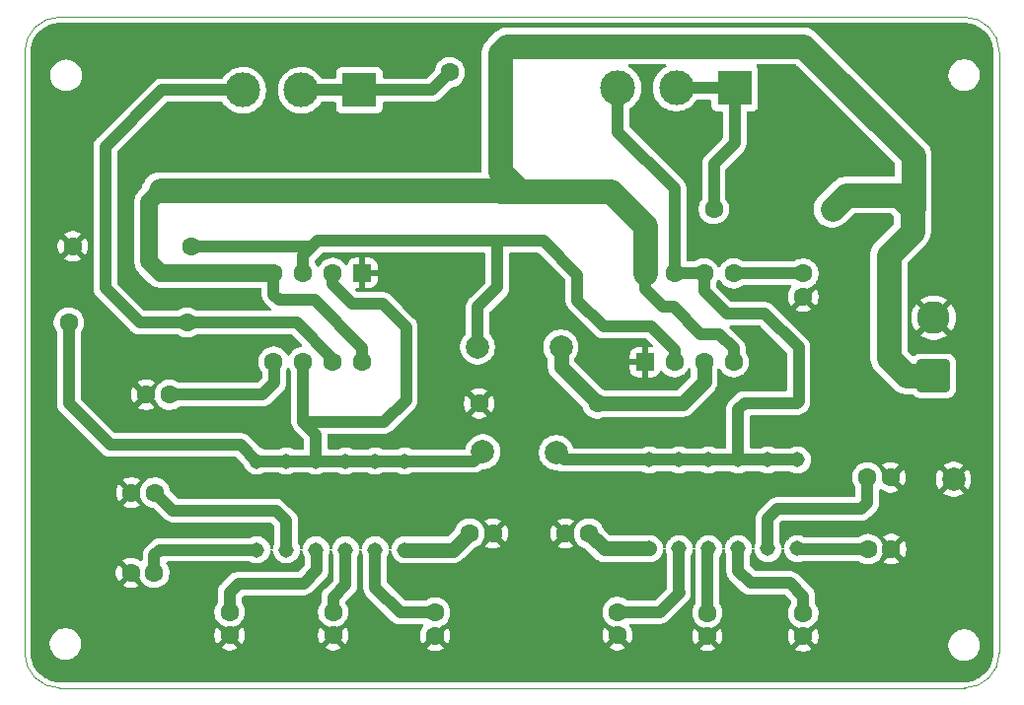
<source format=gbr>
%TF.GenerationSoftware,KiCad,Pcbnew,9.0.5*%
%TF.CreationDate,2025-11-06T21:41:06-03:00*%
%TF.ProjectId,tp10_DAC,74703130-5f44-4414-932e-6b696361645f,rev?*%
%TF.SameCoordinates,Original*%
%TF.FileFunction,Profile,NP*%
%FSLAX46Y46*%
G04 Gerber Fmt 4.6, Leading zero omitted, Abs format (unit mm)*
G04 Created by KiCad (PCBNEW 9.0.5) date 2025-11-06 21:41:06*
%MOMM*%
%LPD*%
G01*
G04 APERTURE LIST*
G04 Aperture macros list*
%AMRoundRect*
0 Rectangle with rounded corners*
0 $1 Rounding radius*
0 $2 $3 $4 $5 $6 $7 $8 $9 X,Y pos of 4 corners*
0 Add a 4 corners polygon primitive as box body*
4,1,4,$2,$3,$4,$5,$6,$7,$8,$9,$2,$3,0*
0 Add four circle primitives for the rounded corners*
1,1,$1+$1,$2,$3*
1,1,$1+$1,$4,$5*
1,1,$1+$1,$6,$7*
1,1,$1+$1,$8,$9*
0 Add four rect primitives between the rounded corners*
20,1,$1+$1,$2,$3,$4,$5,0*
20,1,$1+$1,$4,$5,$6,$7,0*
20,1,$1+$1,$6,$7,$8,$9,0*
20,1,$1+$1,$8,$9,$2,$3,0*%
G04 Aperture macros list end*
%TA.AperFunction,Profile*%
%ADD10C,0.050000*%
%TD*%
%TA.AperFunction,ComponentPad*%
%ADD11C,1.600000*%
%TD*%
%TA.AperFunction,ComponentPad*%
%ADD12RoundRect,0.250001X1.149999X-1.149999X1.149999X1.149999X-1.149999X1.149999X-1.149999X-1.149999X0*%
%TD*%
%TA.AperFunction,ComponentPad*%
%ADD13C,2.800000*%
%TD*%
%TA.AperFunction,ComponentPad*%
%ADD14C,1.308000*%
%TD*%
%TA.AperFunction,ComponentPad*%
%ADD15C,2.000000*%
%TD*%
%TA.AperFunction,ComponentPad*%
%ADD16R,3.000000X3.000000*%
%TD*%
%TA.AperFunction,ComponentPad*%
%ADD17C,3.000000*%
%TD*%
%TA.AperFunction,ComponentPad*%
%ADD18RoundRect,0.250000X-0.550000X0.550000X-0.550000X-0.550000X0.550000X-0.550000X0.550000X0.550000X0*%
%TD*%
%TA.AperFunction,ComponentPad*%
%ADD19RoundRect,0.250000X0.550000X-0.550000X0.550000X0.550000X-0.550000X0.550000X-0.550000X-0.550000X0*%
%TD*%
%TA.AperFunction,Conductor*%
%ADD20C,1.016000*%
%TD*%
%TA.AperFunction,Conductor*%
%ADD21C,1.524000*%
%TD*%
%TA.AperFunction,Conductor*%
%ADD22C,2.159000*%
%TD*%
%TA.AperFunction,Conductor*%
%ADD23C,1.270000*%
%TD*%
G04 APERTURE END LIST*
D10*
X80975000Y-55375000D02*
G75*
G02*
X83975000Y-52375000I3000000J0D01*
G01*
X161628700Y-52375000D02*
X83975000Y-52375000D01*
X161628680Y-52375000D02*
G75*
G02*
X164628700Y-55375000I20J-3000000D01*
G01*
X80975000Y-55375000D02*
X80975000Y-106975000D01*
X164628680Y-106975000D02*
G75*
G02*
X161628680Y-109974980I-2999980J0D01*
G01*
X83975000Y-109975000D02*
X161628680Y-109975000D01*
X83975000Y-109975000D02*
G75*
G02*
X80975000Y-106975000I0J3000000D01*
G01*
X164628680Y-106975000D02*
X164628680Y-55375000D01*
D11*
%TO.P,RL1,1*%
%TO.N,Net-(U1-Q)*%
X95260000Y-72050000D03*
%TO.P,RL1,2*%
%TO.N,GND*%
X85100000Y-72050000D03*
%TD*%
%TO.P,C9,1*%
%TO.N,Net-(C9-Pad1)*%
X139571600Y-103526200D03*
%TO.P,C9,2*%
%TO.N,GND*%
X139571600Y-105526200D03*
%TD*%
D12*
%TO.P,J2,1,Pin_1*%
%TO.N,+12V*%
X158992500Y-83175000D03*
D13*
%TO.P,J2,2,Pin_2*%
%TO.N,GND*%
X158992500Y-78175000D03*
%TD*%
D11*
%TO.P,C3,1*%
%TO.N,Net-(C3-Pad1)*%
X98560000Y-103450000D03*
%TO.P,C3,2*%
%TO.N,GND*%
X98560000Y-105450000D03*
%TD*%
%TO.P,C4,1*%
%TO.N,Net-(C4-Pad1)*%
X107450000Y-103450000D03*
%TO.P,C4,2*%
%TO.N,GND*%
X107450000Y-105450000D03*
%TD*%
D14*
%TO.P,S4,1*%
%TO.N,Net-(C7-Pad1)*%
X134600000Y-98020000D03*
%TO.P,S4,2*%
%TO.N,Net-(C8-Pad1)*%
X137140000Y-98020000D03*
%TO.P,S4,3*%
%TO.N,Net-(C9-Pad1)*%
X139680000Y-98020000D03*
%TO.P,S4,4*%
%TO.N,Net-(C10-Pad1)*%
X142220000Y-98020000D03*
%TO.P,S4,5*%
%TO.N,Net-(C11-Pad1)*%
X144760000Y-98020000D03*
%TO.P,S4,6*%
%TO.N,Net-(C12-Pad1)*%
X147300000Y-98020000D03*
%TO.P,S4,A1*%
%TO.N,Net-(U2-DIS)*%
X134600000Y-90400000D03*
%TO.P,S4,A2*%
X137140000Y-90400000D03*
%TO.P,S4,A3*%
X139680000Y-90400000D03*
%TO.P,S4,A4*%
X142220000Y-90400000D03*
%TO.P,S4,A5*%
X144760000Y-90400000D03*
%TO.P,S4,A6*%
X147300000Y-90400000D03*
%TD*%
D11*
%TO.P,CV1,1*%
%TO.N,Net-(U1-CV)*%
X93400000Y-84800000D03*
%TO.P,CV1,2*%
%TO.N,GND*%
X91400000Y-84800000D03*
%TD*%
D15*
%TO.P,TP2,1,1*%
%TO.N,Net-(U1-THR)*%
X120300000Y-89700000D03*
%TD*%
D11*
%TO.P,RA12,1*%
%TO.N,+12V*%
X150280000Y-68850000D03*
%TO.P,RA12,2*%
%TO.N,Net-(RA12-Pad2)*%
X140120000Y-68850000D03*
%TD*%
D15*
%TO.P,TP5,1,1*%
%TO.N,GND*%
X160700000Y-92050000D03*
%TD*%
%TO.P,TP3,1,1*%
%TO.N,Net-(U2-DIS)*%
X126600000Y-89750000D03*
%TD*%
D11*
%TO.P,RB1,1*%
%TO.N,Net-(U1-DIS)*%
X94930000Y-78600000D03*
%TO.P,RB1,2*%
%TO.N,Net-(U1-THR)*%
X84770000Y-78600000D03*
%TD*%
%TO.P,RA11,1*%
%TO.N,+12V*%
X117450000Y-67280000D03*
%TO.P,RA11,2*%
%TO.N,Net-(RA11-Pad2)*%
X117450000Y-57120000D03*
%TD*%
%TO.P,CV2,1*%
%TO.N,Net-(U2-CV)*%
X147800000Y-74400000D03*
%TO.P,CV2,2*%
%TO.N,GND*%
X147800000Y-76400000D03*
%TD*%
%TO.P,C6,1*%
%TO.N,Net-(C6-Pad1)*%
X119150000Y-96700000D03*
%TO.P,C6,2*%
%TO.N,GND*%
X121150000Y-96700000D03*
%TD*%
%TO.P,C5,1*%
%TO.N,Net-(C5-Pad1)*%
X116200000Y-103500000D03*
%TO.P,C5,2*%
%TO.N,GND*%
X116200000Y-105500000D03*
%TD*%
D14*
%TO.P,S3,1*%
%TO.N,Net-(C1-Pad1)*%
X100900000Y-98110000D03*
%TO.P,S3,2*%
%TO.N,Net-(C2-Pad1)*%
X103440000Y-98110000D03*
%TO.P,S3,3*%
%TO.N,Net-(C3-Pad1)*%
X105980000Y-98110000D03*
%TO.P,S3,4*%
%TO.N,Net-(C4-Pad1)*%
X108520000Y-98110000D03*
%TO.P,S3,5*%
%TO.N,Net-(C5-Pad1)*%
X111060000Y-98110000D03*
%TO.P,S3,6*%
%TO.N,Net-(C6-Pad1)*%
X113600000Y-98110000D03*
%TO.P,S3,A1*%
%TO.N,Net-(U1-THR)*%
X100900000Y-90490000D03*
%TO.P,S3,A2*%
X103440000Y-90490000D03*
%TO.P,S3,A3*%
X105980000Y-90490000D03*
%TO.P,S3,A4*%
X108520000Y-90490000D03*
%TO.P,S3,A5*%
X111060000Y-90490000D03*
%TO.P,S3,A6*%
X113600000Y-90490000D03*
%TD*%
D16*
%TO.P,RA22,1,1*%
%TO.N,Net-(RA12-Pad2)*%
X141900000Y-58450000D03*
D17*
%TO.P,RA22,2,2*%
X136900000Y-58450000D03*
%TO.P,RA22,3,3*%
%TO.N,Net-(U2-DIS)*%
X131900000Y-58450000D03*
%TD*%
D11*
%TO.P,C2,1*%
%TO.N,Net-(C2-Pad1)*%
X92150000Y-93200000D03*
%TO.P,C2,2*%
%TO.N,GND*%
X90150000Y-93200000D03*
%TD*%
D15*
%TO.P,TP4,1,1*%
%TO.N,Net-(U2-Q)*%
X127000000Y-80700000D03*
%TD*%
D11*
%TO.P,C7,1*%
%TO.N,Net-(C7-Pad1)*%
X129400000Y-96700000D03*
%TO.P,C7,2*%
%TO.N,GND*%
X127400000Y-96700000D03*
%TD*%
D18*
%TO.P,U1,1,GND*%
%TO.N,GND*%
X109960000Y-74345000D03*
D11*
%TO.P,U1,2,TR*%
%TO.N,Net-(U1-THR)*%
X107420000Y-74345000D03*
%TO.P,U1,3,Q*%
%TO.N,Net-(U1-Q)*%
X104880000Y-74345000D03*
%TO.P,U1,4,R*%
%TO.N,+12V*%
X102340000Y-74345000D03*
%TO.P,U1,5,CV*%
%TO.N,Net-(U1-CV)*%
X102340000Y-81965000D03*
%TO.P,U1,6,THR*%
%TO.N,Net-(U1-THR)*%
X104880000Y-81965000D03*
%TO.P,U1,7,DIS*%
%TO.N,Net-(U1-DIS)*%
X107420000Y-81965000D03*
%TO.P,U1,8,VCC*%
%TO.N,+12V*%
X109960000Y-81965000D03*
%TD*%
D16*
%TO.P,RA21,1,1*%
%TO.N,Net-(RA11-Pad2)*%
X109700000Y-58650000D03*
D17*
%TO.P,RA21,2,2*%
X104700000Y-58650000D03*
%TO.P,RA21,3,3*%
%TO.N,Net-(U1-DIS)*%
X99700000Y-58650000D03*
%TD*%
D11*
%TO.P,C8,1*%
%TO.N,Net-(C8-Pad1)*%
X131850000Y-103450000D03*
%TO.P,C8,2*%
%TO.N,GND*%
X131850000Y-105450000D03*
%TD*%
D15*
%TO.P,TP1,1,1*%
%TO.N,Net-(U1-Q)*%
X119850000Y-80700000D03*
%TD*%
D11*
%TO.P,C1,1*%
%TO.N,Net-(C1-Pad1)*%
X92100000Y-100100000D03*
%TO.P,C1,2*%
%TO.N,GND*%
X90100000Y-100100000D03*
%TD*%
%TO.P,C10,1*%
%TO.N,Net-(C10-Pad1)*%
X147800000Y-103542200D03*
%TO.P,C10,2*%
%TO.N,GND*%
X147800000Y-105542200D03*
%TD*%
%TO.P,C11,1*%
%TO.N,Net-(C11-Pad1)*%
X153300000Y-91900000D03*
%TO.P,C11,2*%
%TO.N,GND*%
X155300000Y-91900000D03*
%TD*%
%TO.P,C12,1*%
%TO.N,Net-(C12-Pad1)*%
X153350000Y-98050000D03*
%TO.P,C12,2*%
%TO.N,GND*%
X155350000Y-98050000D03*
%TD*%
D19*
%TO.P,U2,1,GND*%
%TO.N,GND*%
X134210000Y-82000000D03*
D11*
%TO.P,U2,2,TR*%
%TO.N,Net-(U1-Q)*%
X136750000Y-82000000D03*
%TO.P,U2,3,Q*%
%TO.N,Net-(U2-Q)*%
X139290000Y-82000000D03*
%TO.P,U2,4,R*%
%TO.N,+12V*%
X141830000Y-82000000D03*
%TO.P,U2,5,CV*%
%TO.N,Net-(U2-CV)*%
X141830000Y-74380000D03*
%TO.P,U2,6,THR*%
%TO.N,Net-(U2-DIS)*%
X139290000Y-74380000D03*
%TO.P,U2,7,DIS*%
X136750000Y-74380000D03*
%TO.P,U2,8,VCC*%
%TO.N,+12V*%
X134210000Y-74380000D03*
%TD*%
%TO.P,RL2,1*%
%TO.N,Net-(U2-Q)*%
X130130000Y-85550000D03*
%TO.P,RL2,2*%
%TO.N,GND*%
X119970000Y-85550000D03*
%TD*%
D20*
%TO.N,Net-(U1-CV)*%
X102400000Y-82025000D02*
X102340000Y-81965000D01*
X93400000Y-84800000D02*
X101350000Y-84800000D01*
X102400000Y-83750000D02*
X102400000Y-82025000D01*
X101350000Y-84800000D02*
X102400000Y-83750000D01*
%TO.N,Net-(U2-CV)*%
X147780000Y-74380000D02*
X147800000Y-74400000D01*
X141830000Y-74380000D02*
X147780000Y-74380000D01*
%TO.N,+12V*%
X140600000Y-79600000D02*
X139000000Y-79600000D01*
D21*
X92645000Y-74345000D02*
X102340000Y-74345000D01*
D20*
X157182500Y-68850000D02*
X157232500Y-68800000D01*
D22*
X157232500Y-64282500D02*
X147800000Y-54850000D01*
X155150000Y-81625000D02*
X155150000Y-72800000D01*
X122400000Y-54850000D02*
X121780000Y-55470000D01*
X151480000Y-67650000D02*
X155982500Y-67650000D01*
D20*
X141830000Y-80830000D02*
X140600000Y-79600000D01*
D22*
X155150000Y-72800000D02*
X157182500Y-70767500D01*
D21*
X91650000Y-73350000D02*
X92645000Y-74345000D01*
D20*
X102340000Y-74345000D02*
X102340000Y-76190000D01*
D22*
X157182500Y-70767500D02*
X157182500Y-68850000D01*
D20*
X105850000Y-76650000D02*
X109960000Y-80760000D01*
D21*
X92620000Y-67280000D02*
X91650000Y-68250000D01*
D22*
X150280000Y-68850000D02*
X151480000Y-67650000D01*
X131280000Y-67330000D02*
X134210000Y-70260000D01*
D20*
X109960000Y-80760000D02*
X109960000Y-81965000D01*
D22*
X117450000Y-67280000D02*
X92620000Y-67280000D01*
D20*
X134210000Y-75710000D02*
X134210000Y-74380000D01*
X136650000Y-77250000D02*
X135750000Y-77250000D01*
D22*
X123450000Y-67330000D02*
X131280000Y-67330000D01*
X134210000Y-70260000D02*
X134210000Y-74380000D01*
X121780000Y-67330000D02*
X123450000Y-67330000D01*
D20*
X141830000Y-82000000D02*
X141830000Y-80830000D01*
D22*
X121730000Y-67280000D02*
X117450000Y-67280000D01*
X121780000Y-55470000D02*
X121780000Y-65660000D01*
X121780000Y-67330000D02*
X121730000Y-67280000D01*
D20*
X139000000Y-79600000D02*
X136650000Y-77250000D01*
D22*
X156700000Y-83175000D02*
X155150000Y-81625000D01*
D20*
X102800000Y-76650000D02*
X105850000Y-76650000D01*
D22*
X158992500Y-83175000D02*
X156700000Y-83175000D01*
X155982500Y-67650000D02*
X157182500Y-68850000D01*
X157232500Y-68800000D02*
X157232500Y-64282500D01*
D21*
X91650000Y-68250000D02*
X91650000Y-73350000D01*
D22*
X147800000Y-54850000D02*
X122400000Y-54850000D01*
X121780000Y-65660000D02*
X123450000Y-67330000D01*
D20*
X102340000Y-76190000D02*
X102800000Y-76650000D01*
X135750000Y-77250000D02*
X134210000Y-75710000D01*
%TO.N,Net-(RA11-Pad2)*%
X115920000Y-58650000D02*
X117450000Y-57120000D01*
X104700000Y-58650000D02*
X109700000Y-58650000D01*
X109700000Y-58650000D02*
X115920000Y-58650000D01*
%TO.N,Net-(U1-DIS)*%
X87900000Y-75650000D02*
X90850000Y-78600000D01*
X92750000Y-58650000D02*
X87900000Y-63500000D01*
X107420000Y-81965000D02*
X107420000Y-81720000D01*
X104300000Y-78600000D02*
X94930000Y-78600000D01*
X90850000Y-78600000D02*
X94930000Y-78600000D01*
X87900000Y-63500000D02*
X87900000Y-75650000D01*
X107420000Y-81720000D02*
X104300000Y-78600000D01*
X99700000Y-58650000D02*
X92750000Y-58650000D01*
%TO.N,Net-(U2-DIS)*%
X147300000Y-85500000D02*
X147400000Y-85400000D01*
X134600000Y-90400000D02*
X127250000Y-90400000D01*
X142750000Y-85500000D02*
X147300000Y-85500000D01*
X147400000Y-85400000D02*
X147400000Y-80750000D01*
X131900000Y-58450000D02*
X131900000Y-62250000D01*
X134600000Y-90400000D02*
X147300000Y-90400000D01*
X136750000Y-67100000D02*
X136750000Y-74380000D01*
X142220000Y-90400000D02*
X142220000Y-86030000D01*
X139290000Y-75890000D02*
X141250000Y-77850000D01*
X139290000Y-74380000D02*
X139290000Y-75890000D01*
X127250000Y-90400000D02*
X126600000Y-89750000D01*
X131900000Y-62250000D02*
X136750000Y-67100000D01*
X141250000Y-77850000D02*
X144500000Y-77850000D01*
X136750000Y-74380000D02*
X139290000Y-74380000D01*
X142220000Y-86030000D02*
X142750000Y-85500000D01*
X144500000Y-77850000D02*
X147400000Y-80750000D01*
%TO.N,Net-(RA12-Pad2)*%
X140120000Y-68850000D02*
X140120000Y-64980000D01*
X140120000Y-64980000D02*
X141900000Y-63200000D01*
X136900000Y-58450000D02*
X141900000Y-58450000D01*
X141900000Y-63200000D02*
X141900000Y-58450000D01*
%TO.N,Net-(U1-Q)*%
X104880000Y-72820000D02*
X106100000Y-71600000D01*
X125500000Y-71600000D02*
X128400000Y-74500000D01*
X128400000Y-76700000D02*
X130650000Y-78950000D01*
X121550000Y-71600000D02*
X121550000Y-75550000D01*
X121550000Y-75550000D02*
X119850000Y-77250000D01*
X121550000Y-71600000D02*
X125500000Y-71600000D01*
X104880000Y-74345000D02*
X104880000Y-72820000D01*
X119850000Y-77250000D02*
X119850000Y-80700000D01*
X130650000Y-78950000D02*
X134750000Y-78950000D01*
X134750000Y-78950000D02*
X136750000Y-80950000D01*
X136750000Y-80950000D02*
X136750000Y-82000000D01*
X95260000Y-72050000D02*
X105650000Y-72050000D01*
X106100000Y-71600000D02*
X121550000Y-71600000D01*
X128400000Y-74500000D02*
X128400000Y-76700000D01*
%TO.N,Net-(U1-THR)*%
X104880000Y-82800000D02*
X104880000Y-87130000D01*
X111820000Y-87130000D02*
X104880000Y-87130000D01*
X84770000Y-85570000D02*
X88300000Y-89100000D01*
X88300000Y-89100000D02*
X99510000Y-89100000D01*
X104880000Y-81965000D02*
X104880000Y-82800000D01*
X109100000Y-77000000D02*
X111700000Y-77000000D01*
X105980000Y-88230000D02*
X105980000Y-90490000D01*
X100900000Y-90490000D02*
X113600000Y-90490000D01*
X113600000Y-90490000D02*
X119510000Y-90490000D01*
X84750000Y-78620000D02*
X84770000Y-78600000D01*
X113700000Y-79000000D02*
X113700000Y-85250000D01*
X119510000Y-90490000D02*
X120300000Y-89700000D01*
X107420000Y-75320000D02*
X109100000Y-77000000D01*
X99510000Y-89100000D02*
X100900000Y-90490000D01*
X104880000Y-87130000D02*
X105980000Y-88230000D01*
X113700000Y-85250000D02*
X111820000Y-87130000D01*
X84770000Y-78600000D02*
X84770000Y-85570000D01*
X107420000Y-74345000D02*
X107420000Y-75320000D01*
X111700000Y-77000000D02*
X113700000Y-79000000D01*
D23*
%TO.N,Net-(U2-Q)*%
X139290000Y-83690000D02*
X139290000Y-82000000D01*
X127000000Y-82420000D02*
X130130000Y-85550000D01*
X127000000Y-80700000D02*
X127000000Y-82420000D01*
X130130000Y-85550000D02*
X137430000Y-85550000D01*
X137430000Y-85550000D02*
X139290000Y-83690000D01*
D20*
%TO.N,Net-(C1-Pad1)*%
X92590000Y-98110000D02*
X100900000Y-98110000D01*
X92100000Y-100100000D02*
X92100000Y-98600000D01*
X92100000Y-98600000D02*
X92590000Y-98110000D01*
%TO.N,Net-(C2-Pad1)*%
X102550000Y-94750000D02*
X103450000Y-95650000D01*
X93700000Y-94750000D02*
X102550000Y-94750000D01*
X103440000Y-95660000D02*
X103440000Y-98110000D01*
X92150000Y-93200000D02*
X93700000Y-94750000D01*
X103450000Y-95650000D02*
X103440000Y-95660000D01*
%TO.N,Net-(C3-Pad1)*%
X104900000Y-101000000D02*
X106050000Y-99850000D01*
X98560000Y-101790000D02*
X99350000Y-101000000D01*
X98560000Y-103450000D02*
X98560000Y-101790000D01*
X99350000Y-101000000D02*
X104900000Y-101000000D01*
X106050000Y-99850000D02*
X106050000Y-98180000D01*
X106050000Y-98180000D02*
X105980000Y-98110000D01*
%TO.N,Net-(C4-Pad1)*%
X107450000Y-103450000D02*
X107450000Y-102200000D01*
X107450000Y-102200000D02*
X108520000Y-101130000D01*
X108520000Y-101130000D02*
X108520000Y-98110000D01*
%TO.N,Net-(C5-Pad1)*%
X111060000Y-101360000D02*
X111060000Y-98110000D01*
X113200000Y-103500000D02*
X111060000Y-101360000D01*
X116200000Y-103500000D02*
X113200000Y-103500000D01*
D23*
%TO.N,Net-(C6-Pad1)*%
X117740000Y-98110000D02*
X119150000Y-96700000D01*
X113600000Y-98110000D02*
X117740000Y-98110000D01*
%TO.N,Net-(C7-Pad1)*%
X134600000Y-98020000D02*
X130720000Y-98020000D01*
X130720000Y-98020000D02*
X129400000Y-96700000D01*
D20*
%TO.N,Net-(C8-Pad1)*%
X137150000Y-101800000D02*
X137140000Y-101790000D01*
X137140000Y-101790000D02*
X137140000Y-98020000D01*
X131850000Y-103450000D02*
X135500000Y-103450000D01*
X135500000Y-103450000D02*
X137150000Y-101800000D01*
%TO.N,Net-(C9-Pad1)*%
X139571600Y-98128400D02*
X139680000Y-98020000D01*
X139571600Y-103526200D02*
X139571600Y-98128400D01*
%TO.N,Net-(C10-Pad1)*%
X143250000Y-100950000D02*
X142220000Y-99920000D01*
X147800000Y-102100000D02*
X146650000Y-100950000D01*
X142220000Y-99920000D02*
X142220000Y-98020000D01*
X146650000Y-100950000D02*
X143250000Y-100950000D01*
X147800000Y-103542200D02*
X147800000Y-102100000D01*
%TO.N,Net-(C11-Pad1)*%
X145550000Y-94600000D02*
X144750000Y-95400000D01*
X153300000Y-94050000D02*
X152750000Y-94600000D01*
X144750000Y-95400000D02*
X144760000Y-95410000D01*
X152750000Y-94600000D02*
X145550000Y-94600000D01*
X153300000Y-91900000D02*
X153300000Y-94050000D01*
X144760000Y-95410000D02*
X144760000Y-98020000D01*
%TO.N,Net-(C12-Pad1)*%
X153350000Y-98050000D02*
X147330000Y-98050000D01*
X147330000Y-98050000D02*
X147300000Y-98020000D01*
%TD*%
%TA.AperFunction,Conductor*%
%TO.N,GND*%
G36*
X161562791Y-52875501D02*
G01*
X161624933Y-52875500D01*
X161632419Y-52875725D01*
X161922483Y-52893269D01*
X161937341Y-52895073D01*
X162219489Y-52946778D01*
X162233999Y-52950353D01*
X162507865Y-53035691D01*
X162521862Y-53041000D01*
X162783426Y-53158719D01*
X162796685Y-53165678D01*
X163042150Y-53314066D01*
X163054473Y-53322572D01*
X163280262Y-53499464D01*
X163291470Y-53509393D01*
X163494295Y-53712216D01*
X163504225Y-53723425D01*
X163681119Y-53949212D01*
X163689623Y-53961532D01*
X163838017Y-54207005D01*
X163844973Y-54220259D01*
X163944186Y-54440699D01*
X163962694Y-54481822D01*
X163967999Y-54495810D01*
X164013523Y-54641899D01*
X164053335Y-54769661D01*
X164056918Y-54784199D01*
X164108623Y-55066338D01*
X164110428Y-55081203D01*
X164127954Y-55370932D01*
X164128180Y-55378419D01*
X164128180Y-106971249D01*
X164127954Y-106978736D01*
X164110408Y-107268793D01*
X164108603Y-107283658D01*
X164056900Y-107565792D01*
X164053316Y-107580331D01*
X163967983Y-107854173D01*
X163962675Y-107868168D01*
X163844953Y-108129736D01*
X163838000Y-108142984D01*
X163689608Y-108388453D01*
X163681102Y-108400776D01*
X163504210Y-108626561D01*
X163494280Y-108637770D01*
X163291457Y-108840591D01*
X163280249Y-108850520D01*
X163054459Y-109027414D01*
X163042135Y-109035920D01*
X162796679Y-109184301D01*
X162783421Y-109191260D01*
X162521857Y-109308979D01*
X162507856Y-109314289D01*
X162234008Y-109399622D01*
X162219469Y-109403205D01*
X161937343Y-109454905D01*
X161922478Y-109456710D01*
X161632087Y-109474273D01*
X161624603Y-109474499D01*
X161592891Y-109474499D01*
X161562791Y-109474499D01*
X161562787Y-109474499D01*
X161555183Y-109474500D01*
X161555182Y-109474499D01*
X161555181Y-109474500D01*
X83978751Y-109474500D01*
X83971264Y-109474274D01*
X83681205Y-109456728D01*
X83666340Y-109454923D01*
X83384201Y-109403219D01*
X83369663Y-109399635D01*
X83095832Y-109314306D01*
X83081831Y-109308997D01*
X82820263Y-109191275D01*
X82807004Y-109184316D01*
X82561540Y-109035928D01*
X82549217Y-109027422D01*
X82323426Y-108850526D01*
X82312218Y-108840596D01*
X82109403Y-108637781D01*
X82099473Y-108626573D01*
X82099464Y-108626561D01*
X81922573Y-108400776D01*
X81914075Y-108388465D01*
X81765677Y-108142984D01*
X81758727Y-108129743D01*
X81641000Y-107868163D01*
X81635693Y-107854167D01*
X81550364Y-107580336D01*
X81546780Y-107565798D01*
X81543977Y-107550500D01*
X81495075Y-107283657D01*
X81493271Y-107268794D01*
X81487887Y-107179792D01*
X81475726Y-106978736D01*
X81475500Y-106971249D01*
X81475500Y-106093713D01*
X83124500Y-106093713D01*
X83124500Y-106306286D01*
X83140338Y-106406287D01*
X83157754Y-106516243D01*
X83202759Y-106654755D01*
X83223444Y-106718414D01*
X83319951Y-106907820D01*
X83444890Y-107079786D01*
X83595213Y-107230109D01*
X83767179Y-107355048D01*
X83767181Y-107355049D01*
X83767184Y-107355051D01*
X83956588Y-107451557D01*
X84158757Y-107517246D01*
X84368713Y-107550500D01*
X84368714Y-107550500D01*
X84581286Y-107550500D01*
X84581287Y-107550500D01*
X84791243Y-107517246D01*
X84993412Y-107451557D01*
X85182816Y-107355051D01*
X85217153Y-107330104D01*
X85354786Y-107230109D01*
X85354788Y-107230106D01*
X85354792Y-107230104D01*
X85505104Y-107079792D01*
X85505106Y-107079788D01*
X85505109Y-107079786D01*
X85630048Y-106907820D01*
X85630047Y-106907820D01*
X85630051Y-106907816D01*
X85726557Y-106718412D01*
X85792246Y-106516243D01*
X85825500Y-106306287D01*
X85825500Y-106093713D01*
X85792246Y-105883757D01*
X85726557Y-105681588D01*
X85630051Y-105492184D01*
X85616505Y-105473539D01*
X85574484Y-105415701D01*
X85505109Y-105320213D01*
X85354786Y-105169890D01*
X85182820Y-105044951D01*
X84993414Y-104948444D01*
X84993413Y-104948443D01*
X84993412Y-104948443D01*
X84791243Y-104882754D01*
X84791241Y-104882753D01*
X84791240Y-104882753D01*
X84629957Y-104857208D01*
X84581287Y-104849500D01*
X84368713Y-104849500D01*
X84320042Y-104857208D01*
X84158760Y-104882753D01*
X83956585Y-104948444D01*
X83767179Y-105044951D01*
X83595213Y-105169890D01*
X83444890Y-105320213D01*
X83319951Y-105492179D01*
X83223444Y-105681585D01*
X83157753Y-105883760D01*
X83124500Y-106093713D01*
X81475500Y-106093713D01*
X81475500Y-99997682D01*
X88800000Y-99997682D01*
X88800000Y-100202317D01*
X88832009Y-100404417D01*
X88895244Y-100599031D01*
X88988141Y-100781350D01*
X88988147Y-100781359D01*
X89020523Y-100825921D01*
X89020524Y-100825922D01*
X89700000Y-100146446D01*
X89700000Y-100152661D01*
X89727259Y-100254394D01*
X89779920Y-100345606D01*
X89854394Y-100420080D01*
X89945606Y-100472741D01*
X90047339Y-100500000D01*
X90053553Y-100500000D01*
X89374076Y-101179474D01*
X89418650Y-101211859D01*
X89600968Y-101304755D01*
X89795582Y-101367990D01*
X89997683Y-101400000D01*
X90202317Y-101400000D01*
X90404417Y-101367990D01*
X90599031Y-101304755D01*
X90781349Y-101211859D01*
X90825921Y-101179474D01*
X90146447Y-100500000D01*
X90152661Y-100500000D01*
X90254394Y-100472741D01*
X90345606Y-100420080D01*
X90420080Y-100345606D01*
X90472741Y-100254394D01*
X90500000Y-100152661D01*
X90500000Y-100146446D01*
X90845816Y-100492263D01*
X90876065Y-100541624D01*
X90894779Y-100599219D01*
X90952380Y-100712265D01*
X90987585Y-100781359D01*
X90987715Y-100781613D01*
X91108028Y-100947213D01*
X91252786Y-101091971D01*
X91373226Y-101179474D01*
X91418390Y-101212287D01*
X91534607Y-101271503D01*
X91600776Y-101305218D01*
X91600778Y-101305218D01*
X91600781Y-101305220D01*
X91705137Y-101339127D01*
X91795465Y-101368477D01*
X91896557Y-101384488D01*
X91997648Y-101400500D01*
X91997649Y-101400500D01*
X92202351Y-101400500D01*
X92202352Y-101400500D01*
X92404534Y-101368477D01*
X92599219Y-101305220D01*
X92781610Y-101212287D01*
X92874590Y-101144732D01*
X92947213Y-101091971D01*
X92947215Y-101091968D01*
X92947219Y-101091966D01*
X93091966Y-100947219D01*
X93091968Y-100947215D01*
X93091971Y-100947213D01*
X93144732Y-100874590D01*
X93212287Y-100781610D01*
X93305220Y-100599219D01*
X93368477Y-100404534D01*
X93400500Y-100202352D01*
X93400500Y-99997648D01*
X93388489Y-99921815D01*
X93368477Y-99795465D01*
X93337458Y-99700000D01*
X93305220Y-99600781D01*
X93305218Y-99600778D01*
X93305218Y-99600776D01*
X93255024Y-99502266D01*
X93212287Y-99418390D01*
X93137449Y-99315384D01*
X93113970Y-99249579D01*
X93129795Y-99181525D01*
X93179901Y-99132830D01*
X93237768Y-99118500D01*
X100306518Y-99118500D01*
X100362812Y-99132014D01*
X100381123Y-99141344D01*
X100456825Y-99179917D01*
X100456828Y-99179918D01*
X100572621Y-99217541D01*
X100629654Y-99236072D01*
X100809139Y-99264500D01*
X100809140Y-99264500D01*
X100990860Y-99264500D01*
X100990861Y-99264500D01*
X101170346Y-99236072D01*
X101170349Y-99236071D01*
X101170350Y-99236071D01*
X101343171Y-99179918D01*
X101343171Y-99179917D01*
X101343174Y-99179917D01*
X101505090Y-99097417D01*
X101652106Y-98990603D01*
X101780603Y-98862106D01*
X101887417Y-98715090D01*
X101969917Y-98553174D01*
X102003440Y-98450000D01*
X102026071Y-98380350D01*
X102026071Y-98380349D01*
X102026072Y-98380346D01*
X102047527Y-98244884D01*
X102077456Y-98181750D01*
X102136768Y-98144819D01*
X102206630Y-98145817D01*
X102264863Y-98184427D01*
X102292473Y-98244885D01*
X102313928Y-98380347D01*
X102313928Y-98380350D01*
X102370081Y-98553171D01*
X102370083Y-98553174D01*
X102452583Y-98715090D01*
X102559397Y-98862106D01*
X102687894Y-98990603D01*
X102834910Y-99097417D01*
X102996826Y-99179917D01*
X102996828Y-99179918D01*
X103112621Y-99217541D01*
X103169654Y-99236072D01*
X103349139Y-99264500D01*
X103349140Y-99264500D01*
X103530860Y-99264500D01*
X103530861Y-99264500D01*
X103710346Y-99236072D01*
X103710349Y-99236071D01*
X103710350Y-99236071D01*
X103883171Y-99179918D01*
X103883171Y-99179917D01*
X103883174Y-99179917D01*
X104045090Y-99097417D01*
X104192106Y-98990603D01*
X104320603Y-98862106D01*
X104427417Y-98715090D01*
X104509917Y-98553174D01*
X104543440Y-98450000D01*
X104566071Y-98380350D01*
X104566071Y-98380349D01*
X104566072Y-98380346D01*
X104587527Y-98244884D01*
X104617456Y-98181750D01*
X104676768Y-98144819D01*
X104746630Y-98145817D01*
X104804863Y-98184427D01*
X104832473Y-98244885D01*
X104853928Y-98380347D01*
X104853928Y-98380350D01*
X104910081Y-98553171D01*
X104910083Y-98553174D01*
X104992583Y-98715091D01*
X105017817Y-98749821D01*
X105041298Y-98815628D01*
X105041500Y-98822708D01*
X105041500Y-99380903D01*
X105021815Y-99447942D01*
X105005181Y-99468584D01*
X104518585Y-99955181D01*
X104457262Y-99988666D01*
X104430904Y-99991500D01*
X99250666Y-99991500D01*
X99055838Y-100030254D01*
X99055830Y-100030256D01*
X98993006Y-100056279D01*
X98993005Y-100056279D01*
X98872298Y-100106276D01*
X98872295Y-100106278D01*
X98707123Y-100216642D01*
X98707115Y-100216648D01*
X98032862Y-100890904D01*
X97917119Y-101006647D01*
X97846882Y-101076884D01*
X97776645Y-101147120D01*
X97666282Y-101312289D01*
X97666277Y-101312298D01*
X97590256Y-101495830D01*
X97590254Y-101495838D01*
X97551500Y-101690666D01*
X97551500Y-102585248D01*
X97531815Y-102652287D01*
X97527818Y-102658133D01*
X97447715Y-102768386D01*
X97354781Y-102950776D01*
X97291522Y-103145465D01*
X97259500Y-103347648D01*
X97259500Y-103552351D01*
X97291522Y-103754534D01*
X97354781Y-103949223D01*
X97447715Y-104131613D01*
X97568028Y-104297213D01*
X97712786Y-104441971D01*
X97822285Y-104521525D01*
X97878390Y-104562287D01*
X98060781Y-104655220D01*
X98118373Y-104673932D01*
X98167735Y-104704182D01*
X98513554Y-105050000D01*
X98507339Y-105050000D01*
X98405606Y-105077259D01*
X98314394Y-105129920D01*
X98239920Y-105204394D01*
X98187259Y-105295606D01*
X98160000Y-105397339D01*
X98160000Y-105403553D01*
X97480524Y-104724077D01*
X97480523Y-104724077D01*
X97448143Y-104768644D01*
X97355244Y-104950968D01*
X97292009Y-105145582D01*
X97260000Y-105347682D01*
X97260000Y-105552317D01*
X97292009Y-105754417D01*
X97355244Y-105949031D01*
X97448141Y-106131350D01*
X97448147Y-106131359D01*
X97480523Y-106175921D01*
X97480524Y-106175922D01*
X98160000Y-105496446D01*
X98160000Y-105502661D01*
X98187259Y-105604394D01*
X98239920Y-105695606D01*
X98314394Y-105770080D01*
X98405606Y-105822741D01*
X98507339Y-105850000D01*
X98513553Y-105850000D01*
X97834076Y-106529474D01*
X97878650Y-106561859D01*
X98060968Y-106654755D01*
X98255582Y-106717990D01*
X98457683Y-106750000D01*
X98662317Y-106750000D01*
X98864417Y-106717990D01*
X99059031Y-106654755D01*
X99241349Y-106561859D01*
X99285921Y-106529474D01*
X98606447Y-105850000D01*
X98612661Y-105850000D01*
X98714394Y-105822741D01*
X98805606Y-105770080D01*
X98880080Y-105695606D01*
X98932741Y-105604394D01*
X98960000Y-105502661D01*
X98960000Y-105496447D01*
X99639474Y-106175921D01*
X99671859Y-106131349D01*
X99764755Y-105949031D01*
X99827990Y-105754417D01*
X99860000Y-105552317D01*
X99860000Y-105347682D01*
X99827990Y-105145582D01*
X99764755Y-104950968D01*
X99671859Y-104768650D01*
X99639474Y-104724077D01*
X99639474Y-104724076D01*
X98960000Y-105403551D01*
X98960000Y-105397339D01*
X98932741Y-105295606D01*
X98880080Y-105204394D01*
X98805606Y-105129920D01*
X98714394Y-105077259D01*
X98612661Y-105050000D01*
X98606447Y-105050000D01*
X98952262Y-104704183D01*
X99001626Y-104673933D01*
X99059213Y-104655222D01*
X99059219Y-104655220D01*
X99092065Y-104638484D01*
X99241610Y-104562287D01*
X99334590Y-104494732D01*
X99407213Y-104441971D01*
X99407215Y-104441968D01*
X99407219Y-104441966D01*
X99551966Y-104297219D01*
X99551968Y-104297215D01*
X99551971Y-104297213D01*
X99635960Y-104181610D01*
X99672287Y-104131610D01*
X99765220Y-103949219D01*
X99828477Y-103754534D01*
X99860500Y-103552352D01*
X99860500Y-103347648D01*
X99828477Y-103145466D01*
X99765220Y-102950781D01*
X99765218Y-102950778D01*
X99765218Y-102950776D01*
X99697761Y-102818386D01*
X99672287Y-102768390D01*
X99654921Y-102744487D01*
X99592182Y-102658133D01*
X99568702Y-102592327D01*
X99568500Y-102585248D01*
X99568500Y-102259096D01*
X99577144Y-102229655D01*
X99583668Y-102199669D01*
X99587422Y-102194653D01*
X99588185Y-102192057D01*
X99604814Y-102171420D01*
X99731417Y-102044817D01*
X99792739Y-102011334D01*
X99819097Y-102008500D01*
X104999330Y-102008500D01*
X104999331Y-102008499D01*
X105194169Y-101969744D01*
X105377704Y-101893721D01*
X105542881Y-101783353D01*
X105683353Y-101642881D01*
X105741912Y-101584322D01*
X105741924Y-101584308D01*
X106833354Y-100492881D01*
X106943722Y-100327703D01*
X106988254Y-100220191D01*
X107019744Y-100144169D01*
X107058500Y-99949329D01*
X107058500Y-98546397D01*
X107064569Y-98508078D01*
X107066976Y-98500671D01*
X107106072Y-98380346D01*
X107127527Y-98244884D01*
X107157456Y-98181750D01*
X107216768Y-98144819D01*
X107286630Y-98145817D01*
X107344863Y-98184427D01*
X107372473Y-98244885D01*
X107393928Y-98380347D01*
X107393928Y-98380350D01*
X107450081Y-98553171D01*
X107450082Y-98553174D01*
X107497985Y-98647187D01*
X107511500Y-98703482D01*
X107511500Y-100660903D01*
X107491815Y-100727942D01*
X107475180Y-100748584D01*
X106807119Y-101416647D01*
X106766651Y-101457115D01*
X106666645Y-101557120D01*
X106556282Y-101722289D01*
X106556277Y-101722298D01*
X106480256Y-101905830D01*
X106480254Y-101905838D01*
X106441500Y-102100666D01*
X106441500Y-102585248D01*
X106421815Y-102652287D01*
X106417818Y-102658133D01*
X106337715Y-102768386D01*
X106244781Y-102950776D01*
X106181522Y-103145465D01*
X106149500Y-103347648D01*
X106149500Y-103552351D01*
X106181522Y-103754534D01*
X106244781Y-103949223D01*
X106337715Y-104131613D01*
X106458028Y-104297213D01*
X106602786Y-104441971D01*
X106712285Y-104521525D01*
X106768390Y-104562287D01*
X106950781Y-104655220D01*
X107008373Y-104673932D01*
X107057735Y-104704182D01*
X107403554Y-105050000D01*
X107397339Y-105050000D01*
X107295606Y-105077259D01*
X107204394Y-105129920D01*
X107129920Y-105204394D01*
X107077259Y-105295606D01*
X107050000Y-105397339D01*
X107050000Y-105403553D01*
X106370524Y-104724077D01*
X106370523Y-104724077D01*
X106338143Y-104768644D01*
X106245244Y-104950968D01*
X106182009Y-105145582D01*
X106150000Y-105347682D01*
X106150000Y-105552317D01*
X106182009Y-105754417D01*
X106245244Y-105949031D01*
X106338141Y-106131350D01*
X106338147Y-106131359D01*
X106370523Y-106175921D01*
X106370524Y-106175922D01*
X107050000Y-105496446D01*
X107050000Y-105502661D01*
X107077259Y-105604394D01*
X107129920Y-105695606D01*
X107204394Y-105770080D01*
X107295606Y-105822741D01*
X107397339Y-105850000D01*
X107403553Y-105850000D01*
X106724076Y-106529474D01*
X106768650Y-106561859D01*
X106950968Y-106654755D01*
X107145582Y-106717990D01*
X107347683Y-106750000D01*
X107552317Y-106750000D01*
X107754417Y-106717990D01*
X107949031Y-106654755D01*
X108131349Y-106561859D01*
X108175921Y-106529474D01*
X108175922Y-106529474D01*
X107496447Y-105850000D01*
X107502661Y-105850000D01*
X107604394Y-105822741D01*
X107695606Y-105770080D01*
X107770080Y-105695606D01*
X107822741Y-105604394D01*
X107850000Y-105502661D01*
X107850000Y-105496448D01*
X108529474Y-106175922D01*
X108529474Y-106175921D01*
X108561859Y-106131349D01*
X108654755Y-105949031D01*
X108717990Y-105754417D01*
X108750000Y-105552317D01*
X108750000Y-105347682D01*
X108717990Y-105145582D01*
X108654755Y-104950968D01*
X108561859Y-104768650D01*
X108529474Y-104724077D01*
X108529474Y-104724076D01*
X107850000Y-105403551D01*
X107850000Y-105397339D01*
X107822741Y-105295606D01*
X107770080Y-105204394D01*
X107695606Y-105129920D01*
X107604394Y-105077259D01*
X107502661Y-105050000D01*
X107496447Y-105050000D01*
X107842262Y-104704183D01*
X107891626Y-104673933D01*
X107949213Y-104655222D01*
X107949219Y-104655220D01*
X107982065Y-104638484D01*
X108131610Y-104562287D01*
X108224590Y-104494732D01*
X108297213Y-104441971D01*
X108297215Y-104441968D01*
X108297219Y-104441966D01*
X108441966Y-104297219D01*
X108441968Y-104297215D01*
X108441971Y-104297213D01*
X108525960Y-104181610D01*
X108562287Y-104131610D01*
X108655220Y-103949219D01*
X108718477Y-103754534D01*
X108750500Y-103552352D01*
X108750500Y-103347648D01*
X108718477Y-103145466D01*
X108655220Y-102950781D01*
X108655218Y-102950778D01*
X108655218Y-102950776D01*
X108587761Y-102818386D01*
X108562287Y-102768390D01*
X108517465Y-102706697D01*
X108493985Y-102640891D01*
X108509810Y-102572837D01*
X108530098Y-102546135D01*
X109303354Y-101772881D01*
X109413722Y-101607703D01*
X109460060Y-101495832D01*
X109489744Y-101424169D01*
X109528500Y-101229329D01*
X109528500Y-98703482D01*
X109542015Y-98647187D01*
X109589917Y-98553174D01*
X109589918Y-98553171D01*
X109646071Y-98380350D01*
X109646071Y-98380349D01*
X109646072Y-98380346D01*
X109667527Y-98244884D01*
X109697456Y-98181750D01*
X109756768Y-98144819D01*
X109826630Y-98145817D01*
X109884863Y-98184427D01*
X109912473Y-98244885D01*
X109933928Y-98380347D01*
X109933928Y-98380350D01*
X109990081Y-98553171D01*
X109990082Y-98553174D01*
X110037985Y-98647187D01*
X110051500Y-98703482D01*
X110051500Y-101459333D01*
X110090254Y-101654161D01*
X110090257Y-101654173D01*
X110123055Y-101733353D01*
X110166277Y-101837700D01*
X110166282Y-101837710D01*
X110276646Y-102002880D01*
X110276649Y-102002884D01*
X112416647Y-104142881D01*
X112497576Y-104223810D01*
X112557120Y-104283354D01*
X112722289Y-104393717D01*
X112722295Y-104393720D01*
X112722296Y-104393721D01*
X112905831Y-104469744D01*
X113100666Y-104508499D01*
X113100670Y-104508500D01*
X113100671Y-104508500D01*
X115070114Y-104508500D01*
X115137153Y-104528185D01*
X115182908Y-104580989D01*
X115192852Y-104650147D01*
X115170432Y-104705385D01*
X115088142Y-104818647D01*
X114995244Y-105000968D01*
X114932009Y-105195582D01*
X114900000Y-105397682D01*
X114900000Y-105602317D01*
X114932009Y-105804417D01*
X114995244Y-105999031D01*
X115088141Y-106181350D01*
X115088147Y-106181359D01*
X115120523Y-106225921D01*
X115120524Y-106225922D01*
X115800000Y-105546446D01*
X115800000Y-105552661D01*
X115827259Y-105654394D01*
X115879920Y-105745606D01*
X115954394Y-105820080D01*
X116045606Y-105872741D01*
X116147339Y-105900000D01*
X116153553Y-105900000D01*
X115474076Y-106579474D01*
X115518650Y-106611859D01*
X115700968Y-106704755D01*
X115895582Y-106767990D01*
X116097683Y-106800000D01*
X116302317Y-106800000D01*
X116504417Y-106767990D01*
X116699031Y-106704755D01*
X116881349Y-106611859D01*
X116925921Y-106579474D01*
X116925922Y-106579474D01*
X116916344Y-106569896D01*
X116246447Y-105900000D01*
X116252661Y-105900000D01*
X116354394Y-105872741D01*
X116445606Y-105820080D01*
X116520080Y-105745606D01*
X116572741Y-105654394D01*
X116600000Y-105552661D01*
X116600000Y-105546448D01*
X117279474Y-106225922D01*
X117279474Y-106225921D01*
X117311859Y-106181349D01*
X117404755Y-105999031D01*
X117467990Y-105804417D01*
X117500000Y-105602317D01*
X117500000Y-105397683D01*
X117494382Y-105362215D01*
X117494382Y-105362214D01*
X117467990Y-105195582D01*
X117404755Y-105000968D01*
X117311859Y-104818650D01*
X117279474Y-104774077D01*
X117279474Y-104774076D01*
X116600000Y-105453551D01*
X116600000Y-105447339D01*
X116572741Y-105345606D01*
X116520080Y-105254394D01*
X116445606Y-105179920D01*
X116354394Y-105127259D01*
X116252661Y-105100000D01*
X116246446Y-105100000D01*
X116592262Y-104754183D01*
X116641626Y-104723933D01*
X116699213Y-104705222D01*
X116699219Y-104705220D01*
X116701256Y-104704182D01*
X116881610Y-104612287D01*
X116974590Y-104544732D01*
X117047213Y-104491971D01*
X117047215Y-104491968D01*
X117047219Y-104491966D01*
X117191966Y-104347219D01*
X117191968Y-104347215D01*
X117191971Y-104347213D01*
X117274693Y-104233354D01*
X117312287Y-104181610D01*
X117405220Y-103999219D01*
X117468477Y-103804534D01*
X117500500Y-103602352D01*
X117500500Y-103397648D01*
X117468477Y-103195466D01*
X117405220Y-103000781D01*
X117405218Y-103000778D01*
X117405218Y-103000776D01*
X117371503Y-102934607D01*
X117312287Y-102818390D01*
X117304556Y-102807749D01*
X117191971Y-102652786D01*
X117047213Y-102508028D01*
X116881613Y-102387715D01*
X116881612Y-102387714D01*
X116881610Y-102387713D01*
X116783480Y-102337713D01*
X116699223Y-102294781D01*
X116504534Y-102231522D01*
X116329995Y-102203878D01*
X116302352Y-102199500D01*
X116097648Y-102199500D01*
X116073329Y-102203351D01*
X115895465Y-102231522D01*
X115700776Y-102294781D01*
X115518386Y-102387715D01*
X115408134Y-102467818D01*
X115342328Y-102491298D01*
X115335249Y-102491500D01*
X113669096Y-102491500D01*
X113602057Y-102471815D01*
X113581415Y-102455181D01*
X112104819Y-100978585D01*
X112071334Y-100917262D01*
X112068500Y-100890904D01*
X112068500Y-98703482D01*
X112082015Y-98647187D01*
X112129917Y-98553174D01*
X112129918Y-98553171D01*
X112186071Y-98380350D01*
X112186071Y-98380349D01*
X112186072Y-98380346D01*
X112207527Y-98244884D01*
X112237456Y-98181750D01*
X112296768Y-98144819D01*
X112366630Y-98145817D01*
X112424863Y-98184427D01*
X112452473Y-98244885D01*
X112473928Y-98380347D01*
X112473928Y-98380350D01*
X112530081Y-98553171D01*
X112530083Y-98553174D01*
X112612583Y-98715090D01*
X112719397Y-98862106D01*
X112847894Y-98990603D01*
X112994910Y-99097417D01*
X113156826Y-99179917D01*
X113156828Y-99179918D01*
X113272621Y-99217541D01*
X113329654Y-99236072D01*
X113509139Y-99264500D01*
X113509140Y-99264500D01*
X113690860Y-99264500D01*
X113690861Y-99264500D01*
X113801180Y-99247026D01*
X113820578Y-99245500D01*
X117829370Y-99245500D01*
X117930240Y-99229523D01*
X118005897Y-99217541D01*
X118138361Y-99174500D01*
X118175881Y-99162309D01*
X118335132Y-99081167D01*
X118479728Y-98976111D01*
X118606111Y-98849728D01*
X118664670Y-98791169D01*
X118664682Y-98791155D01*
X119482113Y-97973725D01*
X119531475Y-97943477D01*
X119649213Y-97905222D01*
X119649219Y-97905220D01*
X119650132Y-97904755D01*
X119831610Y-97812287D01*
X119924590Y-97744732D01*
X119997213Y-97691971D01*
X119997215Y-97691968D01*
X119997219Y-97691966D01*
X120141966Y-97547219D01*
X120141968Y-97547215D01*
X120141971Y-97547213D01*
X120229660Y-97426517D01*
X120262287Y-97381610D01*
X120355220Y-97199219D01*
X120373934Y-97141624D01*
X120404183Y-97092262D01*
X120750000Y-96746445D01*
X120750000Y-96752661D01*
X120777259Y-96854394D01*
X120829920Y-96945606D01*
X120904394Y-97020080D01*
X120995606Y-97072741D01*
X121097339Y-97100000D01*
X121103553Y-97100000D01*
X120424076Y-97779474D01*
X120468650Y-97811859D01*
X120650968Y-97904755D01*
X120845582Y-97967990D01*
X121047683Y-98000000D01*
X121252317Y-98000000D01*
X121454417Y-97967990D01*
X121649031Y-97904755D01*
X121831349Y-97811859D01*
X121875921Y-97779474D01*
X121196447Y-97100000D01*
X121202661Y-97100000D01*
X121304394Y-97072741D01*
X121395606Y-97020080D01*
X121470080Y-96945606D01*
X121522741Y-96854394D01*
X121550000Y-96752661D01*
X121550000Y-96746447D01*
X122229474Y-97425921D01*
X122261859Y-97381349D01*
X122354755Y-97199031D01*
X122417990Y-97004417D01*
X122450000Y-96802317D01*
X122450000Y-96597682D01*
X126100000Y-96597682D01*
X126100000Y-96802317D01*
X126132009Y-97004417D01*
X126195244Y-97199031D01*
X126288141Y-97381350D01*
X126288147Y-97381359D01*
X126320523Y-97425921D01*
X126320524Y-97425922D01*
X127000000Y-96746446D01*
X127000000Y-96752661D01*
X127027259Y-96854394D01*
X127079920Y-96945606D01*
X127154394Y-97020080D01*
X127245606Y-97072741D01*
X127347339Y-97100000D01*
X127353553Y-97100000D01*
X126674076Y-97779474D01*
X126718650Y-97811859D01*
X126900968Y-97904755D01*
X127095582Y-97967990D01*
X127297683Y-98000000D01*
X127502317Y-98000000D01*
X127704417Y-97967990D01*
X127899031Y-97904755D01*
X128081349Y-97811859D01*
X128125921Y-97779474D01*
X127446447Y-97100000D01*
X127452661Y-97100000D01*
X127554394Y-97072741D01*
X127645606Y-97020080D01*
X127720080Y-96945606D01*
X127772741Y-96854394D01*
X127800000Y-96752661D01*
X127800000Y-96746447D01*
X128145816Y-97092263D01*
X128176065Y-97141624D01*
X128194779Y-97199219D01*
X128257939Y-97323176D01*
X128287585Y-97381359D01*
X128287715Y-97381613D01*
X128408028Y-97547213D01*
X128552786Y-97691971D01*
X128673226Y-97779474D01*
X128718390Y-97812287D01*
X128837620Y-97873037D01*
X128900780Y-97905220D01*
X128900786Y-97905222D01*
X129018524Y-97943477D01*
X129067888Y-97973727D01*
X129853889Y-98759728D01*
X129980272Y-98886111D01*
X130076669Y-98956148D01*
X130124869Y-98991168D01*
X130207708Y-99033375D01*
X130284119Y-99072309D01*
X130325802Y-99085851D01*
X130325804Y-99085853D01*
X130325805Y-99085853D01*
X130357880Y-99096275D01*
X130454103Y-99127541D01*
X130529759Y-99139523D01*
X130630630Y-99155500D01*
X130630634Y-99155500D01*
X130809366Y-99155500D01*
X134379422Y-99155500D01*
X134398819Y-99157026D01*
X134509139Y-99174500D01*
X134509140Y-99174500D01*
X134690860Y-99174500D01*
X134690861Y-99174500D01*
X134870346Y-99146072D01*
X134870349Y-99146071D01*
X134870350Y-99146071D01*
X135043171Y-99089918D01*
X135043171Y-99089917D01*
X135043174Y-99089917D01*
X135205090Y-99007417D01*
X135352106Y-98900603D01*
X135480603Y-98772106D01*
X135587417Y-98625090D01*
X135669917Y-98463174D01*
X135669918Y-98463171D01*
X135726071Y-98290350D01*
X135726071Y-98290349D01*
X135726072Y-98290346D01*
X135747527Y-98154884D01*
X135777456Y-98091750D01*
X135836768Y-98054819D01*
X135906630Y-98055817D01*
X135964863Y-98094427D01*
X135992473Y-98154885D01*
X136013928Y-98290347D01*
X136013928Y-98290350D01*
X136070081Y-98463171D01*
X136070082Y-98463174D01*
X136117985Y-98557187D01*
X136131500Y-98613482D01*
X136131500Y-101340904D01*
X136111815Y-101407943D01*
X136095181Y-101428585D01*
X135118585Y-102405181D01*
X135057262Y-102438666D01*
X135030904Y-102441500D01*
X132714751Y-102441500D01*
X132647712Y-102421815D01*
X132641866Y-102417818D01*
X132531613Y-102337715D01*
X132531612Y-102337714D01*
X132531610Y-102337713D01*
X132474653Y-102308691D01*
X132349223Y-102244781D01*
X132154534Y-102181522D01*
X131979995Y-102153878D01*
X131952352Y-102149500D01*
X131747648Y-102149500D01*
X131723329Y-102153351D01*
X131545465Y-102181522D01*
X131350776Y-102244781D01*
X131168386Y-102337715D01*
X131002786Y-102458028D01*
X130858028Y-102602786D01*
X130737715Y-102768386D01*
X130644781Y-102950776D01*
X130581522Y-103145465D01*
X130549500Y-103347648D01*
X130549500Y-103552351D01*
X130581522Y-103754534D01*
X130644781Y-103949223D01*
X130737715Y-104131613D01*
X130858028Y-104297213D01*
X131002786Y-104441971D01*
X131112285Y-104521525D01*
X131168390Y-104562287D01*
X131350781Y-104655220D01*
X131408373Y-104673932D01*
X131457735Y-104704182D01*
X131803554Y-105050000D01*
X131797339Y-105050000D01*
X131695606Y-105077259D01*
X131604394Y-105129920D01*
X131529920Y-105204394D01*
X131477259Y-105295606D01*
X131450000Y-105397339D01*
X131450000Y-105403553D01*
X130770524Y-104724077D01*
X130770523Y-104724077D01*
X130738143Y-104768644D01*
X130645244Y-104950968D01*
X130582009Y-105145582D01*
X130550000Y-105347682D01*
X130550000Y-105552317D01*
X130582009Y-105754417D01*
X130645244Y-105949031D01*
X130738141Y-106131350D01*
X130738147Y-106131359D01*
X130770523Y-106175921D01*
X130770524Y-106175922D01*
X131450000Y-105496446D01*
X131450000Y-105502661D01*
X131477259Y-105604394D01*
X131529920Y-105695606D01*
X131604394Y-105770080D01*
X131695606Y-105822741D01*
X131797339Y-105850000D01*
X131803553Y-105850000D01*
X131124076Y-106529474D01*
X131168650Y-106561859D01*
X131350968Y-106654755D01*
X131545582Y-106717990D01*
X131747683Y-106750000D01*
X131952317Y-106750000D01*
X132154417Y-106717990D01*
X132349031Y-106654755D01*
X132531349Y-106561859D01*
X132575921Y-106529474D01*
X131896447Y-105850000D01*
X131902661Y-105850000D01*
X132004394Y-105822741D01*
X132095606Y-105770080D01*
X132170080Y-105695606D01*
X132222741Y-105604394D01*
X132250000Y-105502661D01*
X132250000Y-105496446D01*
X132929474Y-106175921D01*
X132961859Y-106131349D01*
X133054755Y-105949031D01*
X133117990Y-105754417D01*
X133150000Y-105552317D01*
X133150000Y-105347682D01*
X133117990Y-105145582D01*
X133054755Y-104950968D01*
X132961857Y-104768647D01*
X132879568Y-104655385D01*
X132856088Y-104589579D01*
X132871913Y-104521525D01*
X132922019Y-104472830D01*
X132979886Y-104458500D01*
X135599330Y-104458500D01*
X135599331Y-104458499D01*
X135794169Y-104419744D01*
X135977704Y-104343721D01*
X136142881Y-104233353D01*
X136283353Y-104092881D01*
X137933353Y-102442881D01*
X138043721Y-102277704D01*
X138119744Y-102094169D01*
X138137902Y-102002881D01*
X138154439Y-101919744D01*
X138158500Y-101899331D01*
X138158500Y-101700670D01*
X138158499Y-101700669D01*
X138150883Y-101662377D01*
X138148500Y-101638185D01*
X138148500Y-98613482D01*
X138162015Y-98557187D01*
X138209917Y-98463174D01*
X138209918Y-98463171D01*
X138266071Y-98290350D01*
X138266071Y-98290349D01*
X138266072Y-98290346D01*
X138287527Y-98154884D01*
X138293932Y-98141372D01*
X138295573Y-98126508D01*
X138308595Y-98110440D01*
X138317456Y-98091750D01*
X138330151Y-98083845D01*
X138339567Y-98072228D01*
X138359210Y-98065751D01*
X138376768Y-98054819D01*
X138391720Y-98055032D01*
X138405923Y-98050350D01*
X138425949Y-98055521D01*
X138446630Y-98055817D01*
X138459093Y-98064080D01*
X138473573Y-98067820D01*
X138487624Y-98082997D01*
X138504863Y-98094427D01*
X138511667Y-98108967D01*
X138521040Y-98119091D01*
X138531005Y-98150290D01*
X138532091Y-98152610D01*
X138532290Y-98153732D01*
X138553928Y-98290346D01*
X138559688Y-98308073D01*
X138561191Y-98316540D01*
X138560565Y-98322209D01*
X138563100Y-98338213D01*
X138563100Y-102661448D01*
X138543415Y-102728487D01*
X138539418Y-102734333D01*
X138459315Y-102844586D01*
X138366381Y-103026976D01*
X138303122Y-103221665D01*
X138271100Y-103423848D01*
X138271100Y-103628551D01*
X138303122Y-103830734D01*
X138366381Y-104025423D01*
X138426230Y-104142881D01*
X138445963Y-104181610D01*
X138459315Y-104207813D01*
X138579628Y-104373413D01*
X138724386Y-104518171D01*
X138822673Y-104589579D01*
X138889990Y-104638487D01*
X139072381Y-104731420D01*
X139129973Y-104750132D01*
X139179335Y-104780382D01*
X139525154Y-105126200D01*
X139518939Y-105126200D01*
X139417206Y-105153459D01*
X139325994Y-105206120D01*
X139251520Y-105280594D01*
X139198859Y-105371806D01*
X139171600Y-105473539D01*
X139171600Y-105479753D01*
X138492124Y-104800277D01*
X138492123Y-104800277D01*
X138459743Y-104844844D01*
X138366844Y-105027168D01*
X138303609Y-105221782D01*
X138271600Y-105423882D01*
X138271600Y-105628517D01*
X138303609Y-105830617D01*
X138366844Y-106025231D01*
X138459741Y-106207550D01*
X138459747Y-106207559D01*
X138492123Y-106252121D01*
X138492124Y-106252122D01*
X139171600Y-105572646D01*
X139171600Y-105578861D01*
X139198859Y-105680594D01*
X139251520Y-105771806D01*
X139325994Y-105846280D01*
X139417206Y-105898941D01*
X139518939Y-105926200D01*
X139525153Y-105926200D01*
X138845676Y-106605674D01*
X138890250Y-106638059D01*
X139072568Y-106730955D01*
X139267182Y-106794190D01*
X139469283Y-106826200D01*
X139673917Y-106826200D01*
X139876017Y-106794190D01*
X140070631Y-106730955D01*
X140252949Y-106638059D01*
X140297522Y-106605674D01*
X139618047Y-105926200D01*
X139624261Y-105926200D01*
X139725994Y-105898941D01*
X139817206Y-105846280D01*
X139891680Y-105771806D01*
X139944341Y-105680594D01*
X139971600Y-105578861D01*
X139971600Y-105572648D01*
X140651074Y-106252122D01*
X140651074Y-106252121D01*
X140683459Y-106207549D01*
X140776355Y-106025231D01*
X140839590Y-105830617D01*
X140871600Y-105628517D01*
X140871600Y-105423882D01*
X140839590Y-105221782D01*
X140776355Y-105027168D01*
X140683459Y-104844850D01*
X140651074Y-104800277D01*
X140651074Y-104800276D01*
X139971600Y-105479751D01*
X139971600Y-105473539D01*
X139944341Y-105371806D01*
X139891680Y-105280594D01*
X139817206Y-105206120D01*
X139725994Y-105153459D01*
X139624261Y-105126200D01*
X139618047Y-105126200D01*
X139963862Y-104780383D01*
X140013226Y-104750133D01*
X140070813Y-104731422D01*
X140070819Y-104731420D01*
X140122239Y-104705220D01*
X140253210Y-104638487D01*
X140396797Y-104534166D01*
X140418813Y-104518171D01*
X140418815Y-104518168D01*
X140418819Y-104518166D01*
X140563566Y-104373419D01*
X140563568Y-104373415D01*
X140563571Y-104373413D01*
X140618932Y-104297213D01*
X140683887Y-104207810D01*
X140776820Y-104025419D01*
X140840077Y-103830734D01*
X140872100Y-103628552D01*
X140872100Y-103423848D01*
X140840077Y-103221666D01*
X140776820Y-103026981D01*
X140776818Y-103026978D01*
X140776818Y-103026976D01*
X140737994Y-102950781D01*
X140683887Y-102844590D01*
X140611159Y-102744487D01*
X140603782Y-102734333D01*
X140580302Y-102668527D01*
X140580100Y-102661448D01*
X140580100Y-98785560D01*
X140599785Y-98718521D01*
X140603783Y-98712674D01*
X140667414Y-98625094D01*
X140667413Y-98625094D01*
X140667417Y-98625090D01*
X140749917Y-98463174D01*
X140749918Y-98463171D01*
X140806071Y-98290350D01*
X140806071Y-98290349D01*
X140806072Y-98290346D01*
X140827527Y-98154884D01*
X140857456Y-98091750D01*
X140916768Y-98054819D01*
X140986630Y-98055817D01*
X141044863Y-98094427D01*
X141072473Y-98154885D01*
X141093928Y-98290347D01*
X141093928Y-98290350D01*
X141150081Y-98463171D01*
X141150082Y-98463174D01*
X141197985Y-98557187D01*
X141211500Y-98613482D01*
X141211500Y-100019333D01*
X141250254Y-100214161D01*
X141250256Y-100214169D01*
X141297284Y-100327703D01*
X141326280Y-100397707D01*
X141436646Y-100562880D01*
X141436649Y-100562884D01*
X142466647Y-101592881D01*
X142564432Y-101690666D01*
X142607119Y-101733353D01*
X142772289Y-101843717D01*
X142772295Y-101843720D01*
X142772296Y-101843721D01*
X142955831Y-101919744D01*
X143150666Y-101958499D01*
X143150670Y-101958500D01*
X143150671Y-101958500D01*
X146180904Y-101958500D01*
X146247943Y-101978185D01*
X146268585Y-101994819D01*
X146755181Y-102481415D01*
X146769884Y-102508342D01*
X146786477Y-102534161D01*
X146787368Y-102540361D01*
X146788666Y-102542738D01*
X146791500Y-102569096D01*
X146791500Y-102677448D01*
X146771815Y-102744487D01*
X146767818Y-102750333D01*
X146687715Y-102860586D01*
X146594781Y-103042976D01*
X146531522Y-103237665D01*
X146499500Y-103439848D01*
X146499500Y-103644551D01*
X146531522Y-103846734D01*
X146594781Y-104041423D01*
X146687715Y-104223813D01*
X146808028Y-104389413D01*
X146952786Y-104534171D01*
X147096368Y-104638487D01*
X147118390Y-104654487D01*
X147300781Y-104747420D01*
X147358373Y-104766132D01*
X147407735Y-104796382D01*
X147753554Y-105142200D01*
X147747339Y-105142200D01*
X147645606Y-105169459D01*
X147554394Y-105222120D01*
X147479920Y-105296594D01*
X147427259Y-105387806D01*
X147400000Y-105489539D01*
X147400000Y-105495753D01*
X146720524Y-104816277D01*
X146720523Y-104816277D01*
X146688143Y-104860844D01*
X146595244Y-105043168D01*
X146532009Y-105237782D01*
X146500000Y-105439882D01*
X146500000Y-105644517D01*
X146532009Y-105846617D01*
X146595244Y-106041231D01*
X146688141Y-106223550D01*
X146688147Y-106223559D01*
X146720523Y-106268121D01*
X146720524Y-106268122D01*
X147400000Y-105588646D01*
X147400000Y-105594861D01*
X147427259Y-105696594D01*
X147479920Y-105787806D01*
X147554394Y-105862280D01*
X147645606Y-105914941D01*
X147747339Y-105942200D01*
X147753553Y-105942200D01*
X147074076Y-106621674D01*
X147118650Y-106654059D01*
X147300968Y-106746955D01*
X147495582Y-106810190D01*
X147697683Y-106842200D01*
X147902317Y-106842200D01*
X148104417Y-106810190D01*
X148299031Y-106746955D01*
X148481349Y-106654059D01*
X148525921Y-106621674D01*
X147846447Y-105942200D01*
X147852661Y-105942200D01*
X147954394Y-105914941D01*
X148045606Y-105862280D01*
X148120080Y-105787806D01*
X148172741Y-105696594D01*
X148200000Y-105594861D01*
X148200000Y-105588647D01*
X148879474Y-106268121D01*
X148911859Y-106223549D01*
X148927061Y-106193713D01*
X160249500Y-106193713D01*
X160249500Y-106406286D01*
X160282059Y-106611859D01*
X160282754Y-106616243D01*
X160345771Y-106810190D01*
X160348444Y-106818414D01*
X160444951Y-107007820D01*
X160569890Y-107179786D01*
X160720213Y-107330109D01*
X160892179Y-107455048D01*
X160892181Y-107455049D01*
X160892184Y-107455051D01*
X161081588Y-107551557D01*
X161283757Y-107617246D01*
X161493713Y-107650500D01*
X161493714Y-107650500D01*
X161706286Y-107650500D01*
X161706287Y-107650500D01*
X161916243Y-107617246D01*
X162118412Y-107551557D01*
X162307816Y-107455051D01*
X162329789Y-107439086D01*
X162479786Y-107330109D01*
X162479788Y-107330106D01*
X162479792Y-107330104D01*
X162630104Y-107179792D01*
X162630106Y-107179788D01*
X162630109Y-107179786D01*
X162755048Y-107007820D01*
X162755047Y-107007820D01*
X162755051Y-107007816D01*
X162851557Y-106818412D01*
X162917246Y-106616243D01*
X162950500Y-106406287D01*
X162950500Y-106193713D01*
X162917246Y-105983757D01*
X162851557Y-105781588D01*
X162755051Y-105592184D01*
X162755049Y-105592181D01*
X162755048Y-105592179D01*
X162630109Y-105420213D01*
X162479786Y-105269890D01*
X162307820Y-105144951D01*
X162118414Y-105048444D01*
X162118413Y-105048443D01*
X162118412Y-105048443D01*
X161916243Y-104982754D01*
X161916241Y-104982753D01*
X161916240Y-104982753D01*
X161754957Y-104957208D01*
X161706287Y-104949500D01*
X161493713Y-104949500D01*
X161445042Y-104957208D01*
X161283760Y-104982753D01*
X161081585Y-105048444D01*
X160892179Y-105144951D01*
X160720213Y-105269890D01*
X160569890Y-105420213D01*
X160444951Y-105592179D01*
X160348444Y-105781585D01*
X160282753Y-105983760D01*
X160249500Y-106193713D01*
X148927061Y-106193713D01*
X148958228Y-106132546D01*
X149004755Y-106041231D01*
X149067990Y-105846617D01*
X149100000Y-105644517D01*
X149100000Y-105439882D01*
X149067990Y-105237782D01*
X149004755Y-105043168D01*
X148911859Y-104860850D01*
X148879474Y-104816277D01*
X148879474Y-104816276D01*
X148200000Y-105495751D01*
X148200000Y-105489539D01*
X148172741Y-105387806D01*
X148120080Y-105296594D01*
X148045606Y-105222120D01*
X147954394Y-105169459D01*
X147852661Y-105142200D01*
X147846447Y-105142200D01*
X148192262Y-104796383D01*
X148241626Y-104766133D01*
X148299213Y-104747422D01*
X148299219Y-104747420D01*
X148299223Y-104747418D01*
X148481610Y-104654487D01*
X148582772Y-104580989D01*
X148647213Y-104534171D01*
X148647215Y-104534168D01*
X148647219Y-104534166D01*
X148791966Y-104389419D01*
X148791968Y-104389415D01*
X148791971Y-104389413D01*
X148869027Y-104283353D01*
X148912287Y-104223810D01*
X149005220Y-104041419D01*
X149068477Y-103846734D01*
X149100500Y-103644552D01*
X149100500Y-103439848D01*
X149068477Y-103237666D01*
X149063278Y-103221666D01*
X149005218Y-103042976D01*
X148971503Y-102976807D01*
X148912287Y-102860590D01*
X148881624Y-102818386D01*
X148832182Y-102750333D01*
X148808702Y-102684527D01*
X148808500Y-102677448D01*
X148808500Y-102000670D01*
X148808499Y-102000666D01*
X148792403Y-101919745D01*
X148769744Y-101805831D01*
X148722043Y-101690671D01*
X148710323Y-101662377D01*
X148693725Y-101622304D01*
X148693724Y-101622303D01*
X148693722Y-101622297D01*
X148683977Y-101607713D01*
X148583357Y-101457123D01*
X148583351Y-101457115D01*
X147292884Y-100166649D01*
X147292880Y-100166646D01*
X147127710Y-100056282D01*
X147127701Y-100056277D01*
X147019137Y-100011309D01*
X146944169Y-99980256D01*
X146944161Y-99980254D01*
X146749333Y-99941500D01*
X146749329Y-99941500D01*
X143719096Y-99941500D01*
X143652057Y-99921815D01*
X143631415Y-99905181D01*
X143264819Y-99538585D01*
X143231334Y-99477262D01*
X143228500Y-99450904D01*
X143228500Y-98613482D01*
X143242015Y-98557187D01*
X143289917Y-98463174D01*
X143289918Y-98463171D01*
X143346071Y-98290350D01*
X143346071Y-98290349D01*
X143346072Y-98290346D01*
X143367527Y-98154884D01*
X143397456Y-98091750D01*
X143456768Y-98054819D01*
X143526630Y-98055817D01*
X143584863Y-98094427D01*
X143612473Y-98154885D01*
X143633928Y-98290347D01*
X143633928Y-98290350D01*
X143690081Y-98463171D01*
X143690083Y-98463174D01*
X143772583Y-98625090D01*
X143879397Y-98772106D01*
X144007894Y-98900603D01*
X144154910Y-99007417D01*
X144316826Y-99089917D01*
X144316828Y-99089918D01*
X144432621Y-99127541D01*
X144489654Y-99146072D01*
X144669139Y-99174500D01*
X144669140Y-99174500D01*
X144850860Y-99174500D01*
X144850861Y-99174500D01*
X145030346Y-99146072D01*
X145030349Y-99146071D01*
X145030350Y-99146071D01*
X145203171Y-99089918D01*
X145203171Y-99089917D01*
X145203174Y-99089917D01*
X145365090Y-99007417D01*
X145512106Y-98900603D01*
X145640603Y-98772106D01*
X145747417Y-98625090D01*
X145829917Y-98463174D01*
X145829918Y-98463171D01*
X145886071Y-98290350D01*
X145886071Y-98290349D01*
X145886072Y-98290346D01*
X145907527Y-98154884D01*
X145937456Y-98091750D01*
X145996768Y-98054819D01*
X146066630Y-98055817D01*
X146124863Y-98094427D01*
X146152473Y-98154885D01*
X146173928Y-98290347D01*
X146173928Y-98290350D01*
X146230081Y-98463171D01*
X146230083Y-98463174D01*
X146312583Y-98625090D01*
X146419397Y-98772106D01*
X146547894Y-98900603D01*
X146694910Y-99007417D01*
X146856826Y-99089917D01*
X146856828Y-99089918D01*
X146972621Y-99127541D01*
X147029654Y-99146072D01*
X147209139Y-99174500D01*
X147209140Y-99174500D01*
X147390860Y-99174500D01*
X147390861Y-99174500D01*
X147570346Y-99146072D01*
X147570349Y-99146071D01*
X147570350Y-99146071D01*
X147720094Y-99097416D01*
X147743174Y-99089917D01*
X147778309Y-99072014D01*
X147834603Y-99058500D01*
X152485249Y-99058500D01*
X152552288Y-99078185D01*
X152558130Y-99082179D01*
X152668390Y-99162287D01*
X152776832Y-99217541D01*
X152850776Y-99255218D01*
X152850778Y-99255218D01*
X152850781Y-99255220D01*
X152955137Y-99289127D01*
X153045465Y-99318477D01*
X153146557Y-99334488D01*
X153247648Y-99350500D01*
X153247649Y-99350500D01*
X153452351Y-99350500D01*
X153452352Y-99350500D01*
X153654534Y-99318477D01*
X153849219Y-99255220D01*
X154031610Y-99162287D01*
X154143263Y-99081167D01*
X154197213Y-99041971D01*
X154197215Y-99041968D01*
X154197219Y-99041966D01*
X154341966Y-98897219D01*
X154341968Y-98897215D01*
X154341971Y-98897213D01*
X154425373Y-98782418D01*
X154462287Y-98731610D01*
X154555220Y-98549219D01*
X154573933Y-98491625D01*
X154604183Y-98442262D01*
X154950000Y-98096445D01*
X154950000Y-98102661D01*
X154977259Y-98204394D01*
X155029920Y-98295606D01*
X155104394Y-98370080D01*
X155195606Y-98422741D01*
X155297339Y-98450000D01*
X155303553Y-98450000D01*
X154624076Y-99129474D01*
X154668650Y-99161859D01*
X154850968Y-99254755D01*
X155045582Y-99317990D01*
X155247683Y-99350000D01*
X155452317Y-99350000D01*
X155654417Y-99317990D01*
X155849031Y-99254755D01*
X156031349Y-99161859D01*
X156075921Y-99129474D01*
X155396447Y-98450000D01*
X155402661Y-98450000D01*
X155504394Y-98422741D01*
X155595606Y-98370080D01*
X155670080Y-98295606D01*
X155722741Y-98204394D01*
X155750000Y-98102661D01*
X155750000Y-98096448D01*
X156429474Y-98775922D01*
X156429474Y-98775921D01*
X156461859Y-98731349D01*
X156554755Y-98549031D01*
X156617990Y-98354417D01*
X156650000Y-98152317D01*
X156650000Y-97947682D01*
X156617990Y-97745582D01*
X156554755Y-97550968D01*
X156461859Y-97368650D01*
X156429474Y-97324077D01*
X156429474Y-97324076D01*
X155750000Y-98003551D01*
X155750000Y-97997339D01*
X155722741Y-97895606D01*
X155670080Y-97804394D01*
X155595606Y-97729920D01*
X155504394Y-97677259D01*
X155402661Y-97650000D01*
X155396446Y-97650000D01*
X156075922Y-96970524D01*
X156075921Y-96970523D01*
X156031359Y-96938147D01*
X156031350Y-96938141D01*
X155849031Y-96845244D01*
X155654417Y-96782009D01*
X155452317Y-96750000D01*
X155247683Y-96750000D01*
X155045582Y-96782009D01*
X154850968Y-96845244D01*
X154668644Y-96938143D01*
X154624077Y-96970523D01*
X154624077Y-96970524D01*
X155303554Y-97650000D01*
X155297339Y-97650000D01*
X155195606Y-97677259D01*
X155104394Y-97729920D01*
X155029920Y-97804394D01*
X154977259Y-97895606D01*
X154950000Y-97997339D01*
X154950000Y-98003553D01*
X154604182Y-97657735D01*
X154573932Y-97608372D01*
X154555220Y-97550781D01*
X154462287Y-97368390D01*
X154431960Y-97326648D01*
X154341971Y-97202786D01*
X154197213Y-97058028D01*
X154031613Y-96937715D01*
X154031612Y-96937714D01*
X154031610Y-96937713D01*
X153974653Y-96908691D01*
X153849223Y-96844781D01*
X153654534Y-96781522D01*
X153472309Y-96752661D01*
X153452352Y-96749500D01*
X153247648Y-96749500D01*
X153227691Y-96752661D01*
X153045465Y-96781522D01*
X152850776Y-96844781D01*
X152668386Y-96937715D01*
X152558134Y-97017818D01*
X152492328Y-97041298D01*
X152485249Y-97041500D01*
X147952361Y-97041500D01*
X147896066Y-97027985D01*
X147743174Y-96950083D01*
X147743171Y-96950081D01*
X147570348Y-96893928D01*
X147450689Y-96874976D01*
X147390861Y-96865500D01*
X147209139Y-96865500D01*
X147149310Y-96874976D01*
X147029652Y-96893928D01*
X147029649Y-96893928D01*
X146856828Y-96950081D01*
X146856825Y-96950083D01*
X146694909Y-97032583D01*
X146618656Y-97087985D01*
X146547894Y-97139397D01*
X146547892Y-97139399D01*
X146547891Y-97139399D01*
X146419399Y-97267891D01*
X146419399Y-97267892D01*
X146419397Y-97267894D01*
X146373525Y-97331030D01*
X146312583Y-97414909D01*
X146230083Y-97576825D01*
X146230081Y-97576828D01*
X146173928Y-97749649D01*
X146173928Y-97749652D01*
X146152473Y-97885114D01*
X146122544Y-97948249D01*
X146063232Y-97985180D01*
X145993370Y-97984182D01*
X145935137Y-97945572D01*
X145907527Y-97885114D01*
X145896683Y-97816648D01*
X145886072Y-97749654D01*
X145886071Y-97749650D01*
X145886071Y-97749649D01*
X145840167Y-97608372D01*
X145829917Y-97576826D01*
X145814357Y-97546287D01*
X145782015Y-97482811D01*
X145768500Y-97426517D01*
X145768500Y-95859096D01*
X145777144Y-95829655D01*
X145783668Y-95799669D01*
X145787422Y-95794653D01*
X145788185Y-95792057D01*
X145804814Y-95771420D01*
X145931417Y-95644817D01*
X145992739Y-95611334D01*
X146019097Y-95608500D01*
X152849330Y-95608500D01*
X152849331Y-95608499D01*
X153044169Y-95569744D01*
X153227704Y-95493721D01*
X153392881Y-95383353D01*
X153533353Y-95242881D01*
X154083353Y-94692881D01*
X154193721Y-94527704D01*
X154269744Y-94344169D01*
X154276086Y-94312287D01*
X154308500Y-94149329D01*
X154308500Y-93029885D01*
X154328185Y-92962846D01*
X154380989Y-92917091D01*
X154450147Y-92907147D01*
X154505386Y-92929567D01*
X154618650Y-93011859D01*
X154800968Y-93104755D01*
X154995582Y-93167990D01*
X155197683Y-93200000D01*
X155402317Y-93200000D01*
X155604417Y-93167990D01*
X155790682Y-93107468D01*
X155790686Y-93107467D01*
X155799027Y-93104756D01*
X155981349Y-93011859D01*
X156025921Y-92979474D01*
X155346446Y-92300000D01*
X155352661Y-92300000D01*
X155454394Y-92272741D01*
X155545606Y-92220080D01*
X155620080Y-92145606D01*
X155672741Y-92054394D01*
X155700000Y-91952661D01*
X155700000Y-91946448D01*
X156379474Y-92625922D01*
X156379474Y-92625921D01*
X156411859Y-92581349D01*
X156504755Y-92399031D01*
X156567990Y-92204417D01*
X156600000Y-92002317D01*
X156600000Y-91931947D01*
X159200000Y-91931947D01*
X159200000Y-92168052D01*
X159236934Y-92401247D01*
X159309897Y-92625802D01*
X159417087Y-92836174D01*
X159477338Y-92919104D01*
X159477340Y-92919105D01*
X160217037Y-92179408D01*
X160234075Y-92242993D01*
X160299901Y-92357007D01*
X160392993Y-92450099D01*
X160507007Y-92515925D01*
X160570590Y-92532962D01*
X159830893Y-93272658D01*
X159913828Y-93332914D01*
X160124197Y-93440102D01*
X160348752Y-93513065D01*
X160348751Y-93513065D01*
X160581948Y-93550000D01*
X160818052Y-93550000D01*
X161051247Y-93513065D01*
X161275802Y-93440102D01*
X161486163Y-93332918D01*
X161486169Y-93332914D01*
X161569104Y-93272658D01*
X161569105Y-93272658D01*
X160829408Y-92532962D01*
X160892993Y-92515925D01*
X161007007Y-92450099D01*
X161100099Y-92357007D01*
X161165925Y-92242993D01*
X161182962Y-92179409D01*
X161922658Y-92919105D01*
X161922658Y-92919104D01*
X161982914Y-92836169D01*
X161982918Y-92836163D01*
X162090102Y-92625802D01*
X162163065Y-92401247D01*
X162200000Y-92168052D01*
X162200000Y-91931947D01*
X162163065Y-91698752D01*
X162090102Y-91474197D01*
X161982914Y-91263828D01*
X161922658Y-91180894D01*
X161922658Y-91180893D01*
X161182962Y-91920590D01*
X161165925Y-91857007D01*
X161100099Y-91742993D01*
X161007007Y-91649901D01*
X160892993Y-91584075D01*
X160829409Y-91567037D01*
X161569105Y-90827340D01*
X161569104Y-90827338D01*
X161486174Y-90767087D01*
X161275802Y-90659897D01*
X161051247Y-90586934D01*
X161051248Y-90586934D01*
X160818052Y-90550000D01*
X160581948Y-90550000D01*
X160348752Y-90586934D01*
X160124197Y-90659897D01*
X159913830Y-90767084D01*
X159830894Y-90827340D01*
X160570591Y-91567037D01*
X160507007Y-91584075D01*
X160392993Y-91649901D01*
X160299901Y-91742993D01*
X160234075Y-91857007D01*
X160217037Y-91920591D01*
X159477340Y-91180894D01*
X159417084Y-91263830D01*
X159309897Y-91474197D01*
X159236934Y-91698752D01*
X159200000Y-91931947D01*
X156600000Y-91931947D01*
X156600000Y-91797682D01*
X156567990Y-91595582D01*
X156504755Y-91400968D01*
X156411859Y-91218650D01*
X156379474Y-91174077D01*
X156379474Y-91174076D01*
X155700000Y-91853551D01*
X155700000Y-91847339D01*
X155672741Y-91745606D01*
X155620080Y-91654394D01*
X155545606Y-91579920D01*
X155454394Y-91527259D01*
X155352661Y-91500000D01*
X155346446Y-91500000D01*
X156025922Y-90820524D01*
X156025921Y-90820523D01*
X155981359Y-90788147D01*
X155981350Y-90788141D01*
X155799031Y-90695244D01*
X155604417Y-90632009D01*
X155402317Y-90600000D01*
X155197683Y-90600000D01*
X154995582Y-90632009D01*
X154800968Y-90695244D01*
X154618644Y-90788143D01*
X154574077Y-90820523D01*
X154574077Y-90820524D01*
X155253554Y-91500000D01*
X155247339Y-91500000D01*
X155145606Y-91527259D01*
X155054394Y-91579920D01*
X154979920Y-91654394D01*
X154927259Y-91745606D01*
X154900000Y-91847339D01*
X154900000Y-91853553D01*
X154554182Y-91507735D01*
X154523932Y-91458372D01*
X154512119Y-91422015D01*
X154505220Y-91400781D01*
X154412287Y-91218390D01*
X154380092Y-91174077D01*
X154291971Y-91052786D01*
X154147213Y-90908028D01*
X153981613Y-90787715D01*
X153981612Y-90787714D01*
X153981610Y-90787713D01*
X153924653Y-90758691D01*
X153799223Y-90694781D01*
X153604534Y-90631522D01*
X153429995Y-90603878D01*
X153402352Y-90599500D01*
X153197648Y-90599500D01*
X153173329Y-90603351D01*
X152995465Y-90631522D01*
X152800776Y-90694781D01*
X152618386Y-90787715D01*
X152452786Y-90908028D01*
X152308028Y-91052786D01*
X152187715Y-91218386D01*
X152094781Y-91400776D01*
X152031522Y-91595465D01*
X151999500Y-91797648D01*
X151999500Y-92002351D01*
X152031522Y-92204534D01*
X152094781Y-92399223D01*
X152155630Y-92518644D01*
X152187713Y-92581610D01*
X152267818Y-92691866D01*
X152291298Y-92757670D01*
X152291500Y-92764750D01*
X152291500Y-93467500D01*
X152271815Y-93534539D01*
X152219011Y-93580294D01*
X152167500Y-93591500D01*
X145450666Y-93591500D01*
X145255838Y-93630253D01*
X145255838Y-93630254D01*
X145255835Y-93630255D01*
X145255831Y-93630256D01*
X145202075Y-93652522D01*
X145072302Y-93706274D01*
X145072289Y-93706281D01*
X144907119Y-93816645D01*
X144907115Y-93816648D01*
X144233970Y-94489796D01*
X144107119Y-94616647D01*
X144036882Y-94686884D01*
X143966645Y-94757120D01*
X143856282Y-94922289D01*
X143856277Y-94922298D01*
X143780256Y-95105831D01*
X143780254Y-95105839D01*
X143741500Y-95300666D01*
X143741500Y-95499330D01*
X143749117Y-95537620D01*
X143751500Y-95561813D01*
X143751500Y-97426517D01*
X143737985Y-97482811D01*
X143690082Y-97576826D01*
X143690082Y-97576827D01*
X143633928Y-97749649D01*
X143633928Y-97749652D01*
X143612473Y-97885114D01*
X143582544Y-97948249D01*
X143523232Y-97985180D01*
X143453370Y-97984182D01*
X143395137Y-97945572D01*
X143367527Y-97885114D01*
X143356683Y-97816648D01*
X143346072Y-97749654D01*
X143346071Y-97749650D01*
X143346071Y-97749649D01*
X143289918Y-97576828D01*
X143289916Y-97576825D01*
X143276742Y-97550968D01*
X143207417Y-97414910D01*
X143100603Y-97267894D01*
X142972106Y-97139397D01*
X142825090Y-97032583D01*
X142663174Y-96950083D01*
X142663171Y-96950081D01*
X142490348Y-96893928D01*
X142370689Y-96874976D01*
X142310861Y-96865500D01*
X142129139Y-96865500D01*
X142069310Y-96874976D01*
X141949652Y-96893928D01*
X141949649Y-96893928D01*
X141776828Y-96950081D01*
X141776825Y-96950083D01*
X141614909Y-97032583D01*
X141538656Y-97087985D01*
X141467894Y-97139397D01*
X141467892Y-97139399D01*
X141467891Y-97139399D01*
X141339399Y-97267891D01*
X141339399Y-97267892D01*
X141339397Y-97267894D01*
X141293525Y-97331030D01*
X141232583Y-97414909D01*
X141150083Y-97576825D01*
X141150081Y-97576828D01*
X141093928Y-97749649D01*
X141093928Y-97749652D01*
X141072473Y-97885114D01*
X141042544Y-97948249D01*
X140983232Y-97985180D01*
X140913370Y-97984182D01*
X140855137Y-97945572D01*
X140827527Y-97885114D01*
X140816683Y-97816648D01*
X140806072Y-97749654D01*
X140806071Y-97749650D01*
X140806071Y-97749649D01*
X140749918Y-97576828D01*
X140749916Y-97576825D01*
X140736742Y-97550968D01*
X140667417Y-97414910D01*
X140560603Y-97267894D01*
X140432106Y-97139397D01*
X140285090Y-97032583D01*
X140123174Y-96950083D01*
X140123171Y-96950081D01*
X139950348Y-96893928D01*
X139830689Y-96874976D01*
X139770861Y-96865500D01*
X139589139Y-96865500D01*
X139529310Y-96874976D01*
X139409652Y-96893928D01*
X139409649Y-96893928D01*
X139236828Y-96950081D01*
X139236825Y-96950083D01*
X139074909Y-97032583D01*
X138998656Y-97087985D01*
X138927894Y-97139397D01*
X138927892Y-97139399D01*
X138927891Y-97139399D01*
X138799399Y-97267891D01*
X138799399Y-97267892D01*
X138799397Y-97267894D01*
X138753525Y-97331030D01*
X138692583Y-97414909D01*
X138610083Y-97576825D01*
X138610081Y-97576828D01*
X138553928Y-97749649D01*
X138553928Y-97749652D01*
X138532473Y-97885114D01*
X138502544Y-97948249D01*
X138443232Y-97985180D01*
X138373370Y-97984182D01*
X138315137Y-97945572D01*
X138287527Y-97885114D01*
X138276683Y-97816648D01*
X138266072Y-97749654D01*
X138266071Y-97749650D01*
X138266071Y-97749649D01*
X138209918Y-97576828D01*
X138209916Y-97576825D01*
X138196742Y-97550968D01*
X138127417Y-97414910D01*
X138020603Y-97267894D01*
X137892106Y-97139397D01*
X137745090Y-97032583D01*
X137583174Y-96950083D01*
X137583171Y-96950081D01*
X137410348Y-96893928D01*
X137290689Y-96874976D01*
X137230861Y-96865500D01*
X137049139Y-96865500D01*
X136989310Y-96874976D01*
X136869652Y-96893928D01*
X136869649Y-96893928D01*
X136696828Y-96950081D01*
X136696825Y-96950083D01*
X136534909Y-97032583D01*
X136458656Y-97087985D01*
X136387894Y-97139397D01*
X136387892Y-97139399D01*
X136387891Y-97139399D01*
X136259399Y-97267891D01*
X136259399Y-97267892D01*
X136259397Y-97267894D01*
X136213525Y-97331030D01*
X136152583Y-97414909D01*
X136070083Y-97576825D01*
X136070081Y-97576828D01*
X136013928Y-97749649D01*
X136013928Y-97749652D01*
X135992473Y-97885114D01*
X135962544Y-97948249D01*
X135903232Y-97985180D01*
X135833370Y-97984182D01*
X135775137Y-97945572D01*
X135747527Y-97885114D01*
X135736683Y-97816648D01*
X135726072Y-97749654D01*
X135726071Y-97749650D01*
X135726071Y-97749649D01*
X135669918Y-97576828D01*
X135669916Y-97576825D01*
X135656742Y-97550968D01*
X135587417Y-97414910D01*
X135480603Y-97267894D01*
X135352106Y-97139397D01*
X135205090Y-97032583D01*
X135043174Y-96950083D01*
X135043171Y-96950081D01*
X134870348Y-96893928D01*
X134750689Y-96874976D01*
X134690861Y-96865500D01*
X134509139Y-96865500D01*
X134398820Y-96882973D01*
X134379422Y-96884500D01*
X131241701Y-96884500D01*
X131174662Y-96864815D01*
X131154020Y-96848181D01*
X130673727Y-96367888D01*
X130643477Y-96318524D01*
X130605222Y-96200786D01*
X130605220Y-96200780D01*
X130545074Y-96082738D01*
X130512287Y-96018390D01*
X130480092Y-95974077D01*
X130391971Y-95852786D01*
X130247213Y-95708028D01*
X130081613Y-95587715D01*
X130081612Y-95587714D01*
X130081610Y-95587713D01*
X130008905Y-95550668D01*
X129899223Y-95494781D01*
X129704534Y-95431522D01*
X129529995Y-95403878D01*
X129502352Y-95399500D01*
X129297648Y-95399500D01*
X129273329Y-95403351D01*
X129095465Y-95431522D01*
X128900776Y-95494781D01*
X128718386Y-95587715D01*
X128552786Y-95708028D01*
X128408028Y-95852786D01*
X128287715Y-96018385D01*
X128267666Y-96057734D01*
X128194780Y-96200781D01*
X128194779Y-96200783D01*
X128194778Y-96200786D01*
X128176065Y-96258375D01*
X128145816Y-96307735D01*
X127800000Y-96653551D01*
X127800000Y-96647339D01*
X127772741Y-96545606D01*
X127720080Y-96454394D01*
X127645606Y-96379920D01*
X127554394Y-96327259D01*
X127452661Y-96300000D01*
X127446446Y-96300000D01*
X128125922Y-95620524D01*
X128125921Y-95620523D01*
X128081359Y-95588147D01*
X128081350Y-95588141D01*
X127899031Y-95495244D01*
X127704417Y-95432009D01*
X127502317Y-95400000D01*
X127297683Y-95400000D01*
X127095582Y-95432009D01*
X126900968Y-95495244D01*
X126718644Y-95588143D01*
X126674077Y-95620523D01*
X126674077Y-95620524D01*
X127353554Y-96300000D01*
X127347339Y-96300000D01*
X127245606Y-96327259D01*
X127154394Y-96379920D01*
X127079920Y-96454394D01*
X127027259Y-96545606D01*
X127000000Y-96647339D01*
X127000000Y-96653553D01*
X126320524Y-95974077D01*
X126320523Y-95974077D01*
X126288143Y-96018644D01*
X126195244Y-96200968D01*
X126132009Y-96395582D01*
X126100000Y-96597682D01*
X122450000Y-96597682D01*
X122417990Y-96395582D01*
X122354755Y-96200968D01*
X122261859Y-96018650D01*
X122229474Y-95974077D01*
X122229474Y-95974076D01*
X121550000Y-96653551D01*
X121550000Y-96647339D01*
X121522741Y-96545606D01*
X121470080Y-96454394D01*
X121395606Y-96379920D01*
X121304394Y-96327259D01*
X121202661Y-96300000D01*
X121196446Y-96300000D01*
X121875922Y-95620524D01*
X121875921Y-95620523D01*
X121831359Y-95588147D01*
X121831350Y-95588141D01*
X121649031Y-95495244D01*
X121454417Y-95432009D01*
X121252317Y-95400000D01*
X121047683Y-95400000D01*
X120845582Y-95432009D01*
X120650968Y-95495244D01*
X120468644Y-95588143D01*
X120424077Y-95620523D01*
X120424077Y-95620524D01*
X121103554Y-96300000D01*
X121097339Y-96300000D01*
X120995606Y-96327259D01*
X120904394Y-96379920D01*
X120829920Y-96454394D01*
X120777259Y-96545606D01*
X120750000Y-96647339D01*
X120750000Y-96653553D01*
X120404182Y-96307735D01*
X120373932Y-96258372D01*
X120355220Y-96200781D01*
X120262287Y-96018390D01*
X120230092Y-95974077D01*
X120141971Y-95852786D01*
X119997213Y-95708028D01*
X119831613Y-95587715D01*
X119831612Y-95587714D01*
X119831610Y-95587713D01*
X119758905Y-95550668D01*
X119649223Y-95494781D01*
X119454534Y-95431522D01*
X119279995Y-95403878D01*
X119252352Y-95399500D01*
X119047648Y-95399500D01*
X119023329Y-95403351D01*
X118845465Y-95431522D01*
X118650776Y-95494781D01*
X118468386Y-95587715D01*
X118302786Y-95708028D01*
X118158028Y-95852786D01*
X118037715Y-96018386D01*
X117944782Y-96200775D01*
X117906522Y-96318525D01*
X117876272Y-96367886D01*
X117305980Y-96938181D01*
X117244657Y-96971666D01*
X117218299Y-96974500D01*
X113820578Y-96974500D01*
X113801180Y-96972973D01*
X113785711Y-96970523D01*
X113690861Y-96955500D01*
X113509139Y-96955500D01*
X113449310Y-96964976D01*
X113329652Y-96983928D01*
X113329649Y-96983928D01*
X113156828Y-97040081D01*
X113156825Y-97040083D01*
X112994909Y-97122583D01*
X112945260Y-97158656D01*
X112847894Y-97229397D01*
X112847892Y-97229399D01*
X112847891Y-97229399D01*
X112719399Y-97357891D01*
X112719399Y-97357892D01*
X112719397Y-97357894D01*
X112702164Y-97381613D01*
X112612583Y-97504909D01*
X112530083Y-97666825D01*
X112530081Y-97666828D01*
X112473928Y-97839649D01*
X112473928Y-97839652D01*
X112452473Y-97975114D01*
X112422544Y-98038249D01*
X112363232Y-98075180D01*
X112293370Y-98074182D01*
X112235137Y-98035572D01*
X112207527Y-97975114D01*
X112196457Y-97905222D01*
X112186072Y-97839654D01*
X112186071Y-97839650D01*
X112186071Y-97839649D01*
X112129918Y-97666828D01*
X112129916Y-97666825D01*
X112125285Y-97657735D01*
X112047417Y-97504910D01*
X111940603Y-97357894D01*
X111812106Y-97229397D01*
X111665090Y-97122583D01*
X111503174Y-97040083D01*
X111503171Y-97040081D01*
X111330348Y-96983928D01*
X111210689Y-96964976D01*
X111150861Y-96955500D01*
X110969139Y-96955500D01*
X110909310Y-96964976D01*
X110789652Y-96983928D01*
X110789649Y-96983928D01*
X110616828Y-97040081D01*
X110616825Y-97040083D01*
X110454909Y-97122583D01*
X110405260Y-97158656D01*
X110307894Y-97229397D01*
X110307892Y-97229399D01*
X110307891Y-97229399D01*
X110179399Y-97357891D01*
X110179399Y-97357892D01*
X110179397Y-97357894D01*
X110162164Y-97381613D01*
X110072583Y-97504909D01*
X109990083Y-97666825D01*
X109990081Y-97666828D01*
X109933928Y-97839649D01*
X109933928Y-97839652D01*
X109912473Y-97975114D01*
X109882544Y-98038249D01*
X109823232Y-98075180D01*
X109753370Y-98074182D01*
X109695137Y-98035572D01*
X109667527Y-97975114D01*
X109656457Y-97905222D01*
X109646072Y-97839654D01*
X109646071Y-97839650D01*
X109646071Y-97839649D01*
X109589918Y-97666828D01*
X109589916Y-97666825D01*
X109585285Y-97657735D01*
X109507417Y-97504910D01*
X109400603Y-97357894D01*
X109272106Y-97229397D01*
X109125090Y-97122583D01*
X108963174Y-97040083D01*
X108963171Y-97040081D01*
X108790348Y-96983928D01*
X108670689Y-96964976D01*
X108610861Y-96955500D01*
X108429139Y-96955500D01*
X108369310Y-96964976D01*
X108249652Y-96983928D01*
X108249649Y-96983928D01*
X108076828Y-97040081D01*
X108076825Y-97040083D01*
X107914909Y-97122583D01*
X107865260Y-97158656D01*
X107767894Y-97229397D01*
X107767892Y-97229399D01*
X107767891Y-97229399D01*
X107639399Y-97357891D01*
X107639399Y-97357892D01*
X107639397Y-97357894D01*
X107622164Y-97381613D01*
X107532583Y-97504909D01*
X107450083Y-97666825D01*
X107450081Y-97666828D01*
X107393928Y-97839649D01*
X107393928Y-97839652D01*
X107372473Y-97975114D01*
X107342544Y-98038249D01*
X107283232Y-98075180D01*
X107213370Y-98074182D01*
X107155137Y-98035572D01*
X107127527Y-97975114D01*
X107116457Y-97905222D01*
X107106072Y-97839654D01*
X107106071Y-97839650D01*
X107106071Y-97839649D01*
X107049918Y-97666828D01*
X107049916Y-97666825D01*
X107045285Y-97657735D01*
X106967417Y-97504910D01*
X106860603Y-97357894D01*
X106732106Y-97229397D01*
X106585090Y-97122583D01*
X106423174Y-97040083D01*
X106423171Y-97040081D01*
X106250348Y-96983928D01*
X106130689Y-96964976D01*
X106070861Y-96955500D01*
X105889139Y-96955500D01*
X105829310Y-96964976D01*
X105709652Y-96983928D01*
X105709649Y-96983928D01*
X105536828Y-97040081D01*
X105536825Y-97040083D01*
X105374909Y-97122583D01*
X105325260Y-97158656D01*
X105227894Y-97229397D01*
X105227892Y-97229399D01*
X105227891Y-97229399D01*
X105099399Y-97357891D01*
X105099399Y-97357892D01*
X105099397Y-97357894D01*
X105082164Y-97381613D01*
X104992583Y-97504909D01*
X104910083Y-97666825D01*
X104910081Y-97666828D01*
X104853928Y-97839649D01*
X104853928Y-97839652D01*
X104832473Y-97975114D01*
X104802544Y-98038249D01*
X104743232Y-98075180D01*
X104673370Y-98074182D01*
X104615137Y-98035572D01*
X104587527Y-97975114D01*
X104576457Y-97905222D01*
X104566072Y-97839654D01*
X104566071Y-97839650D01*
X104566071Y-97839649D01*
X104513307Y-97677259D01*
X104509917Y-97666826D01*
X104480134Y-97608372D01*
X104462015Y-97572811D01*
X104448500Y-97516517D01*
X104448500Y-95811813D01*
X104450883Y-95787620D01*
X104458500Y-95749330D01*
X104458500Y-95550668D01*
X104458499Y-95550666D01*
X104447383Y-95494781D01*
X104419744Y-95355832D01*
X104343721Y-95172296D01*
X104343720Y-95172295D01*
X104343717Y-95172289D01*
X104233354Y-95007120D01*
X104233353Y-95007119D01*
X104092881Y-94866647D01*
X103694224Y-94467990D01*
X103192884Y-93966649D01*
X103192880Y-93966646D01*
X103027710Y-93856282D01*
X103027701Y-93856277D01*
X102844169Y-93780256D01*
X102844161Y-93780254D01*
X102649333Y-93741500D01*
X102649329Y-93741500D01*
X94169096Y-93741500D01*
X94102057Y-93721815D01*
X94081415Y-93705181D01*
X93474588Y-93098354D01*
X93441103Y-93037031D01*
X93439796Y-93030070D01*
X93431782Y-92979474D01*
X93418477Y-92895466D01*
X93402549Y-92846446D01*
X93362914Y-92724461D01*
X93355220Y-92700781D01*
X93355218Y-92700778D01*
X93355218Y-92700776D01*
X93294366Y-92581349D01*
X93262287Y-92518390D01*
X93230092Y-92474077D01*
X93141971Y-92352786D01*
X92997213Y-92208028D01*
X92831613Y-92087715D01*
X92831612Y-92087714D01*
X92831610Y-92087713D01*
X92757592Y-92049999D01*
X92649223Y-91994781D01*
X92454534Y-91931522D01*
X92279995Y-91903878D01*
X92252352Y-91899500D01*
X92047648Y-91899500D01*
X92023329Y-91903351D01*
X91845465Y-91931522D01*
X91650776Y-91994781D01*
X91468386Y-92087715D01*
X91302786Y-92208028D01*
X91158028Y-92352786D01*
X91037715Y-92518385D01*
X91021607Y-92550000D01*
X90944780Y-92700781D01*
X90944779Y-92700783D01*
X90944778Y-92700786D01*
X90926065Y-92758375D01*
X90895816Y-92807735D01*
X90550000Y-93153551D01*
X90550000Y-93147339D01*
X90522741Y-93045606D01*
X90470080Y-92954394D01*
X90395606Y-92879920D01*
X90304394Y-92827259D01*
X90202661Y-92800000D01*
X90196446Y-92800000D01*
X90875922Y-92120524D01*
X90875921Y-92120523D01*
X90831359Y-92088147D01*
X90831350Y-92088141D01*
X90649031Y-91995244D01*
X90454417Y-91932009D01*
X90252317Y-91900000D01*
X90047683Y-91900000D01*
X89845582Y-91932009D01*
X89650968Y-91995244D01*
X89468644Y-92088143D01*
X89424077Y-92120523D01*
X89424077Y-92120524D01*
X90103554Y-92800000D01*
X90097339Y-92800000D01*
X89995606Y-92827259D01*
X89904394Y-92879920D01*
X89829920Y-92954394D01*
X89777259Y-93045606D01*
X89750000Y-93147339D01*
X89750000Y-93153553D01*
X89070524Y-92474077D01*
X89070523Y-92474077D01*
X89038143Y-92518644D01*
X88945244Y-92700968D01*
X88882009Y-92895582D01*
X88850000Y-93097682D01*
X88850000Y-93302317D01*
X88882009Y-93504417D01*
X88945244Y-93699031D01*
X89038141Y-93881350D01*
X89038147Y-93881359D01*
X89070523Y-93925921D01*
X89070524Y-93925922D01*
X89750000Y-93246446D01*
X89750000Y-93252661D01*
X89777259Y-93354394D01*
X89829920Y-93445606D01*
X89904394Y-93520080D01*
X89995606Y-93572741D01*
X90097339Y-93600000D01*
X90103553Y-93600000D01*
X89424076Y-94279474D01*
X89468650Y-94311859D01*
X89650968Y-94404755D01*
X89845582Y-94467990D01*
X90047683Y-94500000D01*
X90252317Y-94500000D01*
X90454417Y-94467990D01*
X90649031Y-94404755D01*
X90831349Y-94311859D01*
X90875921Y-94279474D01*
X90196447Y-93600000D01*
X90202661Y-93600000D01*
X90304394Y-93572741D01*
X90395606Y-93520080D01*
X90470080Y-93445606D01*
X90522741Y-93354394D01*
X90550000Y-93252661D01*
X90550000Y-93246447D01*
X90895816Y-93592263D01*
X90926065Y-93641624D01*
X90944779Y-93699219D01*
X90966323Y-93741500D01*
X91037585Y-93881359D01*
X91037715Y-93881613D01*
X91158028Y-94047213D01*
X91302786Y-94191971D01*
X91423226Y-94279474D01*
X91468390Y-94312287D01*
X91584607Y-94371503D01*
X91650776Y-94405218D01*
X91650778Y-94405218D01*
X91650781Y-94405220D01*
X91755137Y-94439127D01*
X91845465Y-94468477D01*
X91924523Y-94480998D01*
X91980070Y-94489796D01*
X92043205Y-94519725D01*
X92048354Y-94524588D01*
X92916647Y-95392881D01*
X93017483Y-95493717D01*
X93057120Y-95533354D01*
X93222289Y-95643717D01*
X93222295Y-95643720D01*
X93222296Y-95643721D01*
X93405831Y-95719744D01*
X93600666Y-95758499D01*
X93600670Y-95758500D01*
X93600671Y-95758500D01*
X93799329Y-95758500D01*
X102080904Y-95758500D01*
X102147943Y-95778185D01*
X102168585Y-95794819D01*
X102395181Y-96021415D01*
X102428666Y-96082738D01*
X102431500Y-96109096D01*
X102431500Y-97516517D01*
X102417985Y-97572811D01*
X102370082Y-97666826D01*
X102370082Y-97666827D01*
X102313928Y-97839649D01*
X102313928Y-97839652D01*
X102292473Y-97975114D01*
X102262544Y-98038249D01*
X102203232Y-98075180D01*
X102133370Y-98074182D01*
X102075137Y-98035572D01*
X102047527Y-97975114D01*
X102036457Y-97905222D01*
X102026072Y-97839654D01*
X102026071Y-97839650D01*
X102026071Y-97839649D01*
X101969918Y-97666828D01*
X101969916Y-97666825D01*
X101965285Y-97657735D01*
X101887417Y-97504910D01*
X101780603Y-97357894D01*
X101652106Y-97229397D01*
X101505090Y-97122583D01*
X101343174Y-97040083D01*
X101343171Y-97040081D01*
X101170348Y-96983928D01*
X101050689Y-96964976D01*
X100990861Y-96955500D01*
X100809139Y-96955500D01*
X100749310Y-96964976D01*
X100629652Y-96983928D01*
X100629649Y-96983928D01*
X100456828Y-97040081D01*
X100456825Y-97040082D01*
X100362813Y-97087985D01*
X100306518Y-97101500D01*
X92490666Y-97101500D01*
X92295838Y-97140254D01*
X92295830Y-97140256D01*
X92251410Y-97158656D01*
X92112300Y-97216276D01*
X92112286Y-97216284D01*
X91947123Y-97326642D01*
X91947115Y-97326648D01*
X91528300Y-97745466D01*
X91457119Y-97816647D01*
X91388652Y-97885114D01*
X91316645Y-97957120D01*
X91206282Y-98122289D01*
X91206277Y-98122298D01*
X91130256Y-98305830D01*
X91130254Y-98305838D01*
X91091500Y-98500666D01*
X91091500Y-98970114D01*
X91071815Y-99037153D01*
X91019011Y-99082908D01*
X90949853Y-99092852D01*
X90894615Y-99070432D01*
X90781352Y-98988142D01*
X90599031Y-98895244D01*
X90404417Y-98832009D01*
X90202317Y-98800000D01*
X89997683Y-98800000D01*
X89795582Y-98832009D01*
X89600968Y-98895244D01*
X89418644Y-98988143D01*
X89374077Y-99020523D01*
X89374077Y-99020524D01*
X90053554Y-99700000D01*
X90047339Y-99700000D01*
X89945606Y-99727259D01*
X89854394Y-99779920D01*
X89779920Y-99854394D01*
X89727259Y-99945606D01*
X89700000Y-100047339D01*
X89700000Y-100053553D01*
X89020524Y-99374077D01*
X89020523Y-99374077D01*
X88988143Y-99418644D01*
X88895244Y-99600968D01*
X88832009Y-99795582D01*
X88800000Y-99997682D01*
X81475500Y-99997682D01*
X81475500Y-78497648D01*
X83469500Y-78497648D01*
X83469500Y-78702351D01*
X83501522Y-78904534D01*
X83564781Y-79099223D01*
X83657713Y-79281610D01*
X83737818Y-79391866D01*
X83761298Y-79457670D01*
X83761500Y-79464750D01*
X83761500Y-85669333D01*
X83800254Y-85864161D01*
X83800256Y-85864169D01*
X83870335Y-86033353D01*
X83870337Y-86033357D01*
X83876279Y-86047704D01*
X83986646Y-86212880D01*
X83986649Y-86212884D01*
X87657115Y-89883350D01*
X87657119Y-89883353D01*
X87822296Y-89993722D01*
X87938453Y-90041835D01*
X88005831Y-90069744D01*
X88164816Y-90101368D01*
X88200666Y-90108499D01*
X88200670Y-90108500D01*
X88200671Y-90108500D01*
X99040904Y-90108500D01*
X99107943Y-90128185D01*
X99128585Y-90144819D01*
X99767227Y-90783462D01*
X99797477Y-90832824D01*
X99830084Y-90933178D01*
X99891028Y-91052786D01*
X99912583Y-91095090D01*
X100019397Y-91242106D01*
X100147894Y-91370603D01*
X100294910Y-91477417D01*
X100456826Y-91559917D01*
X100456828Y-91559918D01*
X100566232Y-91595465D01*
X100629654Y-91616072D01*
X100809139Y-91644500D01*
X100809140Y-91644500D01*
X100990860Y-91644500D01*
X100990861Y-91644500D01*
X101170346Y-91616072D01*
X101170349Y-91616071D01*
X101170350Y-91616071D01*
X101343171Y-91559918D01*
X101343174Y-91559917D01*
X101437187Y-91512015D01*
X101493482Y-91498500D01*
X102846518Y-91498500D01*
X102902813Y-91512015D01*
X102996825Y-91559917D01*
X102996828Y-91559918D01*
X103106232Y-91595465D01*
X103169654Y-91616072D01*
X103349139Y-91644500D01*
X103349140Y-91644500D01*
X103530860Y-91644500D01*
X103530861Y-91644500D01*
X103710346Y-91616072D01*
X103710349Y-91616071D01*
X103710350Y-91616071D01*
X103883171Y-91559918D01*
X103883174Y-91559917D01*
X103977187Y-91512015D01*
X104033482Y-91498500D01*
X105386518Y-91498500D01*
X105442813Y-91512015D01*
X105536825Y-91559917D01*
X105536828Y-91559918D01*
X105646232Y-91595465D01*
X105709654Y-91616072D01*
X105889139Y-91644500D01*
X105889140Y-91644500D01*
X106070860Y-91644500D01*
X106070861Y-91644500D01*
X106250346Y-91616072D01*
X106250349Y-91616071D01*
X106250350Y-91616071D01*
X106423171Y-91559918D01*
X106423174Y-91559917D01*
X106517187Y-91512015D01*
X106573482Y-91498500D01*
X107926518Y-91498500D01*
X107982813Y-91512015D01*
X108076825Y-91559917D01*
X108076828Y-91559918D01*
X108186232Y-91595465D01*
X108249654Y-91616072D01*
X108429139Y-91644500D01*
X108429140Y-91644500D01*
X108610860Y-91644500D01*
X108610861Y-91644500D01*
X108790346Y-91616072D01*
X108790349Y-91616071D01*
X108790350Y-91616071D01*
X108963171Y-91559918D01*
X108963174Y-91559917D01*
X109057187Y-91512015D01*
X109113482Y-91498500D01*
X110466518Y-91498500D01*
X110522813Y-91512015D01*
X110616825Y-91559917D01*
X110616828Y-91559918D01*
X110726232Y-91595465D01*
X110789654Y-91616072D01*
X110969139Y-91644500D01*
X110969140Y-91644500D01*
X111150860Y-91644500D01*
X111150861Y-91644500D01*
X111330346Y-91616072D01*
X111330349Y-91616071D01*
X111330350Y-91616071D01*
X111503171Y-91559918D01*
X111503174Y-91559917D01*
X111597187Y-91512015D01*
X111653482Y-91498500D01*
X113006518Y-91498500D01*
X113062813Y-91512015D01*
X113156825Y-91559917D01*
X113156828Y-91559918D01*
X113266232Y-91595465D01*
X113329654Y-91616072D01*
X113509139Y-91644500D01*
X113509140Y-91644500D01*
X113690860Y-91644500D01*
X113690861Y-91644500D01*
X113870346Y-91616072D01*
X113870349Y-91616071D01*
X113870350Y-91616071D01*
X114043171Y-91559918D01*
X114043174Y-91559917D01*
X114137187Y-91512015D01*
X114193482Y-91498500D01*
X119609330Y-91498500D01*
X119609331Y-91498499D01*
X119804169Y-91459744D01*
X119987704Y-91383721D01*
X120152881Y-91273353D01*
X120189414Y-91236820D01*
X120250736Y-91203334D01*
X120277096Y-91200500D01*
X120418097Y-91200500D01*
X120651368Y-91163553D01*
X120722114Y-91140566D01*
X120875992Y-91090568D01*
X121086433Y-90983343D01*
X121277510Y-90844517D01*
X121444517Y-90677510D01*
X121583343Y-90486433D01*
X121690568Y-90275992D01*
X121763553Y-90051368D01*
X121772683Y-89993722D01*
X121800500Y-89818097D01*
X121800500Y-89581902D01*
X121763553Y-89348631D01*
X121690566Y-89124003D01*
X121583342Y-88913566D01*
X121444517Y-88722490D01*
X121277510Y-88555483D01*
X121086433Y-88416657D01*
X120875996Y-88309433D01*
X120651368Y-88236446D01*
X120418097Y-88199500D01*
X120418092Y-88199500D01*
X120181908Y-88199500D01*
X120181903Y-88199500D01*
X119948631Y-88236446D01*
X119724003Y-88309433D01*
X119513566Y-88416657D01*
X119444748Y-88466657D01*
X119322490Y-88555483D01*
X119322488Y-88555485D01*
X119322487Y-88555485D01*
X119155485Y-88722487D01*
X119155485Y-88722488D01*
X119155483Y-88722490D01*
X119119158Y-88772487D01*
X119016657Y-88913566D01*
X118909433Y-89124003D01*
X118836447Y-89348631D01*
X118831970Y-89376898D01*
X118802041Y-89440033D01*
X118742729Y-89476964D01*
X118709497Y-89481500D01*
X114193482Y-89481500D01*
X114137187Y-89467985D01*
X114043174Y-89420082D01*
X114043171Y-89420081D01*
X113870348Y-89363928D01*
X113750689Y-89344976D01*
X113690861Y-89335500D01*
X113509139Y-89335500D01*
X113449310Y-89344976D01*
X113329652Y-89363928D01*
X113329649Y-89363928D01*
X113156828Y-89420081D01*
X113156825Y-89420082D01*
X113062813Y-89467985D01*
X113006518Y-89481500D01*
X111653482Y-89481500D01*
X111597187Y-89467985D01*
X111503174Y-89420082D01*
X111503171Y-89420081D01*
X111330348Y-89363928D01*
X111210689Y-89344976D01*
X111150861Y-89335500D01*
X110969139Y-89335500D01*
X110909310Y-89344976D01*
X110789652Y-89363928D01*
X110789649Y-89363928D01*
X110616828Y-89420081D01*
X110616825Y-89420082D01*
X110522813Y-89467985D01*
X110466518Y-89481500D01*
X109113482Y-89481500D01*
X109057187Y-89467985D01*
X108963174Y-89420082D01*
X108963171Y-89420081D01*
X108790348Y-89363928D01*
X108670689Y-89344976D01*
X108610861Y-89335500D01*
X108429139Y-89335500D01*
X108369310Y-89344976D01*
X108249652Y-89363928D01*
X108249649Y-89363928D01*
X108076828Y-89420081D01*
X108076825Y-89420082D01*
X107982813Y-89467985D01*
X107926518Y-89481500D01*
X107112500Y-89481500D01*
X107045461Y-89461815D01*
X106999706Y-89409011D01*
X106988500Y-89357500D01*
X106988500Y-88262500D01*
X107008185Y-88195461D01*
X107060989Y-88149706D01*
X107112500Y-88138500D01*
X111919330Y-88138500D01*
X111919331Y-88138499D01*
X112114169Y-88099744D01*
X112297704Y-88023721D01*
X112462881Y-87913353D01*
X112603353Y-87772881D01*
X113881701Y-86494534D01*
X114483350Y-85892884D01*
X114483353Y-85892881D01*
X114593721Y-85727704D01*
X114669744Y-85544169D01*
X114678663Y-85499329D01*
X114688936Y-85447682D01*
X118670000Y-85447682D01*
X118670000Y-85652317D01*
X118702009Y-85854417D01*
X118765244Y-86049031D01*
X118858141Y-86231350D01*
X118858147Y-86231359D01*
X118890523Y-86275921D01*
X118890524Y-86275922D01*
X119570000Y-85596446D01*
X119570000Y-85602661D01*
X119597259Y-85704394D01*
X119649920Y-85795606D01*
X119724394Y-85870080D01*
X119815606Y-85922741D01*
X119917339Y-85950000D01*
X119923553Y-85950000D01*
X119244076Y-86629474D01*
X119288650Y-86661859D01*
X119470968Y-86754755D01*
X119665582Y-86817990D01*
X119867683Y-86850000D01*
X120072317Y-86850000D01*
X120274417Y-86817990D01*
X120469031Y-86754755D01*
X120651349Y-86661859D01*
X120695921Y-86629474D01*
X120016447Y-85950000D01*
X120022661Y-85950000D01*
X120124394Y-85922741D01*
X120215606Y-85870080D01*
X120290080Y-85795606D01*
X120342741Y-85704394D01*
X120370000Y-85602661D01*
X120370000Y-85596448D01*
X121049474Y-86275922D01*
X121049474Y-86275921D01*
X121081859Y-86231349D01*
X121174755Y-86049031D01*
X121237990Y-85854417D01*
X121270000Y-85652317D01*
X121270000Y-85447682D01*
X121237990Y-85245582D01*
X121174755Y-85050968D01*
X121081859Y-84868650D01*
X121049474Y-84824077D01*
X121049474Y-84824076D01*
X120370000Y-85503551D01*
X120370000Y-85497339D01*
X120342741Y-85395606D01*
X120290080Y-85304394D01*
X120215606Y-85229920D01*
X120124394Y-85177259D01*
X120022661Y-85150000D01*
X120016446Y-85150000D01*
X120695922Y-84470524D01*
X120695921Y-84470523D01*
X120651359Y-84438147D01*
X120651350Y-84438141D01*
X120469031Y-84345244D01*
X120274417Y-84282009D01*
X120072317Y-84250000D01*
X119867683Y-84250000D01*
X119665582Y-84282009D01*
X119470968Y-84345244D01*
X119288644Y-84438143D01*
X119244077Y-84470523D01*
X119244077Y-84470524D01*
X119923554Y-85150000D01*
X119917339Y-85150000D01*
X119815606Y-85177259D01*
X119724394Y-85229920D01*
X119649920Y-85304394D01*
X119597259Y-85395606D01*
X119570000Y-85497339D01*
X119570000Y-85503553D01*
X118890524Y-84824077D01*
X118890523Y-84824077D01*
X118858143Y-84868644D01*
X118765244Y-85050968D01*
X118702009Y-85245582D01*
X118670000Y-85447682D01*
X114688936Y-85447682D01*
X114708500Y-85349329D01*
X114708500Y-78900671D01*
X114669744Y-78705831D01*
X114610943Y-78563874D01*
X114593722Y-78522298D01*
X114593717Y-78522289D01*
X114483354Y-78357120D01*
X114421053Y-78294819D01*
X114342881Y-78216647D01*
X113425734Y-77299500D01*
X112342884Y-76216649D01*
X112342880Y-76216646D01*
X112177710Y-76106282D01*
X112177697Y-76106275D01*
X112140024Y-76090671D01*
X112140023Y-76090671D01*
X111994169Y-76030256D01*
X111994161Y-76030254D01*
X111799333Y-75991500D01*
X111799329Y-75991500D01*
X109569097Y-75991500D01*
X109539656Y-75982855D01*
X109509670Y-75976332D01*
X109504654Y-75972577D01*
X109502058Y-75971815D01*
X109481416Y-75955181D01*
X109382915Y-75856680D01*
X109349430Y-75795357D01*
X109354414Y-75725665D01*
X109396286Y-75669732D01*
X109461750Y-75645315D01*
X109470596Y-75644999D01*
X109709999Y-75644999D01*
X109710000Y-75644998D01*
X109710000Y-74660686D01*
X109714394Y-74665080D01*
X109805606Y-74717741D01*
X109907339Y-74745000D01*
X110012661Y-74745000D01*
X110114394Y-74717741D01*
X110205606Y-74665080D01*
X110210000Y-74660686D01*
X110210000Y-75644999D01*
X110559972Y-75644999D01*
X110559986Y-75644998D01*
X110662697Y-75634505D01*
X110829119Y-75579358D01*
X110829124Y-75579356D01*
X110978345Y-75487315D01*
X111102315Y-75363345D01*
X111194356Y-75214124D01*
X111194358Y-75214119D01*
X111249505Y-75047697D01*
X111249506Y-75047690D01*
X111259999Y-74944986D01*
X111260000Y-74944973D01*
X111260000Y-74595000D01*
X110275686Y-74595000D01*
X110280080Y-74590606D01*
X110332741Y-74499394D01*
X110360000Y-74397661D01*
X110360000Y-74292339D01*
X110332741Y-74190606D01*
X110280080Y-74099394D01*
X110275686Y-74095000D01*
X111259999Y-74095000D01*
X111259999Y-73745028D01*
X111259998Y-73745013D01*
X111249505Y-73642302D01*
X111194358Y-73475880D01*
X111194356Y-73475875D01*
X111102315Y-73326654D01*
X110978345Y-73202684D01*
X110829124Y-73110643D01*
X110829119Y-73110641D01*
X110662697Y-73055494D01*
X110662690Y-73055493D01*
X110559986Y-73045000D01*
X110210000Y-73045000D01*
X110210000Y-74029314D01*
X110205606Y-74024920D01*
X110114394Y-73972259D01*
X110012661Y-73945000D01*
X109907339Y-73945000D01*
X109805606Y-73972259D01*
X109714394Y-74024920D01*
X109710000Y-74029314D01*
X109710000Y-73045000D01*
X109360028Y-73045000D01*
X109360012Y-73045001D01*
X109257302Y-73055494D01*
X109090880Y-73110641D01*
X109090875Y-73110643D01*
X108941654Y-73202684D01*
X108817684Y-73326654D01*
X108725643Y-73475875D01*
X108725641Y-73475880D01*
X108698407Y-73558068D01*
X108658634Y-73615513D01*
X108594118Y-73642336D01*
X108525342Y-73630021D01*
X108480382Y-73591949D01*
X108455766Y-73558068D01*
X108411966Y-73497781D01*
X108267219Y-73353034D01*
X108267213Y-73353028D01*
X108101613Y-73232715D01*
X108101612Y-73232714D01*
X108101610Y-73232713D01*
X108040184Y-73201415D01*
X107919223Y-73139781D01*
X107724534Y-73076522D01*
X107532965Y-73046181D01*
X107522352Y-73044500D01*
X107317648Y-73044500D01*
X107307035Y-73046181D01*
X107115465Y-73076522D01*
X106920776Y-73139781D01*
X106738386Y-73232715D01*
X106572786Y-73353028D01*
X106428028Y-73497786D01*
X106307715Y-73663386D01*
X106260485Y-73756080D01*
X106212510Y-73806876D01*
X106144689Y-73823671D01*
X106078554Y-73801134D01*
X106039515Y-73756080D01*
X106019423Y-73716648D01*
X105992287Y-73663390D01*
X105915767Y-73558068D01*
X105912182Y-73553133D01*
X105905029Y-73533088D01*
X105893523Y-73515183D01*
X105890068Y-73491156D01*
X105888702Y-73487327D01*
X105888500Y-73480248D01*
X105888500Y-73289096D01*
X105908185Y-73222057D01*
X105924819Y-73201415D01*
X106481416Y-72644819D01*
X106542739Y-72611334D01*
X106569097Y-72608500D01*
X120417500Y-72608500D01*
X120484539Y-72628185D01*
X120530294Y-72680989D01*
X120541500Y-72732500D01*
X120541500Y-75080904D01*
X120521815Y-75147943D01*
X120505181Y-75168585D01*
X119207119Y-76466647D01*
X119171449Y-76502317D01*
X119066645Y-76607120D01*
X118956282Y-76772289D01*
X118956277Y-76772298D01*
X118880256Y-76955830D01*
X118880254Y-76955838D01*
X118841500Y-77150666D01*
X118841500Y-79535111D01*
X118821815Y-79602150D01*
X118805181Y-79622792D01*
X118705485Y-79722487D01*
X118705485Y-79722488D01*
X118705483Y-79722490D01*
X118645862Y-79804550D01*
X118566657Y-79913566D01*
X118459433Y-80124003D01*
X118386446Y-80348631D01*
X118349500Y-80581902D01*
X118349500Y-80818097D01*
X118386446Y-81051368D01*
X118459433Y-81275996D01*
X118554393Y-81462364D01*
X118566657Y-81486433D01*
X118705483Y-81677510D01*
X118872490Y-81844517D01*
X119063567Y-81983343D01*
X119086414Y-81994984D01*
X119274003Y-82090566D01*
X119274005Y-82090566D01*
X119274008Y-82090568D01*
X119394412Y-82129689D01*
X119498631Y-82163553D01*
X119731903Y-82200500D01*
X119731908Y-82200500D01*
X119968097Y-82200500D01*
X120201368Y-82163553D01*
X120229556Y-82154394D01*
X120425992Y-82090568D01*
X120636433Y-81983343D01*
X120827510Y-81844517D01*
X120994517Y-81677510D01*
X121133343Y-81486433D01*
X121240568Y-81275992D01*
X121313553Y-81051368D01*
X121350500Y-80818097D01*
X121350500Y-80581902D01*
X121313553Y-80348631D01*
X121261073Y-80187115D01*
X121240568Y-80124008D01*
X121240566Y-80124005D01*
X121240566Y-80124003D01*
X121174743Y-79994819D01*
X121133343Y-79913567D01*
X120994517Y-79722490D01*
X120894819Y-79622792D01*
X120861334Y-79561469D01*
X120858500Y-79535111D01*
X120858500Y-77719096D01*
X120878185Y-77652057D01*
X120894819Y-77631415D01*
X122333350Y-76192884D01*
X122333353Y-76192881D01*
X122443721Y-76027704D01*
X122458717Y-75991500D01*
X122519744Y-75844169D01*
X122558500Y-75649329D01*
X122558500Y-72732500D01*
X122578185Y-72665461D01*
X122630989Y-72619706D01*
X122682500Y-72608500D01*
X125030904Y-72608500D01*
X125097943Y-72628185D01*
X125118585Y-72644819D01*
X127355181Y-74881415D01*
X127388666Y-74942738D01*
X127391500Y-74969096D01*
X127391500Y-76799333D01*
X127430254Y-76994161D01*
X127430256Y-76994169D01*
X127467350Y-77083721D01*
X127506277Y-77177701D01*
X127506282Y-77177710D01*
X127616646Y-77342880D01*
X127616649Y-77342884D01*
X130007115Y-79733351D01*
X130007123Y-79733357D01*
X130172286Y-79843715D01*
X130172289Y-79843716D01*
X130172297Y-79843722D01*
X130279809Y-79888254D01*
X130355831Y-79919744D01*
X130550666Y-79958499D01*
X130550670Y-79958500D01*
X130550671Y-79958500D01*
X130550672Y-79958500D01*
X130749329Y-79958500D01*
X134280904Y-79958500D01*
X134347943Y-79978185D01*
X134368585Y-79994819D01*
X134862085Y-80488319D01*
X134895570Y-80549642D01*
X134890586Y-80619334D01*
X134848714Y-80675267D01*
X134783250Y-80699684D01*
X134774404Y-80700000D01*
X134460000Y-80700000D01*
X134460000Y-81684314D01*
X134455606Y-81679920D01*
X134364394Y-81627259D01*
X134262661Y-81600000D01*
X134157339Y-81600000D01*
X134055606Y-81627259D01*
X133964394Y-81679920D01*
X133960000Y-81684314D01*
X133960000Y-80700000D01*
X133610028Y-80700000D01*
X133610012Y-80700001D01*
X133507302Y-80710494D01*
X133340880Y-80765641D01*
X133340875Y-80765643D01*
X133191654Y-80857684D01*
X133067684Y-80981654D01*
X132975643Y-81130875D01*
X132975641Y-81130880D01*
X132920494Y-81297302D01*
X132920493Y-81297309D01*
X132910000Y-81400013D01*
X132910000Y-81750000D01*
X133894314Y-81750000D01*
X133889920Y-81754394D01*
X133837259Y-81845606D01*
X133810000Y-81947339D01*
X133810000Y-82052661D01*
X133837259Y-82154394D01*
X133889920Y-82245606D01*
X133894314Y-82250000D01*
X132910001Y-82250000D01*
X132910001Y-82599986D01*
X132920494Y-82702697D01*
X132975641Y-82869119D01*
X132975643Y-82869124D01*
X133067684Y-83018345D01*
X133191654Y-83142315D01*
X133340875Y-83234356D01*
X133340880Y-83234358D01*
X133507302Y-83289505D01*
X133507309Y-83289506D01*
X133610019Y-83299999D01*
X133959999Y-83299999D01*
X133960000Y-83299998D01*
X133960000Y-82315686D01*
X133964394Y-82320080D01*
X134055606Y-82372741D01*
X134157339Y-82400000D01*
X134262661Y-82400000D01*
X134364394Y-82372741D01*
X134455606Y-82320080D01*
X134460000Y-82315686D01*
X134460000Y-83299999D01*
X134809972Y-83299999D01*
X134809986Y-83299998D01*
X134912697Y-83289505D01*
X135079119Y-83234358D01*
X135079124Y-83234356D01*
X135228345Y-83142315D01*
X135352315Y-83018345D01*
X135444356Y-82869124D01*
X135444359Y-82869117D01*
X135471592Y-82786932D01*
X135511364Y-82729487D01*
X135575879Y-82702663D01*
X135644655Y-82714977D01*
X135689616Y-82753049D01*
X135732601Y-82812213D01*
X135758034Y-82847219D01*
X135902786Y-82991971D01*
X136020212Y-83077284D01*
X136068390Y-83112287D01*
X136161498Y-83159728D01*
X136250776Y-83205218D01*
X136250778Y-83205218D01*
X136250781Y-83205220D01*
X136340459Y-83234358D01*
X136445465Y-83268477D01*
X136546557Y-83284488D01*
X136647648Y-83300500D01*
X136647649Y-83300500D01*
X136852351Y-83300500D01*
X136852352Y-83300500D01*
X137054534Y-83268477D01*
X137249219Y-83205220D01*
X137431610Y-83112287D01*
X137524590Y-83044732D01*
X137597213Y-82991971D01*
X137597215Y-82991968D01*
X137597219Y-82991966D01*
X137741966Y-82847219D01*
X137741968Y-82847215D01*
X137741971Y-82847213D01*
X137862284Y-82681614D01*
X137862285Y-82681613D01*
X137862287Y-82681610D01*
X137909516Y-82588917D01*
X137918160Y-82579764D01*
X137922895Y-82568100D01*
X137941692Y-82554848D01*
X137957489Y-82538123D01*
X137969712Y-82535096D01*
X137980001Y-82527843D01*
X138002979Y-82526857D01*
X138025310Y-82521328D01*
X138037227Y-82525389D01*
X138049806Y-82524850D01*
X138069670Y-82536444D01*
X138091445Y-82543865D01*
X138100719Y-82554567D01*
X138110149Y-82560072D01*
X138130484Y-82588918D01*
X138140984Y-82609525D01*
X138154500Y-82665821D01*
X138154500Y-83168298D01*
X138134815Y-83235337D01*
X138118181Y-83255979D01*
X136995980Y-84378181D01*
X136934657Y-84411666D01*
X136908299Y-84414500D01*
X130795822Y-84414500D01*
X130739527Y-84400985D01*
X130629223Y-84344781D01*
X130511474Y-84306522D01*
X130462112Y-84276272D01*
X128171819Y-81985979D01*
X128157115Y-81959051D01*
X128140523Y-81933233D01*
X128139631Y-81927032D01*
X128138334Y-81924656D01*
X128135500Y-81898298D01*
X128135500Y-81730210D01*
X128155185Y-81663171D01*
X128159165Y-81657348D01*
X128283343Y-81486433D01*
X128368967Y-81318386D01*
X128390564Y-81276001D01*
X128390566Y-81275996D01*
X128390568Y-81275992D01*
X128463553Y-81051368D01*
X128500500Y-80818097D01*
X128500500Y-80581902D01*
X128463553Y-80348631D01*
X128411073Y-80187115D01*
X128390568Y-80124008D01*
X128390566Y-80124005D01*
X128390566Y-80124003D01*
X128324743Y-79994819D01*
X128283343Y-79913567D01*
X128144517Y-79722490D01*
X127977510Y-79555483D01*
X127786433Y-79416657D01*
X127575996Y-79309433D01*
X127351368Y-79236446D01*
X127118097Y-79199500D01*
X127118092Y-79199500D01*
X126881908Y-79199500D01*
X126881903Y-79199500D01*
X126648631Y-79236446D01*
X126424003Y-79309433D01*
X126213566Y-79416657D01*
X126141391Y-79469096D01*
X126022490Y-79555483D01*
X126022488Y-79555485D01*
X126022487Y-79555485D01*
X125855485Y-79722487D01*
X125855485Y-79722488D01*
X125855483Y-79722490D01*
X125795862Y-79804550D01*
X125716657Y-79913566D01*
X125609433Y-80124003D01*
X125536446Y-80348631D01*
X125499500Y-80581902D01*
X125499500Y-80818097D01*
X125536446Y-81051368D01*
X125609433Y-81275996D01*
X125704393Y-81462364D01*
X125716657Y-81486433D01*
X125840818Y-81657326D01*
X125864298Y-81723130D01*
X125864500Y-81730210D01*
X125864500Y-82509370D01*
X125892458Y-82685893D01*
X125892459Y-82685897D01*
X125897907Y-82702663D01*
X125931164Y-82805017D01*
X125931164Y-82805018D01*
X125947688Y-82855876D01*
X126028833Y-83015132D01*
X126086766Y-83094869D01*
X126133890Y-83159729D01*
X126133891Y-83159730D01*
X128856272Y-85882112D01*
X128886522Y-85931474D01*
X128924781Y-86049223D01*
X128960165Y-86118666D01*
X129017585Y-86231359D01*
X129017715Y-86231613D01*
X129138028Y-86397213D01*
X129282786Y-86541971D01*
X129403226Y-86629474D01*
X129448390Y-86662287D01*
X129520473Y-86699015D01*
X129630776Y-86755218D01*
X129630778Y-86755218D01*
X129630781Y-86755220D01*
X129735137Y-86789127D01*
X129825465Y-86818477D01*
X129926557Y-86834488D01*
X130027648Y-86850500D01*
X130027649Y-86850500D01*
X130232351Y-86850500D01*
X130232352Y-86850500D01*
X130434534Y-86818477D01*
X130629219Y-86755220D01*
X130739527Y-86699014D01*
X130795822Y-86685500D01*
X137519370Y-86685500D01*
X137597824Y-86673073D01*
X137695897Y-86657541D01*
X137824193Y-86615853D01*
X137865881Y-86602309D01*
X138025132Y-86521167D01*
X138169728Y-86416111D01*
X138296111Y-86289728D01*
X138354670Y-86231169D01*
X138354682Y-86231155D01*
X140156111Y-84429729D01*
X140217830Y-84344780D01*
X140261167Y-84285132D01*
X140342309Y-84125881D01*
X140368859Y-84044169D01*
X140397539Y-83955901D01*
X140397539Y-83955900D01*
X140397540Y-83955897D01*
X140425500Y-83779366D01*
X140425500Y-82665821D01*
X140428621Y-82652818D01*
X140427630Y-82642937D01*
X140439013Y-82609530D01*
X140443876Y-82599986D01*
X140449514Y-82588920D01*
X140497485Y-82538125D01*
X140565306Y-82521328D01*
X140631441Y-82543863D01*
X140670483Y-82588919D01*
X140717711Y-82681608D01*
X140717712Y-82681610D01*
X140838028Y-82847213D01*
X140982786Y-82991971D01*
X141100212Y-83077284D01*
X141148390Y-83112287D01*
X141241498Y-83159728D01*
X141330776Y-83205218D01*
X141330778Y-83205218D01*
X141330781Y-83205220D01*
X141420459Y-83234358D01*
X141525465Y-83268477D01*
X141626557Y-83284488D01*
X141727648Y-83300500D01*
X141727649Y-83300500D01*
X141932351Y-83300500D01*
X141932352Y-83300500D01*
X142134534Y-83268477D01*
X142329219Y-83205220D01*
X142511610Y-83112287D01*
X142604590Y-83044732D01*
X142677213Y-82991971D01*
X142677215Y-82991968D01*
X142677219Y-82991966D01*
X142821966Y-82847219D01*
X142821968Y-82847215D01*
X142821971Y-82847213D01*
X142905647Y-82732041D01*
X142942287Y-82681610D01*
X143035220Y-82499219D01*
X143098477Y-82304534D01*
X143130500Y-82102352D01*
X143130500Y-81897648D01*
X143122084Y-81844514D01*
X143098477Y-81695465D01*
X143053274Y-81556345D01*
X143035220Y-81500781D01*
X143035218Y-81500778D01*
X143035218Y-81500776D01*
X142983876Y-81400013D01*
X142942287Y-81318390D01*
X142921592Y-81289906D01*
X142862182Y-81208133D01*
X142838702Y-81142327D01*
X142838500Y-81135248D01*
X142838500Y-80730670D01*
X142838499Y-80730666D01*
X142836924Y-80722747D01*
X142799744Y-80535831D01*
X142746863Y-80408165D01*
X142723722Y-80352297D01*
X142721272Y-80348631D01*
X142613357Y-80187123D01*
X142613351Y-80187115D01*
X141496415Y-79070181D01*
X141462930Y-79008858D01*
X141467914Y-78939167D01*
X141509785Y-78883233D01*
X141575250Y-78858816D01*
X141584096Y-78858500D01*
X144030904Y-78858500D01*
X144097943Y-78878185D01*
X144118585Y-78894819D01*
X146355181Y-81131415D01*
X146388666Y-81192738D01*
X146391500Y-81219096D01*
X146391500Y-84367500D01*
X146371815Y-84434539D01*
X146319011Y-84480294D01*
X146267500Y-84491500D01*
X142650666Y-84491500D01*
X142455838Y-84530254D01*
X142455830Y-84530256D01*
X142272298Y-84606277D01*
X142272289Y-84606282D01*
X142107119Y-84716646D01*
X142107115Y-84716649D01*
X141703686Y-85120080D01*
X141577119Y-85246647D01*
X141524735Y-85299031D01*
X141436645Y-85387120D01*
X141326282Y-85552289D01*
X141326277Y-85552298D01*
X141250256Y-85735830D01*
X141250254Y-85735838D01*
X141211500Y-85930666D01*
X141211500Y-89267500D01*
X141191815Y-89334539D01*
X141139011Y-89380294D01*
X141087500Y-89391500D01*
X140273482Y-89391500D01*
X140217187Y-89377985D01*
X140123174Y-89330082D01*
X140123171Y-89330081D01*
X139950348Y-89273928D01*
X139830689Y-89254976D01*
X139770861Y-89245500D01*
X139589139Y-89245500D01*
X139529310Y-89254976D01*
X139409652Y-89273928D01*
X139409649Y-89273928D01*
X139236828Y-89330081D01*
X139236825Y-89330082D01*
X139142813Y-89377985D01*
X139086518Y-89391500D01*
X137733482Y-89391500D01*
X137677187Y-89377985D01*
X137583174Y-89330082D01*
X137583171Y-89330081D01*
X137410348Y-89273928D01*
X137290689Y-89254976D01*
X137230861Y-89245500D01*
X137049139Y-89245500D01*
X136989310Y-89254976D01*
X136869652Y-89273928D01*
X136869649Y-89273928D01*
X136696828Y-89330081D01*
X136696825Y-89330082D01*
X136602813Y-89377985D01*
X136546518Y-89391500D01*
X135193482Y-89391500D01*
X135137187Y-89377985D01*
X135043174Y-89330082D01*
X135043171Y-89330081D01*
X134870348Y-89273928D01*
X134750689Y-89254976D01*
X134690861Y-89245500D01*
X134509139Y-89245500D01*
X134449310Y-89254976D01*
X134329652Y-89273928D01*
X134329649Y-89273928D01*
X134156828Y-89330081D01*
X134156825Y-89330082D01*
X134062813Y-89377985D01*
X134006518Y-89391500D01*
X128151327Y-89391500D01*
X128084288Y-89371815D01*
X128038533Y-89319011D01*
X128033396Y-89305819D01*
X128023034Y-89273928D01*
X127990568Y-89174008D01*
X127990566Y-89174005D01*
X127990566Y-89174003D01*
X127883342Y-88963566D01*
X127744517Y-88772490D01*
X127577510Y-88605483D01*
X127386433Y-88466657D01*
X127175996Y-88359433D01*
X126951368Y-88286446D01*
X126718097Y-88249500D01*
X126718092Y-88249500D01*
X126481908Y-88249500D01*
X126481903Y-88249500D01*
X126248631Y-88286446D01*
X126024003Y-88359433D01*
X125813566Y-88466657D01*
X125704550Y-88545862D01*
X125622490Y-88605483D01*
X125622488Y-88605485D01*
X125622487Y-88605485D01*
X125455485Y-88772487D01*
X125455485Y-88772488D01*
X125455483Y-88772490D01*
X125395862Y-88854550D01*
X125316657Y-88963566D01*
X125209433Y-89174003D01*
X125136446Y-89398631D01*
X125099500Y-89631902D01*
X125099500Y-89868097D01*
X125136446Y-90101368D01*
X125209433Y-90325996D01*
X125293436Y-90490860D01*
X125316657Y-90536433D01*
X125455483Y-90727510D01*
X125622490Y-90894517D01*
X125813567Y-91033343D01*
X125912991Y-91084002D01*
X126024003Y-91140566D01*
X126024005Y-91140566D01*
X126024008Y-91140568D01*
X126127135Y-91174076D01*
X126248631Y-91213553D01*
X126481903Y-91250500D01*
X126481908Y-91250500D01*
X126669994Y-91250500D01*
X126723117Y-91262456D01*
X126731333Y-91266351D01*
X126772296Y-91293722D01*
X126902075Y-91347477D01*
X126904940Y-91348663D01*
X126904949Y-91348668D01*
X126928914Y-91358594D01*
X126955831Y-91369744D01*
X127111840Y-91400776D01*
X127150666Y-91408499D01*
X127150670Y-91408500D01*
X127150671Y-91408500D01*
X127349329Y-91408500D01*
X134006518Y-91408500D01*
X134062813Y-91422015D01*
X134156825Y-91469917D01*
X134156828Y-91469918D01*
X134249412Y-91500000D01*
X134329654Y-91526072D01*
X134509139Y-91554500D01*
X134509140Y-91554500D01*
X134690860Y-91554500D01*
X134690861Y-91554500D01*
X134870346Y-91526072D01*
X134870349Y-91526071D01*
X134870350Y-91526071D01*
X135043171Y-91469918D01*
X135043174Y-91469917D01*
X135137187Y-91422015D01*
X135193482Y-91408500D01*
X136546518Y-91408500D01*
X136602813Y-91422015D01*
X136696825Y-91469917D01*
X136696828Y-91469918D01*
X136789412Y-91500000D01*
X136869654Y-91526072D01*
X137049139Y-91554500D01*
X137049140Y-91554500D01*
X137230860Y-91554500D01*
X137230861Y-91554500D01*
X137410346Y-91526072D01*
X137410349Y-91526071D01*
X137410350Y-91526071D01*
X137583171Y-91469918D01*
X137583174Y-91469917D01*
X137677187Y-91422015D01*
X137733482Y-91408500D01*
X139086518Y-91408500D01*
X139142813Y-91422015D01*
X139236825Y-91469917D01*
X139236828Y-91469918D01*
X139329412Y-91500000D01*
X139409654Y-91526072D01*
X139589139Y-91554500D01*
X139589140Y-91554500D01*
X139770860Y-91554500D01*
X139770861Y-91554500D01*
X139950346Y-91526072D01*
X139950349Y-91526071D01*
X139950350Y-91526071D01*
X140123171Y-91469918D01*
X140123174Y-91469917D01*
X140217187Y-91422015D01*
X140273482Y-91408500D01*
X141626518Y-91408500D01*
X141682813Y-91422015D01*
X141776825Y-91469917D01*
X141776828Y-91469918D01*
X141869412Y-91500000D01*
X141949654Y-91526072D01*
X142129139Y-91554500D01*
X142129140Y-91554500D01*
X142310860Y-91554500D01*
X142310861Y-91554500D01*
X142490346Y-91526072D01*
X142490349Y-91526071D01*
X142490350Y-91526071D01*
X142663171Y-91469918D01*
X142663174Y-91469917D01*
X142757187Y-91422015D01*
X142813482Y-91408500D01*
X144166518Y-91408500D01*
X144222813Y-91422015D01*
X144316825Y-91469917D01*
X144316828Y-91469918D01*
X144409412Y-91500000D01*
X144489654Y-91526072D01*
X144669139Y-91554500D01*
X144669140Y-91554500D01*
X144850860Y-91554500D01*
X144850861Y-91554500D01*
X145030346Y-91526072D01*
X145030349Y-91526071D01*
X145030350Y-91526071D01*
X145203171Y-91469918D01*
X145203174Y-91469917D01*
X145297187Y-91422015D01*
X145353482Y-91408500D01*
X146706518Y-91408500D01*
X146762813Y-91422015D01*
X146856825Y-91469917D01*
X146856828Y-91469918D01*
X146949412Y-91500000D01*
X147029654Y-91526072D01*
X147209139Y-91554500D01*
X147209140Y-91554500D01*
X147390860Y-91554500D01*
X147390861Y-91554500D01*
X147570346Y-91526072D01*
X147570349Y-91526071D01*
X147570350Y-91526071D01*
X147743171Y-91469918D01*
X147743171Y-91469917D01*
X147743174Y-91469917D01*
X147905090Y-91387417D01*
X148052106Y-91280603D01*
X148180603Y-91152106D01*
X148287417Y-91005090D01*
X148369917Y-90843174D01*
X148407498Y-90727511D01*
X148426071Y-90670350D01*
X148426071Y-90670349D01*
X148426072Y-90670346D01*
X148454500Y-90490861D01*
X148454500Y-90309139D01*
X148426072Y-90129654D01*
X148426071Y-90129650D01*
X148426071Y-90129649D01*
X148369918Y-89956828D01*
X148369916Y-89956825D01*
X148332481Y-89883353D01*
X148287417Y-89794910D01*
X148180603Y-89647894D01*
X148052106Y-89519397D01*
X147905090Y-89412583D01*
X147743174Y-89330083D01*
X147743171Y-89330081D01*
X147570348Y-89273928D01*
X147450689Y-89254976D01*
X147390861Y-89245500D01*
X147209139Y-89245500D01*
X147149310Y-89254976D01*
X147029652Y-89273928D01*
X147029649Y-89273928D01*
X146856828Y-89330081D01*
X146856825Y-89330082D01*
X146762813Y-89377985D01*
X146706518Y-89391500D01*
X145353482Y-89391500D01*
X145297187Y-89377985D01*
X145203174Y-89330082D01*
X145203171Y-89330081D01*
X145030348Y-89273928D01*
X144910689Y-89254976D01*
X144850861Y-89245500D01*
X144669139Y-89245500D01*
X144609310Y-89254976D01*
X144489652Y-89273928D01*
X144489649Y-89273928D01*
X144316828Y-89330081D01*
X144316825Y-89330082D01*
X144222813Y-89377985D01*
X144166518Y-89391500D01*
X143352500Y-89391500D01*
X143285461Y-89371815D01*
X143239706Y-89319011D01*
X143228500Y-89267500D01*
X143228500Y-86632500D01*
X143248185Y-86565461D01*
X143300989Y-86519706D01*
X143352500Y-86508500D01*
X147399330Y-86508500D01*
X147399331Y-86508499D01*
X147594169Y-86469744D01*
X147777704Y-86393721D01*
X147942881Y-86283353D01*
X148083353Y-86142881D01*
X148183353Y-86042881D01*
X148293721Y-85877704D01*
X148369744Y-85694169D01*
X148380779Y-85638691D01*
X148408500Y-85499329D01*
X148408500Y-80650671D01*
X148369744Y-80455831D01*
X148308145Y-80307119D01*
X148293722Y-80272298D01*
X148293717Y-80272289D01*
X148183354Y-80107120D01*
X148118725Y-80042491D01*
X148042881Y-79966647D01*
X146863283Y-78787049D01*
X145596131Y-77519896D01*
X145142884Y-77066649D01*
X145142880Y-77066646D01*
X144977710Y-76956282D01*
X144977697Y-76956275D01*
X144948469Y-76944169D01*
X144948468Y-76944169D01*
X144794169Y-76880256D01*
X144794161Y-76880254D01*
X144599333Y-76841500D01*
X144599329Y-76841500D01*
X141719097Y-76841500D01*
X141652058Y-76821815D01*
X141631416Y-76805181D01*
X140334819Y-75508584D01*
X140320115Y-75481656D01*
X140303523Y-75455838D01*
X140302631Y-75449637D01*
X140301334Y-75447261D01*
X140298500Y-75420903D01*
X140298500Y-75244750D01*
X140318185Y-75177711D01*
X140322165Y-75171888D01*
X140402287Y-75061610D01*
X140449516Y-74968917D01*
X140497489Y-74918123D01*
X140565310Y-74901328D01*
X140631445Y-74923865D01*
X140670483Y-74968917D01*
X140699880Y-75026610D01*
X140717715Y-75061614D01*
X140838028Y-75227213D01*
X140982786Y-75371971D01*
X141116312Y-75468981D01*
X141148390Y-75492287D01*
X141262090Y-75550220D01*
X141330776Y-75585218D01*
X141330778Y-75585218D01*
X141330781Y-75585220D01*
X141388334Y-75603920D01*
X141525465Y-75648477D01*
X141626557Y-75664488D01*
X141727648Y-75680500D01*
X141727649Y-75680500D01*
X141932351Y-75680500D01*
X141932352Y-75680500D01*
X142134534Y-75648477D01*
X142329219Y-75585220D01*
X142511610Y-75492287D01*
X142621866Y-75412181D01*
X142687672Y-75388702D01*
X142694751Y-75388500D01*
X146684645Y-75388500D01*
X146751684Y-75408185D01*
X146797439Y-75460989D01*
X146807383Y-75530147D01*
X146784963Y-75585386D01*
X146688140Y-75718650D01*
X146595244Y-75900968D01*
X146532009Y-76095582D01*
X146500000Y-76297682D01*
X146500000Y-76502317D01*
X146532009Y-76704417D01*
X146595244Y-76899031D01*
X146688141Y-77081350D01*
X146688147Y-77081359D01*
X146720523Y-77125921D01*
X146720524Y-77125922D01*
X147400000Y-76446446D01*
X147400000Y-76452661D01*
X147427259Y-76554394D01*
X147479920Y-76645606D01*
X147554394Y-76720080D01*
X147645606Y-76772741D01*
X147747339Y-76800000D01*
X147753553Y-76800000D01*
X147074076Y-77479474D01*
X147118650Y-77511859D01*
X147300968Y-77604755D01*
X147495582Y-77667990D01*
X147697683Y-77700000D01*
X147902317Y-77700000D01*
X148104417Y-77667990D01*
X148299031Y-77604755D01*
X148481349Y-77511859D01*
X148525921Y-77479474D01*
X147846447Y-76800000D01*
X147852661Y-76800000D01*
X147954394Y-76772741D01*
X148045606Y-76720080D01*
X148120080Y-76645606D01*
X148172741Y-76554394D01*
X148200000Y-76452661D01*
X148200000Y-76446447D01*
X148879474Y-77125921D01*
X148911859Y-77081349D01*
X149004755Y-76899031D01*
X149067990Y-76704417D01*
X149100000Y-76502317D01*
X149100000Y-76297682D01*
X149067990Y-76095582D01*
X149004755Y-75900968D01*
X148911859Y-75718650D01*
X148879474Y-75674077D01*
X148879474Y-75674076D01*
X148200000Y-76353551D01*
X148200000Y-76347339D01*
X148172741Y-76245606D01*
X148120080Y-76154394D01*
X148045606Y-76079920D01*
X147954394Y-76027259D01*
X147852661Y-76000000D01*
X147846446Y-76000000D01*
X148192262Y-75654183D01*
X148241626Y-75623933D01*
X148264217Y-75616593D01*
X148299219Y-75605220D01*
X148481610Y-75512287D01*
X148586202Y-75436297D01*
X148647213Y-75391971D01*
X148647215Y-75391968D01*
X148647219Y-75391966D01*
X148791966Y-75247219D01*
X148791968Y-75247215D01*
X148791971Y-75247213D01*
X148849912Y-75167463D01*
X148912287Y-75081610D01*
X149005220Y-74899219D01*
X149068477Y-74704534D01*
X149100500Y-74502352D01*
X149100500Y-74297648D01*
X149091789Y-74242648D01*
X149068477Y-74095465D01*
X149039127Y-74005137D01*
X149005220Y-73900781D01*
X149005218Y-73900778D01*
X149005218Y-73900776D01*
X148949324Y-73791080D01*
X148912287Y-73718390D01*
X148897753Y-73698386D01*
X148791971Y-73552786D01*
X148647213Y-73408028D01*
X148481613Y-73287715D01*
X148481612Y-73287714D01*
X148481610Y-73287713D01*
X148424653Y-73258691D01*
X148299223Y-73194781D01*
X148104534Y-73131522D01*
X147929995Y-73103878D01*
X147902352Y-73099500D01*
X147697648Y-73099500D01*
X147673329Y-73103351D01*
X147495465Y-73131522D01*
X147300776Y-73194781D01*
X147118389Y-73287713D01*
X147102839Y-73299011D01*
X147035660Y-73347818D01*
X146969856Y-73371298D01*
X146962777Y-73371500D01*
X142694751Y-73371500D01*
X142627712Y-73351815D01*
X142621866Y-73347818D01*
X142511613Y-73267715D01*
X142511612Y-73267714D01*
X142511610Y-73267713D01*
X142432666Y-73227489D01*
X142329223Y-73174781D01*
X142134534Y-73111522D01*
X141951293Y-73082500D01*
X141932352Y-73079500D01*
X141727648Y-73079500D01*
X141708707Y-73082500D01*
X141525465Y-73111522D01*
X141330776Y-73174781D01*
X141148386Y-73267715D01*
X140982786Y-73388028D01*
X140838028Y-73532786D01*
X140717715Y-73698386D01*
X140670485Y-73791080D01*
X140622510Y-73841876D01*
X140554689Y-73858671D01*
X140488554Y-73836134D01*
X140449515Y-73791080D01*
X140448883Y-73789840D01*
X140402287Y-73698390D01*
X140376858Y-73663390D01*
X140281971Y-73532786D01*
X140137213Y-73388028D01*
X139971613Y-73267715D01*
X139971612Y-73267714D01*
X139971610Y-73267713D01*
X139892666Y-73227489D01*
X139789223Y-73174781D01*
X139594534Y-73111522D01*
X139411293Y-73082500D01*
X139392352Y-73079500D01*
X139187648Y-73079500D01*
X139168707Y-73082500D01*
X138985465Y-73111522D01*
X138790776Y-73174781D01*
X138608386Y-73267715D01*
X138498134Y-73347818D01*
X138432328Y-73371298D01*
X138425249Y-73371500D01*
X137882500Y-73371500D01*
X137815461Y-73351815D01*
X137769706Y-73299011D01*
X137758500Y-73247500D01*
X137758500Y-67000670D01*
X137758499Y-67000666D01*
X137719744Y-66805831D01*
X137678378Y-66705965D01*
X137664926Y-66673489D01*
X137643725Y-66622303D01*
X137643724Y-66622302D01*
X137643722Y-66622296D01*
X137533354Y-66457119D01*
X137533351Y-66457115D01*
X132944819Y-61868583D01*
X132911334Y-61807260D01*
X132908500Y-61780902D01*
X132908500Y-60249311D01*
X132928185Y-60182272D01*
X132970497Y-60141925D01*
X133013803Y-60116924D01*
X133221851Y-59957282D01*
X133221855Y-59957277D01*
X133221860Y-59957274D01*
X133407274Y-59771860D01*
X133407277Y-59771855D01*
X133407282Y-59771851D01*
X133566924Y-59563803D01*
X133698043Y-59336697D01*
X133798398Y-59094419D01*
X133866270Y-58841116D01*
X133900500Y-58581120D01*
X133900500Y-58318880D01*
X133866270Y-58058884D01*
X133798398Y-57805581D01*
X133798394Y-57805571D01*
X133698046Y-57563309D01*
X133698041Y-57563299D01*
X133566924Y-57336196D01*
X133407281Y-57128148D01*
X133407274Y-57128140D01*
X133221860Y-56942726D01*
X133221851Y-56942718D01*
X133013803Y-56783075D01*
X132803030Y-56661387D01*
X132754815Y-56610821D01*
X132741591Y-56542214D01*
X132767559Y-56477349D01*
X132824473Y-56436820D01*
X132865030Y-56430000D01*
X135934970Y-56430000D01*
X136002009Y-56449685D01*
X136047764Y-56502489D01*
X136057708Y-56571647D01*
X136028683Y-56635203D01*
X135996970Y-56661387D01*
X135786196Y-56783075D01*
X135578148Y-56942718D01*
X135392718Y-57128148D01*
X135233075Y-57336196D01*
X135101958Y-57563299D01*
X135101953Y-57563309D01*
X135001605Y-57805571D01*
X135001602Y-57805581D01*
X134948013Y-58005581D01*
X134933730Y-58058885D01*
X134899500Y-58318872D01*
X134899500Y-58581127D01*
X134914130Y-58692246D01*
X134933730Y-58841116D01*
X134987319Y-59041114D01*
X135001602Y-59094418D01*
X135001605Y-59094428D01*
X135101953Y-59336690D01*
X135101958Y-59336700D01*
X135233075Y-59563803D01*
X135392718Y-59771851D01*
X135392726Y-59771860D01*
X135578140Y-59957274D01*
X135578148Y-59957281D01*
X135786196Y-60116924D01*
X136013299Y-60248041D01*
X136013309Y-60248046D01*
X136179596Y-60316924D01*
X136255581Y-60348398D01*
X136508884Y-60416270D01*
X136757188Y-60448960D01*
X136768864Y-60450498D01*
X136768880Y-60450500D01*
X136768887Y-60450500D01*
X137031113Y-60450500D01*
X137031120Y-60450500D01*
X137291116Y-60416270D01*
X137544419Y-60348398D01*
X137786697Y-60248043D01*
X138013803Y-60116924D01*
X138221851Y-59957282D01*
X138221855Y-59957277D01*
X138221860Y-59957274D01*
X138407274Y-59771860D01*
X138407277Y-59771855D01*
X138407282Y-59771851D01*
X138566924Y-59563803D01*
X138591924Y-59520500D01*
X138642491Y-59472285D01*
X138699312Y-59458500D01*
X139775501Y-59458500D01*
X139842540Y-59478185D01*
X139888295Y-59530989D01*
X139899501Y-59582500D01*
X139899501Y-59997876D01*
X139905908Y-60057483D01*
X139956202Y-60192328D01*
X139956206Y-60192335D01*
X140042452Y-60307544D01*
X140042455Y-60307547D01*
X140157664Y-60393793D01*
X140157671Y-60393797D01*
X140202618Y-60410561D01*
X140292517Y-60444091D01*
X140352127Y-60450500D01*
X140767500Y-60450499D01*
X140834539Y-60470183D01*
X140880294Y-60522987D01*
X140891500Y-60574499D01*
X140891500Y-62730904D01*
X140871815Y-62797943D01*
X140855181Y-62818585D01*
X139477119Y-64196647D01*
X139406882Y-64266884D01*
X139336645Y-64337120D01*
X139226282Y-64502289D01*
X139226277Y-64502298D01*
X139150256Y-64685830D01*
X139150254Y-64685838D01*
X139111500Y-64880666D01*
X139111500Y-67985248D01*
X139091815Y-68052287D01*
X139087818Y-68058133D01*
X139007715Y-68168386D01*
X138914781Y-68350776D01*
X138851522Y-68545465D01*
X138819500Y-68747648D01*
X138819500Y-68952351D01*
X138851522Y-69154534D01*
X138914781Y-69349223D01*
X138975373Y-69468139D01*
X138993878Y-69504458D01*
X139007715Y-69531613D01*
X139128028Y-69697213D01*
X139272786Y-69841971D01*
X139427749Y-69954556D01*
X139438390Y-69962287D01*
X139554607Y-70021503D01*
X139620776Y-70055218D01*
X139620778Y-70055218D01*
X139620781Y-70055220D01*
X139725137Y-70089127D01*
X139815465Y-70118477D01*
X139880130Y-70128719D01*
X140017648Y-70150500D01*
X140017649Y-70150500D01*
X140222351Y-70150500D01*
X140222352Y-70150500D01*
X140424534Y-70118477D01*
X140619219Y-70055220D01*
X140801610Y-69962287D01*
X140894590Y-69894732D01*
X140967213Y-69841971D01*
X140967215Y-69841968D01*
X140967219Y-69841966D01*
X141111966Y-69697219D01*
X141111968Y-69697215D01*
X141111971Y-69697213D01*
X141164732Y-69624590D01*
X141232287Y-69531610D01*
X141325220Y-69349219D01*
X141388477Y-69154534D01*
X141420500Y-68952352D01*
X141420500Y-68747648D01*
X141388477Y-68545466D01*
X141325220Y-68350781D01*
X141325218Y-68350778D01*
X141325218Y-68350776D01*
X141270552Y-68243489D01*
X141232287Y-68168390D01*
X141219390Y-68150639D01*
X141152182Y-68058133D01*
X141128702Y-67992327D01*
X141128500Y-67985248D01*
X141128500Y-65449096D01*
X141148185Y-65382057D01*
X141164819Y-65361415D01*
X142683350Y-63842884D01*
X142683353Y-63842881D01*
X142793721Y-63677704D01*
X142869744Y-63494169D01*
X142908500Y-63299329D01*
X142908500Y-63100671D01*
X142908500Y-60574499D01*
X142928185Y-60507460D01*
X142980989Y-60461705D01*
X143032500Y-60450499D01*
X143447871Y-60450499D01*
X143447872Y-60450499D01*
X143507483Y-60444091D01*
X143642331Y-60393796D01*
X143757546Y-60307546D01*
X143843796Y-60192331D01*
X143894091Y-60057483D01*
X143900500Y-59997873D01*
X143900499Y-56902128D01*
X143894091Y-56842517D01*
X143884002Y-56815468D01*
X143843797Y-56707671D01*
X143843793Y-56707664D01*
X143784389Y-56628311D01*
X143759971Y-56562847D01*
X143774822Y-56494574D01*
X143824227Y-56445168D01*
X143883655Y-56430000D01*
X147094180Y-56430000D01*
X147161219Y-56449685D01*
X147181861Y-56466319D01*
X155616181Y-64900638D01*
X155649666Y-64961961D01*
X155652500Y-64988319D01*
X155652500Y-65946000D01*
X155632815Y-66013039D01*
X155580011Y-66058794D01*
X155528500Y-66070000D01*
X151604349Y-66070000D01*
X151355651Y-66070000D01*
X151325074Y-66074843D01*
X151110014Y-66108905D01*
X150873492Y-66185754D01*
X150873489Y-66185755D01*
X150651895Y-66298665D01*
X150450705Y-66444837D01*
X150450700Y-66444841D01*
X149074841Y-67820700D01*
X149074837Y-67820705D01*
X148928665Y-68021895D01*
X148815755Y-68243489D01*
X148815754Y-68243492D01*
X148738905Y-68480014D01*
X148700000Y-68725651D01*
X148700000Y-68974348D01*
X148738905Y-69219985D01*
X148815754Y-69456507D01*
X148815755Y-69456510D01*
X148854023Y-69531613D01*
X148916123Y-69653491D01*
X148928665Y-69678104D01*
X149074837Y-69879294D01*
X149074841Y-69879299D01*
X149250700Y-70055158D01*
X149250705Y-70055162D01*
X149426194Y-70182661D01*
X149451899Y-70201337D01*
X149596754Y-70275144D01*
X149673489Y-70314244D01*
X149673492Y-70314245D01*
X149791753Y-70352669D01*
X149910016Y-70391095D01*
X150155651Y-70430000D01*
X150155652Y-70430000D01*
X150404348Y-70430000D01*
X150404349Y-70430000D01*
X150649984Y-70391095D01*
X150886510Y-70314244D01*
X151108101Y-70201337D01*
X151309301Y-70055157D01*
X152098139Y-69266319D01*
X152159462Y-69232834D01*
X152185820Y-69230000D01*
X155276680Y-69230000D01*
X155343719Y-69249685D01*
X155364361Y-69266319D01*
X155566181Y-69468139D01*
X155599666Y-69529462D01*
X155602500Y-69555820D01*
X155602500Y-70061680D01*
X155582815Y-70128719D01*
X155566181Y-70149361D01*
X153944841Y-71770700D01*
X153944837Y-71770705D01*
X153798665Y-71971895D01*
X153685755Y-72193489D01*
X153685754Y-72193492D01*
X153608905Y-72430014D01*
X153570000Y-72675651D01*
X153570000Y-81749348D01*
X153608905Y-81994985D01*
X153685754Y-82231507D01*
X153685755Y-82231510D01*
X153798665Y-82453104D01*
X153944837Y-82654294D01*
X153944841Y-82654299D01*
X155670700Y-84380158D01*
X155670705Y-84380162D01*
X155805088Y-84477796D01*
X155871899Y-84526337D01*
X156016754Y-84600144D01*
X156093489Y-84639244D01*
X156093492Y-84639245D01*
X156113070Y-84645606D01*
X156330016Y-84716095D01*
X156575651Y-84755000D01*
X157159772Y-84755000D01*
X157226811Y-84774685D01*
X157247453Y-84791319D01*
X157373844Y-84917710D01*
X157373848Y-84917713D01*
X157523162Y-85009812D01*
X157523164Y-85009813D01*
X157523166Y-85009814D01*
X157689703Y-85064999D01*
X157792492Y-85075500D01*
X157792497Y-85075500D01*
X160192503Y-85075500D01*
X160192508Y-85075500D01*
X160295297Y-85064999D01*
X160461834Y-85009814D01*
X160611155Y-84917711D01*
X160735211Y-84793655D01*
X160827314Y-84644334D01*
X160882499Y-84477797D01*
X160893000Y-84375008D01*
X160893000Y-81974992D01*
X160882499Y-81872203D01*
X160827314Y-81705666D01*
X160826953Y-81705081D01*
X160735213Y-81556348D01*
X160735210Y-81556344D01*
X160611155Y-81432289D01*
X160611151Y-81432286D01*
X160461837Y-81340187D01*
X160461835Y-81340186D01*
X160378565Y-81312593D01*
X160295297Y-81285001D01*
X160295295Y-81285000D01*
X160192515Y-81274500D01*
X160192508Y-81274500D01*
X157792492Y-81274500D01*
X157792484Y-81274500D01*
X157689704Y-81285000D01*
X157689703Y-81285001D01*
X157523164Y-81340186D01*
X157523162Y-81340187D01*
X157373848Y-81432286D01*
X157373844Y-81432289D01*
X157370477Y-81435657D01*
X157309154Y-81469142D01*
X157239462Y-81464158D01*
X157195115Y-81435657D01*
X156766319Y-81006861D01*
X156732834Y-80945538D01*
X156730000Y-80919180D01*
X156730000Y-78050466D01*
X157092500Y-78050466D01*
X157092500Y-78299533D01*
X157125008Y-78546463D01*
X157189473Y-78787049D01*
X157284783Y-79017148D01*
X157284788Y-79017159D01*
X157409313Y-79232841D01*
X157409319Y-79232849D01*
X157483900Y-79330045D01*
X158353189Y-78460756D01*
X158372168Y-78506574D01*
X158448774Y-78621224D01*
X158546276Y-78718726D01*
X158660926Y-78795332D01*
X158706742Y-78814309D01*
X157837453Y-79683598D01*
X157934650Y-79758180D01*
X157934658Y-79758186D01*
X158150340Y-79882711D01*
X158150351Y-79882716D01*
X158380450Y-79978026D01*
X158621036Y-80042491D01*
X158867966Y-80075000D01*
X159117034Y-80075000D01*
X159363963Y-80042491D01*
X159604549Y-79978026D01*
X159834648Y-79882716D01*
X159834659Y-79882711D01*
X160050355Y-79758178D01*
X160147545Y-79683600D01*
X160147545Y-79683597D01*
X159278257Y-78814309D01*
X159324074Y-78795332D01*
X159438724Y-78718726D01*
X159536226Y-78621224D01*
X159612832Y-78506574D01*
X159631809Y-78460757D01*
X160501097Y-79330045D01*
X160501100Y-79330045D01*
X160575678Y-79232855D01*
X160700211Y-79017159D01*
X160700216Y-79017148D01*
X160795526Y-78787049D01*
X160859991Y-78546463D01*
X160892500Y-78299533D01*
X160892500Y-78050466D01*
X160859991Y-77803536D01*
X160795526Y-77562950D01*
X160700216Y-77332851D01*
X160700211Y-77332840D01*
X160575686Y-77117158D01*
X160575680Y-77117150D01*
X160501098Y-77019953D01*
X159631809Y-77889242D01*
X159612832Y-77843426D01*
X159536226Y-77728776D01*
X159438724Y-77631274D01*
X159324074Y-77554668D01*
X159278255Y-77535689D01*
X160147545Y-76666400D01*
X160050349Y-76591819D01*
X160050341Y-76591813D01*
X159834659Y-76467288D01*
X159834648Y-76467283D01*
X159604549Y-76371973D01*
X159363963Y-76307508D01*
X159117034Y-76275000D01*
X158867966Y-76275000D01*
X158621036Y-76307508D01*
X158380450Y-76371973D01*
X158150351Y-76467283D01*
X158150347Y-76467285D01*
X157934643Y-76591823D01*
X157837453Y-76666399D01*
X157837453Y-76666400D01*
X158706743Y-77535690D01*
X158660926Y-77554668D01*
X158546276Y-77631274D01*
X158448774Y-77728776D01*
X158372168Y-77843426D01*
X158353190Y-77889243D01*
X157483900Y-77019953D01*
X157483899Y-77019953D01*
X157409323Y-77117143D01*
X157284785Y-77332847D01*
X157284783Y-77332851D01*
X157189473Y-77562950D01*
X157125008Y-77803536D01*
X157092500Y-78050466D01*
X156730000Y-78050466D01*
X156730000Y-73505820D01*
X156749685Y-73438781D01*
X156766319Y-73418139D01*
X157575958Y-72608500D01*
X158387657Y-71796801D01*
X158533837Y-71595601D01*
X158646744Y-71374010D01*
X158648488Y-71368644D01*
X158702379Y-71202781D01*
X158723595Y-71137484D01*
X158762500Y-70891849D01*
X158762500Y-70643151D01*
X158762500Y-69223771D01*
X158768570Y-69185450D01*
X158773594Y-69169987D01*
X158773595Y-69169984D01*
X158812500Y-68924349D01*
X158812500Y-64158151D01*
X158773595Y-63912516D01*
X158696744Y-63675990D01*
X158696744Y-63675989D01*
X158657644Y-63599254D01*
X158583837Y-63454399D01*
X158565161Y-63428694D01*
X158437662Y-63253205D01*
X158437658Y-63253200D01*
X158258705Y-63074246D01*
X158258674Y-63074217D01*
X152510980Y-57326522D01*
X152428171Y-57243713D01*
X160249500Y-57243713D01*
X160249500Y-57456287D01*
X160253460Y-57481287D01*
X160276651Y-57627715D01*
X160282754Y-57666243D01*
X160347869Y-57866646D01*
X160348444Y-57868414D01*
X160444951Y-58057820D01*
X160569890Y-58229786D01*
X160720213Y-58380109D01*
X160892179Y-58505048D01*
X160892181Y-58505049D01*
X160892184Y-58505051D01*
X161081588Y-58601557D01*
X161283757Y-58667246D01*
X161493713Y-58700500D01*
X161493714Y-58700500D01*
X161706286Y-58700500D01*
X161706287Y-58700500D01*
X161916243Y-58667246D01*
X162118412Y-58601557D01*
X162307816Y-58505051D01*
X162430249Y-58416099D01*
X162479786Y-58380109D01*
X162479788Y-58380106D01*
X162479792Y-58380104D01*
X162630104Y-58229792D01*
X162630106Y-58229788D01*
X162630109Y-58229786D01*
X162755048Y-58057820D01*
X162755047Y-58057820D01*
X162755051Y-58057816D01*
X162851557Y-57868412D01*
X162917246Y-57666243D01*
X162950500Y-57456287D01*
X162950500Y-57243713D01*
X162917246Y-57033757D01*
X162851557Y-56831588D01*
X162755051Y-56642184D01*
X162755049Y-56642181D01*
X162755048Y-56642179D01*
X162630109Y-56470213D01*
X162479786Y-56319890D01*
X162307820Y-56194951D01*
X162118414Y-56098444D01*
X162118413Y-56098443D01*
X162118412Y-56098443D01*
X161916243Y-56032754D01*
X161916241Y-56032753D01*
X161916240Y-56032753D01*
X161754957Y-56007208D01*
X161706287Y-55999500D01*
X161493713Y-55999500D01*
X161445042Y-56007208D01*
X161283760Y-56032753D01*
X161081585Y-56098444D01*
X160892179Y-56194951D01*
X160720213Y-56319890D01*
X160569890Y-56470213D01*
X160444951Y-56642179D01*
X160348444Y-56831585D01*
X160282753Y-57033760D01*
X160265496Y-57142718D01*
X160249500Y-57243713D01*
X152428171Y-57243713D01*
X148829299Y-53644841D01*
X148829294Y-53644837D01*
X148628104Y-53498665D01*
X148628103Y-53498664D01*
X148628101Y-53498663D01*
X148557109Y-53462490D01*
X148406510Y-53385755D01*
X148406507Y-53385754D01*
X148169985Y-53308905D01*
X148033147Y-53287232D01*
X147924349Y-53270000D01*
X122275651Y-53270000D01*
X122193772Y-53282968D01*
X122030014Y-53308905D01*
X121793492Y-53385754D01*
X121793489Y-53385755D01*
X121571895Y-53498665D01*
X121370705Y-53644837D01*
X121370700Y-53644841D01*
X121199181Y-53816360D01*
X121199159Y-53816380D01*
X120733258Y-54282283D01*
X120733257Y-54282283D01*
X120733258Y-54282284D01*
X120574836Y-54440706D01*
X120428665Y-54641895D01*
X120315755Y-54863489D01*
X120315754Y-54863492D01*
X120238905Y-55100014D01*
X120200000Y-55345651D01*
X120200000Y-65576000D01*
X120180315Y-65643039D01*
X120127511Y-65688794D01*
X120076000Y-65700000D01*
X117574349Y-65700000D01*
X92495651Y-65700000D01*
X92413772Y-65712968D01*
X92250014Y-65738905D01*
X92013492Y-65815754D01*
X92013489Y-65815755D01*
X91791895Y-65928665D01*
X91590705Y-66074837D01*
X91590700Y-66074841D01*
X91414841Y-66250700D01*
X91414837Y-66250705D01*
X91268665Y-66451895D01*
X91155755Y-66673489D01*
X91155754Y-66673492D01*
X91078905Y-66910014D01*
X91061563Y-67019501D01*
X91031633Y-67082636D01*
X91026771Y-67087783D01*
X90827539Y-67287016D01*
X90687021Y-67427533D01*
X90570213Y-67588305D01*
X90479994Y-67765367D01*
X90479993Y-67765370D01*
X90418587Y-67954362D01*
X90387500Y-68150639D01*
X90387500Y-73449361D01*
X90391700Y-73475880D01*
X90418587Y-73645637D01*
X90479993Y-73834629D01*
X90479994Y-73834632D01*
X90550120Y-73972259D01*
X90570213Y-74011694D01*
X90687019Y-74172464D01*
X90806894Y-74292339D01*
X90831866Y-74317311D01*
X90831876Y-74317320D01*
X91682018Y-75167463D01*
X91682019Y-75167464D01*
X91822536Y-75307981D01*
X91983306Y-75424787D01*
X92047091Y-75457287D01*
X92160368Y-75515005D01*
X92303879Y-75561634D01*
X92349362Y-75576413D01*
X92545634Y-75607500D01*
X92545639Y-75607500D01*
X92744360Y-75607500D01*
X101207500Y-75607500D01*
X101274539Y-75627185D01*
X101320294Y-75679989D01*
X101331500Y-75731500D01*
X101331500Y-76289333D01*
X101370254Y-76484161D01*
X101370257Y-76484173D01*
X101397802Y-76550671D01*
X101446277Y-76667700D01*
X101446282Y-76667710D01*
X101556646Y-76832880D01*
X101556649Y-76832884D01*
X102103584Y-77379819D01*
X102137069Y-77441142D01*
X102132085Y-77510834D01*
X102090213Y-77566767D01*
X102024749Y-77591184D01*
X102015903Y-77591500D01*
X95794751Y-77591500D01*
X95727712Y-77571815D01*
X95721866Y-77567818D01*
X95720419Y-77566767D01*
X95655907Y-77519896D01*
X95611613Y-77487715D01*
X95611612Y-77487714D01*
X95611610Y-77487713D01*
X95554653Y-77458691D01*
X95429223Y-77394781D01*
X95234534Y-77331522D01*
X95059995Y-77303878D01*
X95032352Y-77299500D01*
X94827648Y-77299500D01*
X94803329Y-77303351D01*
X94625465Y-77331522D01*
X94430776Y-77394781D01*
X94248386Y-77487715D01*
X94204093Y-77519896D01*
X94139581Y-77566767D01*
X94138134Y-77567818D01*
X94072328Y-77591298D01*
X94065249Y-77591500D01*
X91319096Y-77591500D01*
X91252057Y-77571815D01*
X91231415Y-77555181D01*
X88944819Y-75268585D01*
X88911334Y-75207262D01*
X88908500Y-75180904D01*
X88908500Y-63969096D01*
X88928185Y-63902057D01*
X88944819Y-63881415D01*
X93131416Y-59694819D01*
X93192739Y-59661334D01*
X93219097Y-59658500D01*
X97900688Y-59658500D01*
X97967727Y-59678185D01*
X98008076Y-59720501D01*
X98033077Y-59763805D01*
X98192718Y-59971851D01*
X98192726Y-59971860D01*
X98378140Y-60157274D01*
X98378148Y-60157281D01*
X98586196Y-60316924D01*
X98813299Y-60448041D01*
X98813309Y-60448046D01*
X99055571Y-60548394D01*
X99055581Y-60548398D01*
X99308884Y-60616270D01*
X99557188Y-60648960D01*
X99568864Y-60650498D01*
X99568880Y-60650500D01*
X99568887Y-60650500D01*
X99831113Y-60650500D01*
X99831120Y-60650500D01*
X100091116Y-60616270D01*
X100344419Y-60548398D01*
X100553714Y-60461705D01*
X100586690Y-60448046D01*
X100586691Y-60448045D01*
X100586697Y-60448043D01*
X100813803Y-60316924D01*
X101021851Y-60157282D01*
X101021855Y-60157277D01*
X101021860Y-60157274D01*
X101207274Y-59971860D01*
X101207277Y-59971855D01*
X101207282Y-59971851D01*
X101366924Y-59763803D01*
X101498043Y-59536697D01*
X101598398Y-59294419D01*
X101666270Y-59041116D01*
X101700500Y-58781120D01*
X101700500Y-58518880D01*
X101700499Y-58518872D01*
X102699500Y-58518872D01*
X102699500Y-58781127D01*
X102726123Y-58983339D01*
X102733730Y-59041116D01*
X102785499Y-59234322D01*
X102801602Y-59294418D01*
X102801605Y-59294428D01*
X102901953Y-59536690D01*
X102901958Y-59536700D01*
X103033075Y-59763803D01*
X103192718Y-59971851D01*
X103192726Y-59971860D01*
X103378140Y-60157274D01*
X103378148Y-60157281D01*
X103586196Y-60316924D01*
X103813299Y-60448041D01*
X103813309Y-60448046D01*
X104055571Y-60548394D01*
X104055581Y-60548398D01*
X104308884Y-60616270D01*
X104557188Y-60648960D01*
X104568864Y-60650498D01*
X104568880Y-60650500D01*
X104568887Y-60650500D01*
X104831113Y-60650500D01*
X104831120Y-60650500D01*
X105091116Y-60616270D01*
X105344419Y-60548398D01*
X105553714Y-60461705D01*
X105586690Y-60448046D01*
X105586691Y-60448045D01*
X105586697Y-60448043D01*
X105813803Y-60316924D01*
X106021851Y-60157282D01*
X106021855Y-60157277D01*
X106021860Y-60157274D01*
X106207274Y-59971860D01*
X106207277Y-59971855D01*
X106207282Y-59971851D01*
X106366924Y-59763803D01*
X106391924Y-59720500D01*
X106442491Y-59672285D01*
X106499312Y-59658500D01*
X107575501Y-59658500D01*
X107642540Y-59678185D01*
X107688295Y-59730989D01*
X107699501Y-59782500D01*
X107699501Y-60197876D01*
X107705908Y-60257483D01*
X107756202Y-60392328D01*
X107756206Y-60392335D01*
X107842452Y-60507544D01*
X107842455Y-60507547D01*
X107957664Y-60593793D01*
X107957671Y-60593797D01*
X108092517Y-60644091D01*
X108092516Y-60644091D01*
X108099444Y-60644835D01*
X108152127Y-60650500D01*
X111247872Y-60650499D01*
X111307483Y-60644091D01*
X111442331Y-60593796D01*
X111557546Y-60507546D01*
X111643796Y-60392331D01*
X111694091Y-60257483D01*
X111700500Y-60197873D01*
X111700500Y-59782500D01*
X111720185Y-59715461D01*
X111772989Y-59669706D01*
X111824500Y-59658500D01*
X116019330Y-59658500D01*
X116019331Y-59658499D01*
X116214169Y-59619744D01*
X116397704Y-59543721D01*
X116562881Y-59433353D01*
X116703353Y-59292881D01*
X116761912Y-59234322D01*
X116761924Y-59234308D01*
X117551647Y-58444586D01*
X117612968Y-58411103D01*
X117619919Y-58409797D01*
X117754534Y-58388477D01*
X117949219Y-58325220D01*
X118131610Y-58232287D01*
X118224590Y-58164732D01*
X118297213Y-58111971D01*
X118297215Y-58111968D01*
X118297219Y-58111966D01*
X118441966Y-57967219D01*
X118441968Y-57967215D01*
X118441971Y-57967213D01*
X118513753Y-57868412D01*
X118562287Y-57801610D01*
X118655220Y-57619219D01*
X118718477Y-57424534D01*
X118750500Y-57222352D01*
X118750500Y-57017648D01*
X118722762Y-56842517D01*
X118718477Y-56815465D01*
X118670297Y-56667184D01*
X118655220Y-56620781D01*
X118655218Y-56620778D01*
X118655218Y-56620776D01*
X118594947Y-56502489D01*
X118562287Y-56438390D01*
X118554556Y-56427749D01*
X118441971Y-56272786D01*
X118297213Y-56128028D01*
X118131613Y-56007715D01*
X118131612Y-56007714D01*
X118131610Y-56007713D01*
X118074653Y-55978691D01*
X117949223Y-55914781D01*
X117754534Y-55851522D01*
X117579995Y-55823878D01*
X117552352Y-55819500D01*
X117347648Y-55819500D01*
X117323329Y-55823351D01*
X117145465Y-55851522D01*
X116950776Y-55914781D01*
X116768386Y-56007715D01*
X116602786Y-56128028D01*
X116458028Y-56272786D01*
X116337715Y-56438386D01*
X116244781Y-56620778D01*
X116181522Y-56815468D01*
X116160202Y-56950071D01*
X116130272Y-57013206D01*
X116125410Y-57018353D01*
X115538585Y-57605181D01*
X115477262Y-57638666D01*
X115450904Y-57641500D01*
X111824499Y-57641500D01*
X111757460Y-57621815D01*
X111711705Y-57569011D01*
X111700499Y-57517500D01*
X111700499Y-57102129D01*
X111700498Y-57102123D01*
X111700497Y-57102116D01*
X111694091Y-57042517D01*
X111685078Y-57018353D01*
X111643797Y-56907671D01*
X111643793Y-56907664D01*
X111557547Y-56792455D01*
X111557544Y-56792452D01*
X111442335Y-56706206D01*
X111442328Y-56706202D01*
X111307482Y-56655908D01*
X111307483Y-56655908D01*
X111247883Y-56649501D01*
X111247881Y-56649500D01*
X111247873Y-56649500D01*
X111247864Y-56649500D01*
X108152129Y-56649500D01*
X108152123Y-56649501D01*
X108092516Y-56655908D01*
X107957671Y-56706202D01*
X107957664Y-56706206D01*
X107842455Y-56792452D01*
X107842452Y-56792455D01*
X107756206Y-56907664D01*
X107756202Y-56907671D01*
X107705908Y-57042517D01*
X107699501Y-57102116D01*
X107699501Y-57102123D01*
X107699500Y-57102135D01*
X107699500Y-57517500D01*
X107679815Y-57584539D01*
X107627011Y-57630294D01*
X107575500Y-57641500D01*
X106499312Y-57641500D01*
X106432273Y-57621815D01*
X106391924Y-57579499D01*
X106366922Y-57536194D01*
X106250552Y-57384539D01*
X106207282Y-57328149D01*
X106207281Y-57328148D01*
X106207274Y-57328140D01*
X106021860Y-57142726D01*
X106021851Y-57142718D01*
X105813803Y-56983075D01*
X105586700Y-56851958D01*
X105586690Y-56851953D01*
X105344428Y-56751605D01*
X105344421Y-56751603D01*
X105344419Y-56751602D01*
X105091116Y-56683730D01*
X105033339Y-56676123D01*
X104831127Y-56649500D01*
X104831120Y-56649500D01*
X104568880Y-56649500D01*
X104568872Y-56649500D01*
X104337772Y-56679926D01*
X104308884Y-56683730D01*
X104219535Y-56707671D01*
X104055581Y-56751602D01*
X104055571Y-56751605D01*
X103813309Y-56851953D01*
X103813299Y-56851958D01*
X103586196Y-56983075D01*
X103378148Y-57142718D01*
X103192718Y-57328148D01*
X103033075Y-57536196D01*
X102901958Y-57763299D01*
X102901953Y-57763309D01*
X102801605Y-58005571D01*
X102801602Y-58005581D01*
X102734827Y-58254792D01*
X102733730Y-58258885D01*
X102699500Y-58518872D01*
X101700499Y-58518872D01*
X101666270Y-58258884D01*
X101598398Y-58005581D01*
X101582508Y-57967219D01*
X101498046Y-57763309D01*
X101498041Y-57763299D01*
X101366924Y-57536196D01*
X101207281Y-57328148D01*
X101207274Y-57328140D01*
X101021860Y-57142726D01*
X101021851Y-57142718D01*
X100813803Y-56983075D01*
X100586700Y-56851958D01*
X100586690Y-56851953D01*
X100344428Y-56751605D01*
X100344421Y-56751603D01*
X100344419Y-56751602D01*
X100091116Y-56683730D01*
X100033339Y-56676123D01*
X99831127Y-56649500D01*
X99831120Y-56649500D01*
X99568880Y-56649500D01*
X99568872Y-56649500D01*
X99337772Y-56679926D01*
X99308884Y-56683730D01*
X99219535Y-56707671D01*
X99055581Y-56751602D01*
X99055571Y-56751605D01*
X98813309Y-56851953D01*
X98813299Y-56851958D01*
X98586196Y-56983075D01*
X98378148Y-57142718D01*
X98192718Y-57328148D01*
X98033077Y-57536194D01*
X98008076Y-57579499D01*
X97957509Y-57627715D01*
X97900688Y-57641500D01*
X92650666Y-57641500D01*
X92455838Y-57680254D01*
X92455830Y-57680256D01*
X92422566Y-57694035D01*
X92422565Y-57694035D01*
X92272295Y-57756278D01*
X92272292Y-57756279D01*
X92107119Y-57866645D01*
X92107115Y-57866648D01*
X87823095Y-62150671D01*
X87257119Y-62716647D01*
X87191500Y-62782266D01*
X87116645Y-62857120D01*
X87006282Y-63022289D01*
X87006277Y-63022298D01*
X86930256Y-63205830D01*
X86930254Y-63205838D01*
X86891500Y-63400666D01*
X86891500Y-75749333D01*
X86930254Y-75944161D01*
X86930256Y-75944169D01*
X86965915Y-76030256D01*
X86965915Y-76030257D01*
X87006275Y-76127697D01*
X87006282Y-76127710D01*
X87116646Y-76292880D01*
X87116649Y-76292884D01*
X90066647Y-79242881D01*
X90153811Y-79330045D01*
X90207120Y-79383354D01*
X90372289Y-79493717D01*
X90372295Y-79493720D01*
X90372296Y-79493721D01*
X90555831Y-79569744D01*
X90750666Y-79608499D01*
X90750670Y-79608500D01*
X90750671Y-79608500D01*
X94065249Y-79608500D01*
X94132288Y-79628185D01*
X94138130Y-79632179D01*
X94248390Y-79712287D01*
X94338456Y-79758178D01*
X94430776Y-79805218D01*
X94430778Y-79805218D01*
X94430781Y-79805220D01*
X94535137Y-79839127D01*
X94625465Y-79868477D01*
X94715334Y-79882711D01*
X94827648Y-79900500D01*
X94827649Y-79900500D01*
X95032351Y-79900500D01*
X95032352Y-79900500D01*
X95234534Y-79868477D01*
X95429219Y-79805220D01*
X95611610Y-79712287D01*
X95721866Y-79632181D01*
X95787672Y-79608702D01*
X95794751Y-79608500D01*
X103830904Y-79608500D01*
X103897943Y-79628185D01*
X103918585Y-79644819D01*
X104744221Y-80470455D01*
X104777706Y-80531778D01*
X104772722Y-80601470D01*
X104730850Y-80657403D01*
X104675939Y-80680609D01*
X104575464Y-80696523D01*
X104380776Y-80759781D01*
X104198386Y-80852715D01*
X104032786Y-80973028D01*
X103888028Y-81117786D01*
X103767715Y-81283386D01*
X103720485Y-81376080D01*
X103672510Y-81426876D01*
X103604689Y-81443671D01*
X103538554Y-81421134D01*
X103499515Y-81376080D01*
X103481421Y-81340569D01*
X103452287Y-81283390D01*
X103426399Y-81247758D01*
X103331971Y-81117786D01*
X103187213Y-80973028D01*
X103021613Y-80852715D01*
X103021612Y-80852714D01*
X103021610Y-80852713D01*
X102964653Y-80823691D01*
X102839223Y-80759781D01*
X102644534Y-80696522D01*
X102467089Y-80668418D01*
X102442352Y-80664500D01*
X102237648Y-80664500D01*
X102213329Y-80668351D01*
X102035465Y-80696522D01*
X101840776Y-80759781D01*
X101658386Y-80852715D01*
X101492786Y-80973028D01*
X101348028Y-81117786D01*
X101227715Y-81283386D01*
X101134781Y-81465776D01*
X101071522Y-81660465D01*
X101039500Y-81862648D01*
X101039500Y-82067351D01*
X101071522Y-82269534D01*
X101134781Y-82464223D01*
X101227715Y-82646613D01*
X101348028Y-82812213D01*
X101355181Y-82819366D01*
X101388666Y-82880689D01*
X101391500Y-82907047D01*
X101391500Y-83280904D01*
X101371815Y-83347943D01*
X101355181Y-83368585D01*
X100968585Y-83755181D01*
X100907262Y-83788666D01*
X100880904Y-83791500D01*
X94264751Y-83791500D01*
X94197712Y-83771815D01*
X94191866Y-83767818D01*
X94081613Y-83687715D01*
X94081612Y-83687714D01*
X94081610Y-83687713D01*
X94008911Y-83650671D01*
X93899223Y-83594781D01*
X93704534Y-83531522D01*
X93529995Y-83503878D01*
X93502352Y-83499500D01*
X93297648Y-83499500D01*
X93273329Y-83503351D01*
X93095465Y-83531522D01*
X92900776Y-83594781D01*
X92718386Y-83687715D01*
X92552786Y-83808028D01*
X92408028Y-83952786D01*
X92287715Y-84118385D01*
X92283896Y-84125881D01*
X92194780Y-84300781D01*
X92194779Y-84300783D01*
X92194778Y-84300786D01*
X92176065Y-84358375D01*
X92145816Y-84407735D01*
X91800000Y-84753551D01*
X91800000Y-84747339D01*
X91772741Y-84645606D01*
X91720080Y-84554394D01*
X91645606Y-84479920D01*
X91554394Y-84427259D01*
X91452661Y-84400000D01*
X91446446Y-84400000D01*
X92125922Y-83720524D01*
X92125921Y-83720523D01*
X92081359Y-83688147D01*
X92081350Y-83688141D01*
X91899031Y-83595244D01*
X91704417Y-83532009D01*
X91502317Y-83500000D01*
X91297683Y-83500000D01*
X91095582Y-83532009D01*
X90900968Y-83595244D01*
X90718644Y-83688143D01*
X90674077Y-83720523D01*
X90674077Y-83720524D01*
X91353554Y-84400000D01*
X91347339Y-84400000D01*
X91245606Y-84427259D01*
X91154394Y-84479920D01*
X91079920Y-84554394D01*
X91027259Y-84645606D01*
X91000000Y-84747339D01*
X91000000Y-84753553D01*
X90320524Y-84074077D01*
X90320523Y-84074077D01*
X90288143Y-84118644D01*
X90195244Y-84300968D01*
X90132009Y-84495582D01*
X90100000Y-84697682D01*
X90100000Y-84902317D01*
X90132009Y-85104417D01*
X90195244Y-85299031D01*
X90288141Y-85481350D01*
X90288147Y-85481359D01*
X90320523Y-85525921D01*
X90320524Y-85525922D01*
X91000000Y-84846446D01*
X91000000Y-84852661D01*
X91027259Y-84954394D01*
X91079920Y-85045606D01*
X91154394Y-85120080D01*
X91245606Y-85172741D01*
X91347339Y-85200000D01*
X91353553Y-85200000D01*
X90674076Y-85879474D01*
X90718650Y-85911859D01*
X90900968Y-86004755D01*
X91095582Y-86067990D01*
X91297683Y-86100000D01*
X91502317Y-86100000D01*
X91704417Y-86067990D01*
X91899031Y-86004755D01*
X92081349Y-85911859D01*
X92125921Y-85879474D01*
X91446447Y-85200000D01*
X91452661Y-85200000D01*
X91554394Y-85172741D01*
X91645606Y-85120080D01*
X91720080Y-85045606D01*
X91772741Y-84954394D01*
X91800000Y-84852661D01*
X91800000Y-84846447D01*
X92145816Y-85192263D01*
X92176065Y-85241624D01*
X92194779Y-85299219D01*
X92255619Y-85418623D01*
X92287585Y-85481359D01*
X92287715Y-85481613D01*
X92408028Y-85647213D01*
X92552786Y-85791971D01*
X92670786Y-85877701D01*
X92718390Y-85912287D01*
X92834607Y-85971503D01*
X92900776Y-86005218D01*
X92900778Y-86005218D01*
X92900781Y-86005220D01*
X92987378Y-86033357D01*
X93095465Y-86068477D01*
X93196557Y-86084488D01*
X93297648Y-86100500D01*
X93297649Y-86100500D01*
X93502351Y-86100500D01*
X93502352Y-86100500D01*
X93704534Y-86068477D01*
X93899219Y-86005220D01*
X94081610Y-85912287D01*
X94191866Y-85832181D01*
X94257672Y-85808702D01*
X94264751Y-85808500D01*
X101449330Y-85808500D01*
X101449331Y-85808499D01*
X101644169Y-85769744D01*
X101827704Y-85693721D01*
X101992881Y-85583353D01*
X102133353Y-85442881D01*
X103183353Y-84392881D01*
X103293721Y-84227704D01*
X103369744Y-84044169D01*
X103408500Y-83849329D01*
X103408500Y-83650671D01*
X103408500Y-82747167D01*
X103412482Y-82732041D01*
X103411747Y-82718975D01*
X103421595Y-82697436D01*
X103424581Y-82686097D01*
X103428042Y-82679979D01*
X103452287Y-82646610D01*
X103500750Y-82551495D01*
X103502081Y-82549144D01*
X103525284Y-82526633D01*
X103547489Y-82503123D01*
X103550214Y-82502447D01*
X103552230Y-82500493D01*
X103583930Y-82494098D01*
X103615310Y-82486328D01*
X103617966Y-82487233D01*
X103620720Y-82486678D01*
X103650843Y-82498436D01*
X103681445Y-82508865D01*
X103683431Y-82511157D01*
X103685807Y-82512085D01*
X103693872Y-82523206D01*
X103720483Y-82553917D01*
X103767713Y-82646610D01*
X103847818Y-82756866D01*
X103871298Y-82822670D01*
X103871500Y-82829750D01*
X103871500Y-87229333D01*
X103910254Y-87424160D01*
X103910256Y-87424168D01*
X103986277Y-87607701D01*
X103986282Y-87607710D01*
X104096646Y-87772880D01*
X104096649Y-87772884D01*
X104935181Y-88611415D01*
X104968666Y-88672738D01*
X104971500Y-88699096D01*
X104971500Y-89357500D01*
X104951815Y-89424539D01*
X104899011Y-89470294D01*
X104847500Y-89481500D01*
X104033482Y-89481500D01*
X103977187Y-89467985D01*
X103883174Y-89420082D01*
X103883171Y-89420081D01*
X103710348Y-89363928D01*
X103590689Y-89344976D01*
X103530861Y-89335500D01*
X103349139Y-89335500D01*
X103289310Y-89344976D01*
X103169652Y-89363928D01*
X103169649Y-89363928D01*
X102996828Y-89420081D01*
X102996825Y-89420082D01*
X102902813Y-89467985D01*
X102846518Y-89481500D01*
X101493482Y-89481500D01*
X101485305Y-89479873D01*
X101480227Y-89480790D01*
X101460687Y-89474976D01*
X101446029Y-89472061D01*
X101441526Y-89470196D01*
X101343174Y-89420083D01*
X101238192Y-89385972D01*
X101233690Y-89384107D01*
X101222150Y-89374808D01*
X101193462Y-89357227D01*
X100152884Y-88316649D01*
X100152880Y-88316646D01*
X99987710Y-88206282D01*
X99987698Y-88206275D01*
X99971339Y-88199500D01*
X99971338Y-88199500D01*
X99804169Y-88130256D01*
X99804161Y-88130254D01*
X99609333Y-88091500D01*
X99609329Y-88091500D01*
X88769096Y-88091500D01*
X88702057Y-88071815D01*
X88681415Y-88055181D01*
X85814819Y-85188585D01*
X85781334Y-85127262D01*
X85778500Y-85100904D01*
X85778500Y-79464750D01*
X85798185Y-79397711D01*
X85802165Y-79391888D01*
X85882287Y-79281610D01*
X85975220Y-79099219D01*
X86038477Y-78904534D01*
X86070500Y-78702352D01*
X86070500Y-78497648D01*
X86056437Y-78408858D01*
X86038477Y-78295465D01*
X86009127Y-78205137D01*
X85975220Y-78100781D01*
X85975218Y-78100778D01*
X85975218Y-78100776D01*
X85908453Y-77969744D01*
X85882287Y-77918390D01*
X85864365Y-77893722D01*
X85761971Y-77752786D01*
X85617213Y-77608028D01*
X85451613Y-77487715D01*
X85451612Y-77487714D01*
X85451610Y-77487713D01*
X85394653Y-77458691D01*
X85269223Y-77394781D01*
X85074534Y-77331522D01*
X84899995Y-77303878D01*
X84872352Y-77299500D01*
X84667648Y-77299500D01*
X84643329Y-77303351D01*
X84465465Y-77331522D01*
X84270776Y-77394781D01*
X84088386Y-77487715D01*
X83922786Y-77608028D01*
X83778028Y-77752786D01*
X83657715Y-77918386D01*
X83564781Y-78100776D01*
X83501522Y-78295465D01*
X83469500Y-78497648D01*
X81475500Y-78497648D01*
X81475500Y-71947682D01*
X83800000Y-71947682D01*
X83800000Y-72152317D01*
X83832009Y-72354417D01*
X83895244Y-72549031D01*
X83988141Y-72731350D01*
X83988147Y-72731359D01*
X84020523Y-72775921D01*
X84020524Y-72775922D01*
X84700000Y-72096446D01*
X84700000Y-72102661D01*
X84727259Y-72204394D01*
X84779920Y-72295606D01*
X84854394Y-72370080D01*
X84945606Y-72422741D01*
X85047339Y-72450000D01*
X85053553Y-72450000D01*
X84374076Y-73129474D01*
X84418650Y-73161859D01*
X84600968Y-73254755D01*
X84795582Y-73317990D01*
X84997683Y-73350000D01*
X85202317Y-73350000D01*
X85404417Y-73317990D01*
X85599031Y-73254755D01*
X85781349Y-73161859D01*
X85825921Y-73129474D01*
X85146447Y-72450000D01*
X85152661Y-72450000D01*
X85254394Y-72422741D01*
X85345606Y-72370080D01*
X85420080Y-72295606D01*
X85472741Y-72204394D01*
X85500000Y-72102661D01*
X85500000Y-72096447D01*
X86179474Y-72775921D01*
X86211859Y-72731349D01*
X86304755Y-72549031D01*
X86367990Y-72354417D01*
X86400000Y-72152317D01*
X86400000Y-71947682D01*
X86367990Y-71745582D01*
X86304755Y-71550968D01*
X86211859Y-71368650D01*
X86179474Y-71324077D01*
X86179474Y-71324076D01*
X85500000Y-72003551D01*
X85500000Y-71997339D01*
X85472741Y-71895606D01*
X85420080Y-71804394D01*
X85345606Y-71729920D01*
X85254394Y-71677259D01*
X85152661Y-71650000D01*
X85146446Y-71650000D01*
X85825922Y-70970524D01*
X85825921Y-70970523D01*
X85781359Y-70938147D01*
X85781350Y-70938141D01*
X85599031Y-70845244D01*
X85404417Y-70782009D01*
X85202317Y-70750000D01*
X84997683Y-70750000D01*
X84795582Y-70782009D01*
X84600968Y-70845244D01*
X84418644Y-70938143D01*
X84374077Y-70970523D01*
X84374077Y-70970524D01*
X85053554Y-71650000D01*
X85047339Y-71650000D01*
X84945606Y-71677259D01*
X84854394Y-71729920D01*
X84779920Y-71804394D01*
X84727259Y-71895606D01*
X84700000Y-71997339D01*
X84700000Y-72003553D01*
X84020524Y-71324077D01*
X84020523Y-71324077D01*
X83988143Y-71368644D01*
X83895244Y-71550968D01*
X83832009Y-71745582D01*
X83800000Y-71947682D01*
X81475500Y-71947682D01*
X81475500Y-57268713D01*
X83174500Y-57268713D01*
X83174500Y-57481286D01*
X83206013Y-57680256D01*
X83207754Y-57691243D01*
X83264746Y-57866646D01*
X83273444Y-57893414D01*
X83369951Y-58082820D01*
X83494890Y-58254786D01*
X83645213Y-58405109D01*
X83817179Y-58530048D01*
X83817181Y-58530049D01*
X83817184Y-58530051D01*
X84006588Y-58626557D01*
X84208757Y-58692246D01*
X84418713Y-58725500D01*
X84418714Y-58725500D01*
X84631286Y-58725500D01*
X84631287Y-58725500D01*
X84841243Y-58692246D01*
X85043412Y-58626557D01*
X85232816Y-58530051D01*
X85389659Y-58416099D01*
X85404786Y-58405109D01*
X85404788Y-58405106D01*
X85404792Y-58405104D01*
X85555104Y-58254792D01*
X85555106Y-58254788D01*
X85555109Y-58254786D01*
X85680048Y-58082820D01*
X85680047Y-58082820D01*
X85680051Y-58082816D01*
X85776557Y-57893412D01*
X85842246Y-57691243D01*
X85875500Y-57481287D01*
X85875500Y-57268713D01*
X85842246Y-57058757D01*
X85776557Y-56856588D01*
X85680051Y-56667184D01*
X85680049Y-56667181D01*
X85680048Y-56667179D01*
X85555109Y-56495213D01*
X85404786Y-56344890D01*
X85232820Y-56219951D01*
X85043414Y-56123444D01*
X85043413Y-56123443D01*
X85043412Y-56123443D01*
X84841243Y-56057754D01*
X84841241Y-56057753D01*
X84841240Y-56057753D01*
X84679957Y-56032208D01*
X84631287Y-56024500D01*
X84418713Y-56024500D01*
X84370042Y-56032208D01*
X84208760Y-56057753D01*
X84006585Y-56123444D01*
X83817179Y-56219951D01*
X83645213Y-56344890D01*
X83494890Y-56495213D01*
X83369951Y-56667179D01*
X83273444Y-56856585D01*
X83207753Y-57058760D01*
X83174500Y-57268713D01*
X81475500Y-57268713D01*
X81475500Y-55378750D01*
X81475726Y-55371263D01*
X81493271Y-55081205D01*
X81495076Y-55066340D01*
X81495077Y-55066338D01*
X81546780Y-54784197D01*
X81550364Y-54769663D01*
X81590177Y-54641899D01*
X81635696Y-54495822D01*
X81640998Y-54481841D01*
X81758731Y-54220249D01*
X81765676Y-54207016D01*
X81914080Y-53961526D01*
X81922567Y-53949230D01*
X82099480Y-53723417D01*
X82109395Y-53712226D01*
X82312229Y-53509393D01*
X82323417Y-53499480D01*
X82549230Y-53322567D01*
X82561526Y-53314080D01*
X82807016Y-53165676D01*
X82820249Y-53158731D01*
X83081841Y-53040998D01*
X83095822Y-53035696D01*
X83369668Y-52950362D01*
X83384197Y-52946780D01*
X83666344Y-52895075D01*
X83681201Y-52893271D01*
X83971264Y-52875726D01*
X83978751Y-52875500D01*
X84040892Y-52875500D01*
X161562787Y-52875500D01*
X161562791Y-52875501D01*
G37*
%TD.AperFunction*%
%TD*%
M02*

</source>
